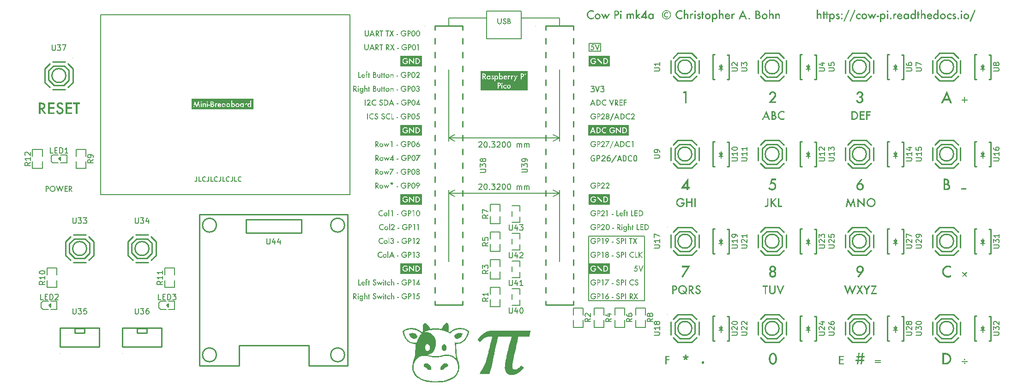
<source format=gbr>
%TF.GenerationSoftware,KiCad,Pcbnew,7.0.2-0*%
%TF.CreationDate,2023-09-13T20:52:30-05:00*%
%TF.ProjectId,CowPi-mk4a,436f7750-692d-46d6-9b34-612e6b696361,mk4a*%
%TF.SameCoordinates,Original*%
%TF.FileFunction,Legend,Top*%
%TF.FilePolarity,Positive*%
%FSLAX46Y46*%
G04 Gerber Fmt 4.6, Leading zero omitted, Abs format (unit mm)*
G04 Created by KiCad (PCBNEW 7.0.2-0) date 2023-09-13 20:52:30*
%MOMM*%
%LPD*%
G01*
G04 APERTURE LIST*
%ADD10C,0.150000*%
%ADD11C,0.200000*%
%ADD12C,0.152400*%
%ADD13C,0.059995*%
%ADD14C,0.254000*%
%ADD15C,0.127000*%
%ADD16C,0.150013*%
G04 APERTURE END LIST*
D10*
X146065580Y-64342670D02*
X146065580Y-63072670D01*
D11*
X61890648Y-95463234D02*
X107610648Y-95463234D01*
D10*
X151441841Y-103093821D02*
X161709562Y-103093821D01*
X161709562Y-114962004D01*
X151441841Y-114962004D01*
X151441841Y-103093821D01*
D11*
X107610648Y-95463234D02*
X107610648Y-62443234D01*
X61890648Y-62443234D02*
X107610648Y-62443234D01*
X61890648Y-95463234D02*
X61890648Y-62443234D01*
D10*
X125745580Y-63072670D02*
X132730490Y-63072670D01*
X151535387Y-67668826D02*
X153654284Y-67668826D01*
X153654284Y-69149997D01*
X151535387Y-69149997D01*
X151535387Y-67668826D01*
X132730580Y-61802670D02*
X139080580Y-61802670D01*
X139080580Y-66882670D01*
X132730580Y-66882670D01*
X132730580Y-61802670D01*
X146065580Y-63072670D02*
X139079428Y-63072670D01*
X125745580Y-64342670D02*
X125745580Y-63072670D01*
G36*
X152420757Y-68026771D02*
G01*
X152093716Y-68026771D01*
X152041693Y-68201405D01*
X152051764Y-68200430D01*
X152062139Y-68199592D01*
X152064163Y-68199451D01*
X152074421Y-68198901D01*
X152083702Y-68198718D01*
X152102811Y-68199123D01*
X152121484Y-68200340D01*
X152139722Y-68202367D01*
X152157525Y-68205206D01*
X152174893Y-68208855D01*
X152191826Y-68213315D01*
X152208323Y-68218587D01*
X152224386Y-68224669D01*
X152240014Y-68231562D01*
X152255207Y-68239266D01*
X152269964Y-68247781D01*
X152284287Y-68257107D01*
X152298174Y-68267244D01*
X152311627Y-68278192D01*
X152324644Y-68289951D01*
X152337226Y-68302521D01*
X152349294Y-68315632D01*
X152360582Y-68329197D01*
X152371092Y-68343216D01*
X152380824Y-68357690D01*
X152389777Y-68372617D01*
X152397951Y-68387999D01*
X152405347Y-68403834D01*
X152411965Y-68420124D01*
X152417804Y-68436868D01*
X152422864Y-68454066D01*
X152427146Y-68471719D01*
X152430649Y-68489825D01*
X152433374Y-68508386D01*
X152435320Y-68527400D01*
X152436488Y-68546869D01*
X152436780Y-68556774D01*
X152436877Y-68566792D01*
X152436768Y-68577131D01*
X152436439Y-68587355D01*
X152435890Y-68597466D01*
X152435122Y-68607462D01*
X152434135Y-68617345D01*
X152432928Y-68627113D01*
X152429856Y-68646308D01*
X152425906Y-68665047D01*
X152421078Y-68683330D01*
X152415373Y-68701157D01*
X152408790Y-68718528D01*
X152401329Y-68735443D01*
X152392990Y-68751901D01*
X152383774Y-68767904D01*
X152373680Y-68783451D01*
X152362708Y-68798541D01*
X152350858Y-68813176D01*
X152338131Y-68827354D01*
X152324526Y-68841077D01*
X152310254Y-68854149D01*
X152295526Y-68866379D01*
X152280342Y-68877765D01*
X152264702Y-68888307D01*
X152248605Y-68898006D01*
X152232053Y-68906862D01*
X152215045Y-68914874D01*
X152197581Y-68922043D01*
X152179660Y-68928369D01*
X152161284Y-68933851D01*
X152142451Y-68938490D01*
X152132864Y-68940493D01*
X152123163Y-68942285D01*
X152113348Y-68943866D01*
X152103418Y-68945237D01*
X152093375Y-68946396D01*
X152083218Y-68947345D01*
X152072946Y-68948083D01*
X152062561Y-68948610D01*
X152052062Y-68948927D01*
X152041448Y-68949032D01*
X152028377Y-68948845D01*
X152015479Y-68948284D01*
X152002756Y-68947349D01*
X151990207Y-68946040D01*
X151977832Y-68944357D01*
X151965631Y-68942300D01*
X151953604Y-68939869D01*
X151941751Y-68937064D01*
X151930073Y-68933885D01*
X151918568Y-68930332D01*
X151907238Y-68926405D01*
X151896082Y-68922104D01*
X151885100Y-68917429D01*
X151874292Y-68912380D01*
X151863658Y-68906957D01*
X151853198Y-68901160D01*
X151842913Y-68894989D01*
X151832801Y-68888445D01*
X151822864Y-68881526D01*
X151813100Y-68874233D01*
X151803511Y-68866566D01*
X151794096Y-68858525D01*
X151784855Y-68850110D01*
X151775788Y-68841321D01*
X151766896Y-68832158D01*
X151758177Y-68822621D01*
X151749633Y-68812710D01*
X151741262Y-68802425D01*
X151733066Y-68791766D01*
X151725044Y-68780733D01*
X151717196Y-68769327D01*
X151709522Y-68757546D01*
X151829934Y-68654231D01*
X151836165Y-68664780D01*
X151842402Y-68674934D01*
X151848644Y-68684694D01*
X151854893Y-68694058D01*
X151861147Y-68703027D01*
X151867406Y-68711601D01*
X151873672Y-68719781D01*
X151879943Y-68727565D01*
X151889360Y-68738501D01*
X151898790Y-68748548D01*
X151908234Y-68757706D01*
X151917690Y-68765976D01*
X151927159Y-68773357D01*
X151930318Y-68775620D01*
X151939997Y-68781818D01*
X151950076Y-68787406D01*
X151960554Y-68792385D01*
X151971431Y-68796754D01*
X151982707Y-68800514D01*
X151994383Y-68803664D01*
X152006458Y-68806204D01*
X152018932Y-68808134D01*
X152031806Y-68809455D01*
X152045079Y-68810167D01*
X152054149Y-68810302D01*
X152065996Y-68810036D01*
X152077600Y-68809237D01*
X152088962Y-68807906D01*
X152100082Y-68806043D01*
X152110959Y-68803647D01*
X152121594Y-68800719D01*
X152131987Y-68797259D01*
X152142137Y-68793266D01*
X152152045Y-68788741D01*
X152161711Y-68783683D01*
X152171135Y-68778094D01*
X152180316Y-68771971D01*
X152189254Y-68765317D01*
X152197951Y-68758130D01*
X152206405Y-68750410D01*
X152214617Y-68742158D01*
X152222484Y-68733309D01*
X152229844Y-68724226D01*
X152236696Y-68714907D01*
X152243040Y-68705354D01*
X152248877Y-68695566D01*
X152254207Y-68685544D01*
X152259029Y-68675286D01*
X152263343Y-68664794D01*
X152267150Y-68654068D01*
X152270449Y-68643106D01*
X152273241Y-68631910D01*
X152275525Y-68620480D01*
X152277301Y-68608814D01*
X152278570Y-68596914D01*
X152279331Y-68584779D01*
X152279585Y-68572410D01*
X152279334Y-68559734D01*
X152278581Y-68547352D01*
X152277327Y-68535264D01*
X152275570Y-68523469D01*
X152273312Y-68511969D01*
X152270552Y-68500762D01*
X152267290Y-68489850D01*
X152263526Y-68479231D01*
X152259260Y-68468906D01*
X152254493Y-68458875D01*
X152249224Y-68449138D01*
X152243452Y-68439694D01*
X152237179Y-68430545D01*
X152230405Y-68421689D01*
X152223128Y-68413127D01*
X152215349Y-68404859D01*
X152207195Y-68396696D01*
X152198790Y-68389060D01*
X152190136Y-68381950D01*
X152181232Y-68375367D01*
X152172077Y-68369310D01*
X152162673Y-68363780D01*
X152153019Y-68358777D01*
X152143114Y-68354301D01*
X152132960Y-68350351D01*
X152122556Y-68346928D01*
X152111902Y-68344031D01*
X152100998Y-68341661D01*
X152089844Y-68339818D01*
X152078440Y-68338501D01*
X152066786Y-68337711D01*
X152054882Y-68337448D01*
X152041564Y-68337819D01*
X152028477Y-68338932D01*
X152015621Y-68340788D01*
X152002995Y-68343386D01*
X151990601Y-68346726D01*
X151978437Y-68350809D01*
X151966505Y-68355634D01*
X151954803Y-68361201D01*
X151943332Y-68367510D01*
X151932092Y-68374561D01*
X151921083Y-68382355D01*
X151910305Y-68390891D01*
X151899758Y-68400170D01*
X151889442Y-68410190D01*
X151879356Y-68420953D01*
X151869501Y-68432458D01*
X151816989Y-68432458D01*
X151983074Y-67870456D01*
X152420757Y-67870456D01*
X152420757Y-68026771D01*
G37*
G36*
X152728992Y-67870456D02*
G01*
X153020862Y-68605627D01*
X153316884Y-67870456D01*
X153491274Y-67870456D01*
X153017443Y-69010825D01*
X152554603Y-67870456D01*
X152728992Y-67870456D01*
G37*
G36*
X110536968Y-78034725D02*
G01*
X110536968Y-79097670D01*
X110379676Y-79097670D01*
X110379676Y-78034725D01*
X110536968Y-78034725D01*
G37*
G36*
X111025210Y-78941354D02*
G01*
X111418196Y-78941354D01*
X111418196Y-79097670D01*
X110709404Y-79097670D01*
X111075768Y-78649728D01*
X111082446Y-78641462D01*
X111088988Y-78633333D01*
X111095391Y-78625342D01*
X111101658Y-78617488D01*
X111107787Y-78609772D01*
X111116723Y-78598454D01*
X111125349Y-78587446D01*
X111133667Y-78576747D01*
X111141675Y-78566357D01*
X111149375Y-78556277D01*
X111156765Y-78546505D01*
X111163846Y-78537042D01*
X111166138Y-78533957D01*
X111172855Y-78524892D01*
X111179267Y-78516105D01*
X111185374Y-78507598D01*
X111191177Y-78499370D01*
X111198439Y-78488833D01*
X111205159Y-78478792D01*
X111211338Y-78469248D01*
X111216975Y-78460199D01*
X111222069Y-78451647D01*
X111229010Y-78439625D01*
X111235267Y-78427831D01*
X111240842Y-78416264D01*
X111245734Y-78404924D01*
X111249944Y-78393812D01*
X111253471Y-78382928D01*
X111256315Y-78372271D01*
X111258477Y-78361842D01*
X111259956Y-78351640D01*
X111260752Y-78341666D01*
X111260904Y-78335143D01*
X111260447Y-78321388D01*
X111259075Y-78308058D01*
X111256789Y-78295153D01*
X111253588Y-78282673D01*
X111249473Y-78270618D01*
X111244443Y-78258988D01*
X111238499Y-78247783D01*
X111231641Y-78237004D01*
X111223868Y-78226649D01*
X111215180Y-78216719D01*
X111208880Y-78210335D01*
X111198955Y-78201300D01*
X111188596Y-78193153D01*
X111177803Y-78185895D01*
X111166577Y-78179526D01*
X111154917Y-78174046D01*
X111142823Y-78169454D01*
X111130296Y-78165751D01*
X111117335Y-78162937D01*
X111103941Y-78161011D01*
X111090112Y-78159974D01*
X111080653Y-78159777D01*
X111070787Y-78159963D01*
X111051857Y-78161447D01*
X111033993Y-78164416D01*
X111017195Y-78168870D01*
X111001464Y-78174808D01*
X110986800Y-78182231D01*
X110973203Y-78191138D01*
X110960672Y-78201530D01*
X110949208Y-78213406D01*
X110938810Y-78226767D01*
X110929480Y-78241612D01*
X110921215Y-78257942D01*
X110914018Y-78275757D01*
X110910819Y-78285220D01*
X110907887Y-78295056D01*
X110905222Y-78305262D01*
X110902823Y-78315839D01*
X110900691Y-78326788D01*
X110898825Y-78338107D01*
X110897226Y-78349798D01*
X110738713Y-78349798D01*
X110741365Y-78329572D01*
X110744527Y-78309988D01*
X110748200Y-78291047D01*
X110752383Y-78272747D01*
X110757076Y-78255089D01*
X110762280Y-78238074D01*
X110767995Y-78221701D01*
X110774220Y-78205969D01*
X110780955Y-78190880D01*
X110788201Y-78176433D01*
X110795957Y-78162628D01*
X110804223Y-78149465D01*
X110813000Y-78136945D01*
X110822288Y-78125066D01*
X110832086Y-78113829D01*
X110842394Y-78103235D01*
X110853213Y-78093282D01*
X110864542Y-78083972D01*
X110876381Y-78075304D01*
X110888731Y-78067278D01*
X110901592Y-78059894D01*
X110914963Y-78053152D01*
X110928844Y-78047052D01*
X110943236Y-78041594D01*
X110958138Y-78036778D01*
X110973550Y-78032605D01*
X110989473Y-78029073D01*
X111005907Y-78026184D01*
X111022851Y-78023936D01*
X111040305Y-78022331D01*
X111058270Y-78021368D01*
X111076745Y-78021047D01*
X111094638Y-78021404D01*
X111112168Y-78022474D01*
X111129335Y-78024258D01*
X111146140Y-78026756D01*
X111162583Y-78029968D01*
X111178663Y-78033893D01*
X111194380Y-78038531D01*
X111209735Y-78043884D01*
X111224727Y-78049950D01*
X111239357Y-78056729D01*
X111253624Y-78064223D01*
X111267529Y-78072430D01*
X111281071Y-78081350D01*
X111294251Y-78090984D01*
X111307068Y-78101332D01*
X111319522Y-78112394D01*
X111331471Y-78123982D01*
X111342649Y-78135910D01*
X111353056Y-78148177D01*
X111362692Y-78160784D01*
X111371557Y-78173731D01*
X111379652Y-78187018D01*
X111386975Y-78200644D01*
X111393528Y-78214609D01*
X111399310Y-78228915D01*
X111404320Y-78243560D01*
X111408560Y-78258545D01*
X111412029Y-78273869D01*
X111414727Y-78289533D01*
X111416655Y-78305537D01*
X111417811Y-78321880D01*
X111418196Y-78338563D01*
X111418016Y-78349266D01*
X111417475Y-78359942D01*
X111416574Y-78370591D01*
X111415311Y-78381214D01*
X111413688Y-78391810D01*
X111411705Y-78402379D01*
X111409361Y-78412921D01*
X111406656Y-78423437D01*
X111403591Y-78433926D01*
X111400164Y-78444389D01*
X111396378Y-78454824D01*
X111392230Y-78465233D01*
X111387722Y-78475615D01*
X111382854Y-78485971D01*
X111377624Y-78496300D01*
X111372035Y-78506602D01*
X111365890Y-78517654D01*
X111360831Y-78526263D01*
X111355386Y-78535148D01*
X111349554Y-78544307D01*
X111343336Y-78553741D01*
X111336731Y-78563449D01*
X111329740Y-78573433D01*
X111322363Y-78583691D01*
X111314599Y-78594224D01*
X111306449Y-78605032D01*
X111303647Y-78608695D01*
X111295012Y-78619921D01*
X111285961Y-78631524D01*
X111279695Y-78639470D01*
X111273245Y-78647583D01*
X111266609Y-78655865D01*
X111259789Y-78664314D01*
X111252783Y-78672931D01*
X111245592Y-78681716D01*
X111238216Y-78690669D01*
X111230655Y-78699790D01*
X111222909Y-78709079D01*
X111214978Y-78718536D01*
X111206861Y-78728161D01*
X111198560Y-78737953D01*
X111190074Y-78747914D01*
X111025210Y-78941354D01*
G37*
G36*
X112444993Y-78083817D02*
G01*
X112444993Y-78275548D01*
X112436267Y-78268425D01*
X112427522Y-78261529D01*
X112418758Y-78254859D01*
X112409975Y-78248414D01*
X112401173Y-78242196D01*
X112392351Y-78236204D01*
X112383511Y-78230438D01*
X112374651Y-78224898D01*
X112365773Y-78219585D01*
X112356875Y-78214497D01*
X112347958Y-78209635D01*
X112339022Y-78205000D01*
X112330068Y-78200591D01*
X112321094Y-78196408D01*
X112312100Y-78192451D01*
X112294057Y-78185215D01*
X112275937Y-78178884D01*
X112257741Y-78173457D01*
X112239469Y-78168935D01*
X112221120Y-78165317D01*
X112202695Y-78162603D01*
X112184194Y-78160794D01*
X112165616Y-78159890D01*
X112156298Y-78159777D01*
X112146075Y-78159891D01*
X112135954Y-78160234D01*
X112125933Y-78160805D01*
X112116014Y-78161605D01*
X112106195Y-78162633D01*
X112096478Y-78163890D01*
X112077347Y-78167089D01*
X112058620Y-78171202D01*
X112040298Y-78176229D01*
X112022381Y-78182170D01*
X112004868Y-78189025D01*
X111987759Y-78196794D01*
X111971055Y-78205477D01*
X111954756Y-78215074D01*
X111938861Y-78225585D01*
X111923371Y-78237010D01*
X111908285Y-78249349D01*
X111900894Y-78255861D01*
X111893604Y-78262602D01*
X111886415Y-78269572D01*
X111879327Y-78276769D01*
X111872355Y-78284116D01*
X111865604Y-78291564D01*
X111859074Y-78299113D01*
X111852766Y-78306762D01*
X111846679Y-78314511D01*
X111840813Y-78322362D01*
X111829746Y-78338364D01*
X111819564Y-78354770D01*
X111810267Y-78371577D01*
X111801856Y-78388788D01*
X111794330Y-78406401D01*
X111787690Y-78424417D01*
X111781935Y-78442835D01*
X111777065Y-78461656D01*
X111774963Y-78471218D01*
X111773081Y-78480880D01*
X111771421Y-78490643D01*
X111769982Y-78500506D01*
X111768765Y-78510470D01*
X111767769Y-78520535D01*
X111766994Y-78530701D01*
X111766441Y-78540967D01*
X111766109Y-78551333D01*
X111765998Y-78561801D01*
X111766109Y-78572146D01*
X111766441Y-78582390D01*
X111766994Y-78592532D01*
X111767769Y-78602574D01*
X111768765Y-78612514D01*
X111769982Y-78622354D01*
X111771421Y-78632092D01*
X111773081Y-78641729D01*
X111777065Y-78660700D01*
X111781935Y-78679266D01*
X111787690Y-78697428D01*
X111794330Y-78715185D01*
X111801856Y-78732538D01*
X111810267Y-78749486D01*
X111819564Y-78766030D01*
X111829746Y-78782169D01*
X111840813Y-78797903D01*
X111852766Y-78813233D01*
X111859074Y-78820747D01*
X111865604Y-78828159D01*
X111872355Y-78835470D01*
X111879327Y-78842680D01*
X111886460Y-78849712D01*
X111893692Y-78856522D01*
X111901025Y-78863108D01*
X111908457Y-78869470D01*
X111923620Y-78881526D01*
X111939182Y-78892689D01*
X111955142Y-78902958D01*
X111971502Y-78912335D01*
X111988260Y-78920819D01*
X112005417Y-78928409D01*
X112022973Y-78935107D01*
X112040928Y-78940911D01*
X112059281Y-78945823D01*
X112078034Y-78949842D01*
X112097185Y-78952967D01*
X112106910Y-78954195D01*
X112116735Y-78955200D01*
X112126659Y-78955981D01*
X112136684Y-78956539D01*
X112146807Y-78956874D01*
X112157031Y-78956986D01*
X112167527Y-78956878D01*
X112177826Y-78956554D01*
X112187929Y-78956015D01*
X112197835Y-78955261D01*
X112212326Y-78953724D01*
X112226374Y-78951703D01*
X112239980Y-78949196D01*
X112253144Y-78946205D01*
X112265866Y-78942728D01*
X112278146Y-78938766D01*
X112289983Y-78934319D01*
X112301379Y-78929386D01*
X112311748Y-78924879D01*
X112322249Y-78919907D01*
X112332881Y-78914470D01*
X112341481Y-78909786D01*
X112350165Y-78904804D01*
X112358933Y-78899524D01*
X112367785Y-78893946D01*
X112370011Y-78892506D01*
X112378983Y-78886552D01*
X112388070Y-78880293D01*
X112397271Y-78873729D01*
X112406586Y-78866860D01*
X112416016Y-78859685D01*
X112425561Y-78852205D01*
X112435220Y-78844420D01*
X112444993Y-78836330D01*
X112444993Y-79032212D01*
X112436401Y-79037201D01*
X112427782Y-79042032D01*
X112419136Y-79046704D01*
X112410464Y-79051218D01*
X112393038Y-79059770D01*
X112375506Y-79067689D01*
X112357867Y-79074974D01*
X112340122Y-79081626D01*
X112322269Y-79087644D01*
X112304309Y-79093029D01*
X112286243Y-79097780D01*
X112268070Y-79101898D01*
X112249790Y-79105382D01*
X112231403Y-79108233D01*
X112212909Y-79110450D01*
X112194309Y-79112034D01*
X112175601Y-79112984D01*
X112156787Y-79113301D01*
X112142640Y-79113145D01*
X112128623Y-79112676D01*
X112114737Y-79111895D01*
X112100981Y-79110801D01*
X112087355Y-79109395D01*
X112073860Y-79107677D01*
X112060494Y-79105646D01*
X112047259Y-79103302D01*
X112034154Y-79100646D01*
X112021180Y-79097678D01*
X112008335Y-79094397D01*
X111995621Y-79090804D01*
X111983037Y-79086898D01*
X111970583Y-79082680D01*
X111958260Y-79078149D01*
X111946066Y-79073306D01*
X111934003Y-79068151D01*
X111922070Y-79062683D01*
X111910268Y-79056902D01*
X111898595Y-79050809D01*
X111887053Y-79044404D01*
X111875641Y-79037686D01*
X111864360Y-79030656D01*
X111853208Y-79023313D01*
X111842187Y-79015658D01*
X111831296Y-79007690D01*
X111820535Y-78999410D01*
X111809905Y-78990817D01*
X111799404Y-78981912D01*
X111789034Y-78972694D01*
X111778795Y-78963164D01*
X111768685Y-78953322D01*
X111758842Y-78943167D01*
X111749312Y-78932881D01*
X111740095Y-78922465D01*
X111731190Y-78911919D01*
X111722597Y-78901243D01*
X111714317Y-78890436D01*
X111706349Y-78879499D01*
X111698694Y-78868432D01*
X111691351Y-78857235D01*
X111684321Y-78845908D01*
X111677603Y-78834450D01*
X111671198Y-78822862D01*
X111665105Y-78811144D01*
X111659324Y-78799295D01*
X111653856Y-78787317D01*
X111648701Y-78775208D01*
X111643857Y-78762969D01*
X111639327Y-78750599D01*
X111635109Y-78738100D01*
X111631203Y-78725470D01*
X111627610Y-78712710D01*
X111624329Y-78699820D01*
X111621360Y-78686799D01*
X111618705Y-78673649D01*
X111616361Y-78660368D01*
X111614330Y-78646957D01*
X111612612Y-78633415D01*
X111611206Y-78619743D01*
X111610112Y-78605942D01*
X111609331Y-78592010D01*
X111608862Y-78577947D01*
X111608706Y-78563755D01*
X111608837Y-78551021D01*
X111609229Y-78538375D01*
X111609882Y-78525817D01*
X111610797Y-78513345D01*
X111611974Y-78500961D01*
X111613411Y-78488664D01*
X111615111Y-78476455D01*
X111617071Y-78464333D01*
X111619293Y-78452298D01*
X111621777Y-78440350D01*
X111624522Y-78428490D01*
X111627528Y-78416717D01*
X111630796Y-78405031D01*
X111634325Y-78393432D01*
X111638115Y-78381921D01*
X111642167Y-78370497D01*
X111646480Y-78359161D01*
X111651055Y-78347912D01*
X111655891Y-78336750D01*
X111660989Y-78325675D01*
X111666348Y-78314688D01*
X111671969Y-78303788D01*
X111677850Y-78292975D01*
X111683994Y-78282249D01*
X111690398Y-78271611D01*
X111697065Y-78261060D01*
X111703992Y-78250597D01*
X111711181Y-78240221D01*
X111718631Y-78229932D01*
X111726343Y-78219730D01*
X111734316Y-78209616D01*
X111742551Y-78199589D01*
X111752949Y-78187522D01*
X111763537Y-78175839D01*
X111774313Y-78164539D01*
X111785278Y-78153621D01*
X111796432Y-78143087D01*
X111807775Y-78132936D01*
X111819307Y-78123168D01*
X111831028Y-78113783D01*
X111842938Y-78104781D01*
X111855036Y-78096162D01*
X111867324Y-78087926D01*
X111879800Y-78080074D01*
X111892465Y-78072604D01*
X111905320Y-78065517D01*
X111918363Y-78058814D01*
X111931595Y-78052493D01*
X111945016Y-78046556D01*
X111958626Y-78041001D01*
X111972424Y-78035830D01*
X111986412Y-78031042D01*
X112000589Y-78026637D01*
X112014954Y-78022615D01*
X112029509Y-78018975D01*
X112044252Y-78015719D01*
X112059184Y-78012847D01*
X112074305Y-78010357D01*
X112089615Y-78008250D01*
X112105114Y-78006526D01*
X112120802Y-78005185D01*
X112136679Y-78004228D01*
X112152744Y-78003653D01*
X112168999Y-78003462D01*
X112186821Y-78003775D01*
X112204567Y-78004717D01*
X112222236Y-78006287D01*
X112239829Y-78008484D01*
X112257346Y-78011309D01*
X112274787Y-78014762D01*
X112292151Y-78018842D01*
X112309439Y-78023551D01*
X112326650Y-78028887D01*
X112343785Y-78034851D01*
X112360844Y-78041442D01*
X112377827Y-78048662D01*
X112394733Y-78056509D01*
X112411563Y-78064984D01*
X112428316Y-78074087D01*
X112444993Y-78083817D01*
G37*
G36*
X113670360Y-78185422D02*
G01*
X113541155Y-78263824D01*
X113534316Y-78252396D01*
X113527537Y-78241740D01*
X113520818Y-78231856D01*
X113514159Y-78222746D01*
X113507560Y-78214408D01*
X113501021Y-78206843D01*
X113492396Y-78197959D01*
X113483878Y-78190449D01*
X113475467Y-78184312D01*
X113471302Y-78181759D01*
X113462311Y-78176607D01*
X113452678Y-78172142D01*
X113442405Y-78168364D01*
X113431490Y-78165272D01*
X113419934Y-78162868D01*
X113407738Y-78161151D01*
X113394900Y-78160120D01*
X113384850Y-78159798D01*
X113381420Y-78159777D01*
X113369028Y-78160112D01*
X113357040Y-78161116D01*
X113345455Y-78162791D01*
X113334274Y-78165135D01*
X113323496Y-78168149D01*
X113313122Y-78171833D01*
X113303152Y-78176186D01*
X113293585Y-78181209D01*
X113284421Y-78186902D01*
X113275661Y-78193265D01*
X113270046Y-78197879D01*
X113262102Y-78205012D01*
X113254939Y-78212488D01*
X113248558Y-78220307D01*
X113242958Y-78228470D01*
X113238139Y-78236977D01*
X113232930Y-78248853D01*
X113229935Y-78258161D01*
X113227721Y-78267812D01*
X113226288Y-78277807D01*
X113225637Y-78288146D01*
X113225593Y-78291668D01*
X113226605Y-78306052D01*
X113229638Y-78319895D01*
X113234693Y-78333197D01*
X113241771Y-78345959D01*
X113247613Y-78354166D01*
X113254353Y-78362132D01*
X113261992Y-78369858D01*
X113270530Y-78377344D01*
X113279967Y-78384589D01*
X113290303Y-78391594D01*
X113301537Y-78398358D01*
X113313670Y-78404882D01*
X113326701Y-78411166D01*
X113340632Y-78417209D01*
X113446389Y-78460684D01*
X113462209Y-78467338D01*
X113477488Y-78474171D01*
X113492227Y-78481183D01*
X113506427Y-78488375D01*
X113520086Y-78495746D01*
X113533206Y-78503297D01*
X113545785Y-78511027D01*
X113557825Y-78518936D01*
X113569324Y-78527025D01*
X113580284Y-78535293D01*
X113590703Y-78543740D01*
X113600583Y-78552367D01*
X113609922Y-78561173D01*
X113618721Y-78570158D01*
X113626981Y-78579323D01*
X113634700Y-78588667D01*
X113641946Y-78598235D01*
X113648725Y-78608069D01*
X113655036Y-78618171D01*
X113660880Y-78628540D01*
X113666256Y-78639176D01*
X113671165Y-78650079D01*
X113675606Y-78661250D01*
X113679580Y-78672687D01*
X113683086Y-78684392D01*
X113686125Y-78696363D01*
X113688696Y-78708602D01*
X113690800Y-78721108D01*
X113692436Y-78733881D01*
X113693605Y-78746922D01*
X113694306Y-78760229D01*
X113694540Y-78773803D01*
X113694163Y-78791982D01*
X113693032Y-78809761D01*
X113691148Y-78827138D01*
X113688510Y-78844115D01*
X113685118Y-78860691D01*
X113680973Y-78876866D01*
X113676074Y-78892641D01*
X113670421Y-78908015D01*
X113664014Y-78922988D01*
X113656854Y-78937561D01*
X113648940Y-78951732D01*
X113640272Y-78965504D01*
X113630851Y-78978874D01*
X113620675Y-78991844D01*
X113609746Y-79004413D01*
X113598064Y-79016581D01*
X113585700Y-79028293D01*
X113572972Y-79039250D01*
X113559879Y-79049451D01*
X113546422Y-79058896D01*
X113532600Y-79067586D01*
X113518414Y-79075520D01*
X113503863Y-79082698D01*
X113488948Y-79089121D01*
X113473669Y-79094788D01*
X113458025Y-79099700D01*
X113442017Y-79103856D01*
X113425644Y-79107256D01*
X113408906Y-79109901D01*
X113391805Y-79111790D01*
X113374338Y-79112923D01*
X113356508Y-79113301D01*
X113339626Y-79112975D01*
X113323115Y-79111996D01*
X113306974Y-79110364D01*
X113291203Y-79108080D01*
X113275803Y-79105144D01*
X113260772Y-79101554D01*
X113246112Y-79097313D01*
X113231822Y-79092418D01*
X113217902Y-79086871D01*
X113204352Y-79080672D01*
X113191172Y-79073820D01*
X113178363Y-79066315D01*
X113165924Y-79058157D01*
X113153855Y-79049348D01*
X113142156Y-79039885D01*
X113130827Y-79029770D01*
X113120124Y-79019094D01*
X113109933Y-79007887D01*
X113100256Y-78996150D01*
X113091092Y-78983883D01*
X113082441Y-78971085D01*
X113074304Y-78957757D01*
X113066680Y-78943898D01*
X113059569Y-78929508D01*
X113052972Y-78914588D01*
X113046888Y-78899138D01*
X113041317Y-78883157D01*
X113036259Y-78866646D01*
X113031715Y-78849605D01*
X113027684Y-78832033D01*
X113024167Y-78813930D01*
X113021162Y-78795297D01*
X113179187Y-78759637D01*
X113180627Y-78771074D01*
X113182198Y-78782058D01*
X113183901Y-78792590D01*
X113185736Y-78802670D01*
X113187702Y-78812297D01*
X113190899Y-78825891D01*
X113194391Y-78838467D01*
X113198180Y-78850025D01*
X113202265Y-78860566D01*
X113206647Y-78870089D01*
X113212949Y-78881204D01*
X113218022Y-78888353D01*
X113224368Y-78896664D01*
X113231074Y-78904439D01*
X113238138Y-78911678D01*
X113245560Y-78918380D01*
X113253342Y-78924546D01*
X113261482Y-78930176D01*
X113269981Y-78935270D01*
X113278838Y-78939828D01*
X113288055Y-78943849D01*
X113297630Y-78947334D01*
X113307564Y-78950283D01*
X113317856Y-78952696D01*
X113328508Y-78954573D01*
X113339518Y-78955913D01*
X113350886Y-78956718D01*
X113362614Y-78956986D01*
X113376493Y-78956543D01*
X113389922Y-78955217D01*
X113402900Y-78953006D01*
X113415427Y-78949910D01*
X113427504Y-78945930D01*
X113439129Y-78941066D01*
X113450304Y-78935317D01*
X113461028Y-78928684D01*
X113471302Y-78921166D01*
X113481124Y-78912764D01*
X113487422Y-78906672D01*
X113496326Y-78897002D01*
X113504355Y-78886859D01*
X113511507Y-78876245D01*
X113517784Y-78865158D01*
X113523185Y-78853599D01*
X113527710Y-78841568D01*
X113531360Y-78829064D01*
X113534133Y-78816088D01*
X113536031Y-78802640D01*
X113537053Y-78788719D01*
X113537247Y-78779177D01*
X113536947Y-78767725D01*
X113536045Y-78756634D01*
X113534543Y-78745904D01*
X113532439Y-78735534D01*
X113529734Y-78725524D01*
X113528699Y-78722268D01*
X113525158Y-78712706D01*
X113520948Y-78703435D01*
X113516068Y-78694456D01*
X113510518Y-78685769D01*
X113504298Y-78677374D01*
X113502076Y-78674641D01*
X113494921Y-78666592D01*
X113487010Y-78658750D01*
X113478343Y-78651113D01*
X113470543Y-78644907D01*
X113462219Y-78638844D01*
X113455182Y-78634097D01*
X113445983Y-78628191D01*
X113436248Y-78622381D01*
X113425976Y-78616666D01*
X113415168Y-78611046D01*
X113406135Y-78606619D01*
X113396758Y-78602253D01*
X113387038Y-78597949D01*
X113285189Y-78555206D01*
X113271845Y-78549352D01*
X113258925Y-78543332D01*
X113246429Y-78537144D01*
X113234356Y-78530789D01*
X113222706Y-78524268D01*
X113211481Y-78517579D01*
X113200679Y-78510724D01*
X113190300Y-78503701D01*
X113180346Y-78496512D01*
X113170814Y-78489156D01*
X113161707Y-78481632D01*
X113153023Y-78473942D01*
X113144762Y-78466085D01*
X113136926Y-78458060D01*
X113129513Y-78449869D01*
X113122523Y-78441511D01*
X113115957Y-78432986D01*
X113109815Y-78424294D01*
X113104096Y-78415435D01*
X113098801Y-78406409D01*
X113093929Y-78397216D01*
X113089482Y-78387856D01*
X113085457Y-78378329D01*
X113081857Y-78368635D01*
X113078680Y-78358774D01*
X113075926Y-78348747D01*
X113073596Y-78338552D01*
X113071690Y-78328190D01*
X113070207Y-78317661D01*
X113069148Y-78306966D01*
X113068513Y-78296103D01*
X113068301Y-78285074D01*
X113068657Y-78270266D01*
X113069725Y-78255764D01*
X113071504Y-78241568D01*
X113073995Y-78227676D01*
X113077198Y-78214090D01*
X113081112Y-78200810D01*
X113085739Y-78187834D01*
X113091077Y-78175164D01*
X113097127Y-78162799D01*
X113103888Y-78150740D01*
X113111361Y-78138986D01*
X113119546Y-78127537D01*
X113128443Y-78116393D01*
X113138052Y-78105555D01*
X113148372Y-78095022D01*
X113159404Y-78084794D01*
X113170934Y-78074946D01*
X113182809Y-78065732D01*
X113195030Y-78057154D01*
X113207596Y-78049211D01*
X113220507Y-78041904D01*
X113233764Y-78035232D01*
X113247366Y-78029196D01*
X113261314Y-78023795D01*
X113275607Y-78019029D01*
X113290245Y-78014899D01*
X113305229Y-78011404D01*
X113320558Y-78008545D01*
X113336233Y-78006321D01*
X113352252Y-78004732D01*
X113368618Y-78003779D01*
X113385328Y-78003462D01*
X113396653Y-78003639D01*
X113407823Y-78004172D01*
X113418836Y-78005061D01*
X113429693Y-78006305D01*
X113440394Y-78007904D01*
X113450939Y-78009859D01*
X113461328Y-78012169D01*
X113471561Y-78014834D01*
X113481638Y-78017855D01*
X113491560Y-78021231D01*
X113501325Y-78024963D01*
X113510934Y-78029050D01*
X113520387Y-78033492D01*
X113529684Y-78038290D01*
X113538826Y-78043443D01*
X113547811Y-78048952D01*
X113556640Y-78054816D01*
X113565313Y-78061035D01*
X113573831Y-78067610D01*
X113582192Y-78074540D01*
X113590397Y-78081826D01*
X113598446Y-78089467D01*
X113606340Y-78097463D01*
X113614077Y-78105815D01*
X113621658Y-78114522D01*
X113629084Y-78123584D01*
X113636353Y-78133002D01*
X113643466Y-78142775D01*
X113650424Y-78152904D01*
X113657225Y-78163388D01*
X113663870Y-78174228D01*
X113670360Y-78185422D01*
G37*
G36*
X114114725Y-78034755D02*
G01*
X114134049Y-78035002D01*
X114152852Y-78035494D01*
X114171134Y-78036232D01*
X114188895Y-78037217D01*
X114206135Y-78038448D01*
X114222854Y-78039925D01*
X114239052Y-78041648D01*
X114254730Y-78043617D01*
X114269886Y-78045832D01*
X114284521Y-78048294D01*
X114298636Y-78051001D01*
X114312230Y-78053955D01*
X114325302Y-78057155D01*
X114337854Y-78060601D01*
X114349885Y-78064294D01*
X114355705Y-78066232D01*
X114367969Y-78070308D01*
X114380091Y-78074719D01*
X114392073Y-78079467D01*
X114403913Y-78084550D01*
X114415611Y-78089969D01*
X114427169Y-78095724D01*
X114438586Y-78101815D01*
X114449861Y-78108242D01*
X114460995Y-78115004D01*
X114471988Y-78122103D01*
X114482839Y-78129537D01*
X114493550Y-78137307D01*
X114504119Y-78145412D01*
X114514547Y-78153854D01*
X114524834Y-78162632D01*
X114534979Y-78171745D01*
X114545002Y-78181210D01*
X114554707Y-78190860D01*
X114564093Y-78200694D01*
X114573161Y-78210713D01*
X114581911Y-78220917D01*
X114590343Y-78231305D01*
X114598457Y-78241878D01*
X114606253Y-78252635D01*
X114613730Y-78263577D01*
X114620889Y-78274704D01*
X114627730Y-78286015D01*
X114634253Y-78297511D01*
X114640457Y-78309191D01*
X114646344Y-78321056D01*
X114651912Y-78333106D01*
X114657162Y-78345340D01*
X114662094Y-78357759D01*
X114666707Y-78370363D01*
X114671003Y-78383151D01*
X114674980Y-78396124D01*
X114678639Y-78409281D01*
X114681980Y-78422623D01*
X114685003Y-78436150D01*
X114687708Y-78449861D01*
X114690094Y-78463757D01*
X114692162Y-78477837D01*
X114693912Y-78492103D01*
X114695344Y-78506552D01*
X114696458Y-78521186D01*
X114697253Y-78536005D01*
X114697730Y-78551009D01*
X114697889Y-78566197D01*
X114697724Y-78581432D01*
X114697226Y-78596483D01*
X114696397Y-78611351D01*
X114695237Y-78626037D01*
X114693745Y-78640538D01*
X114691922Y-78654857D01*
X114689767Y-78668993D01*
X114687280Y-78682945D01*
X114684462Y-78696714D01*
X114681312Y-78710300D01*
X114677831Y-78723703D01*
X114674018Y-78736923D01*
X114669874Y-78749959D01*
X114665398Y-78762813D01*
X114660591Y-78775483D01*
X114655452Y-78787970D01*
X114649982Y-78800273D01*
X114644180Y-78812394D01*
X114638046Y-78824331D01*
X114631581Y-78836085D01*
X114624785Y-78847656D01*
X114617657Y-78859044D01*
X114610197Y-78870249D01*
X114602406Y-78881270D01*
X114594283Y-78892109D01*
X114585829Y-78902764D01*
X114577043Y-78913236D01*
X114567925Y-78923524D01*
X114558477Y-78933630D01*
X114548696Y-78943552D01*
X114538584Y-78953291D01*
X114528141Y-78962847D01*
X114517453Y-78972103D01*
X114506701Y-78981002D01*
X114495883Y-78989543D01*
X114485001Y-78997728D01*
X114474054Y-79005557D01*
X114463042Y-79013028D01*
X114451965Y-79020142D01*
X114440824Y-79026900D01*
X114429617Y-79033301D01*
X114418346Y-79039345D01*
X114407010Y-79045032D01*
X114395608Y-79050363D01*
X114384142Y-79055336D01*
X114372611Y-79059953D01*
X114361016Y-79064213D01*
X114349355Y-79068116D01*
X114338170Y-79071695D01*
X114326415Y-79075043D01*
X114314089Y-79078160D01*
X114301193Y-79081046D01*
X114287726Y-79083701D01*
X114273689Y-79086125D01*
X114259081Y-79088319D01*
X114243903Y-79090281D01*
X114228154Y-79092013D01*
X114211835Y-79093514D01*
X114194945Y-79094783D01*
X114177484Y-79095822D01*
X114159453Y-79096631D01*
X114140852Y-79097208D01*
X114121679Y-79097554D01*
X114111879Y-79097641D01*
X114101937Y-79097670D01*
X113884072Y-79097670D01*
X113884072Y-78191040D01*
X114041365Y-78191040D01*
X114041365Y-78941354D01*
X114113660Y-78941354D01*
X114126983Y-78941266D01*
X114140023Y-78941003D01*
X114152781Y-78940564D01*
X114165257Y-78939950D01*
X114177450Y-78939160D01*
X114189361Y-78938194D01*
X114200989Y-78937053D01*
X114212335Y-78935736D01*
X114223398Y-78934244D01*
X114234179Y-78932577D01*
X114244678Y-78930733D01*
X114254894Y-78928715D01*
X114264828Y-78926520D01*
X114274479Y-78924150D01*
X114288427Y-78920266D01*
X114292935Y-78918884D01*
X114306230Y-78914197D01*
X114319281Y-78909021D01*
X114332088Y-78903355D01*
X114344649Y-78897200D01*
X114356966Y-78890555D01*
X114369038Y-78883421D01*
X114380866Y-78875797D01*
X114392448Y-78867684D01*
X114403786Y-78859082D01*
X114414880Y-78849990D01*
X114422139Y-78843657D01*
X114429427Y-78836939D01*
X114436484Y-78830095D01*
X114449903Y-78816031D01*
X114462396Y-78801465D01*
X114473964Y-78786397D01*
X114484607Y-78770828D01*
X114494324Y-78754756D01*
X114503116Y-78738183D01*
X114510983Y-78721108D01*
X114517923Y-78703531D01*
X114523939Y-78685452D01*
X114529029Y-78666872D01*
X114533193Y-78647789D01*
X114534929Y-78638060D01*
X114536432Y-78628205D01*
X114537705Y-78618225D01*
X114538746Y-78608119D01*
X114539556Y-78597888D01*
X114540134Y-78587531D01*
X114540481Y-78577049D01*
X114540597Y-78566441D01*
X114540483Y-78555713D01*
X114540140Y-78545113D01*
X114539569Y-78534641D01*
X114538769Y-78524298D01*
X114537741Y-78514083D01*
X114536484Y-78503996D01*
X114534999Y-78494038D01*
X114533285Y-78484208D01*
X114531343Y-78474506D01*
X114529172Y-78464933D01*
X114524145Y-78446171D01*
X114518204Y-78427922D01*
X114511349Y-78410187D01*
X114503580Y-78392965D01*
X114494897Y-78376256D01*
X114485300Y-78360061D01*
X114474789Y-78344379D01*
X114463364Y-78329210D01*
X114451025Y-78314554D01*
X114437772Y-78300412D01*
X114430802Y-78293534D01*
X114423605Y-78286783D01*
X114410086Y-78275189D01*
X114395788Y-78264343D01*
X114380709Y-78254246D01*
X114364849Y-78244896D01*
X114348209Y-78236294D01*
X114330789Y-78228440D01*
X114312588Y-78221334D01*
X114303195Y-78218061D01*
X114293606Y-78214976D01*
X114283823Y-78212077D01*
X114273845Y-78209366D01*
X114263671Y-78206841D01*
X114253303Y-78204504D01*
X114242739Y-78202353D01*
X114231980Y-78200390D01*
X114221026Y-78198613D01*
X114209877Y-78197024D01*
X114198533Y-78195622D01*
X114186993Y-78194406D01*
X114175259Y-78193378D01*
X114163330Y-78192536D01*
X114151205Y-78191882D01*
X114138885Y-78191414D01*
X114126370Y-78191134D01*
X114113660Y-78191040D01*
X114041365Y-78191040D01*
X113884072Y-78191040D01*
X113884072Y-78034725D01*
X114104868Y-78034725D01*
X114114725Y-78034755D01*
G37*
G36*
X115754728Y-79105485D02*
G01*
X115580583Y-79105485D01*
X115469697Y-78847565D01*
X115017848Y-78847565D01*
X114900367Y-79105485D01*
X114728664Y-79105485D01*
X114919582Y-78691249D01*
X115084282Y-78691249D01*
X115404728Y-78691249D01*
X115248413Y-78330503D01*
X115084282Y-78691249D01*
X114919582Y-78691249D01*
X115251099Y-77971954D01*
X115754728Y-79105485D01*
G37*
G36*
X116191679Y-78693203D02*
G01*
X116504309Y-78693203D01*
X116504309Y-78831933D01*
X116191679Y-78831933D01*
X116191679Y-78693203D01*
G37*
G36*
X117600471Y-78534934D02*
G01*
X118038155Y-78534934D01*
X118038155Y-78570349D01*
X118038045Y-78585323D01*
X118037716Y-78600082D01*
X118037167Y-78614625D01*
X118036399Y-78628952D01*
X118035412Y-78643064D01*
X118034205Y-78656960D01*
X118032778Y-78670640D01*
X118031133Y-78684105D01*
X118029267Y-78697355D01*
X118027183Y-78710388D01*
X118024879Y-78723206D01*
X118022355Y-78735808D01*
X118019612Y-78748195D01*
X118016650Y-78760366D01*
X118013468Y-78772322D01*
X118010067Y-78784062D01*
X118006500Y-78794766D01*
X118002640Y-78805387D01*
X117998486Y-78815924D01*
X117994038Y-78826377D01*
X117989296Y-78836746D01*
X117984261Y-78847031D01*
X117978931Y-78857231D01*
X117973308Y-78867348D01*
X117967391Y-78877382D01*
X117961180Y-78887331D01*
X117954675Y-78897196D01*
X117947876Y-78906977D01*
X117940784Y-78916674D01*
X117933397Y-78926287D01*
X117925717Y-78935817D01*
X117917743Y-78945262D01*
X117908475Y-78955600D01*
X117899052Y-78965610D01*
X117889472Y-78975292D01*
X117879736Y-78984646D01*
X117869845Y-78993672D01*
X117859797Y-79002369D01*
X117849594Y-79010738D01*
X117839234Y-79018779D01*
X117828718Y-79026492D01*
X117818047Y-79033876D01*
X117807219Y-79040933D01*
X117796236Y-79047661D01*
X117785096Y-79054061D01*
X117773801Y-79060132D01*
X117762349Y-79065876D01*
X117750742Y-79071291D01*
X117738978Y-79076378D01*
X117727059Y-79081137D01*
X117714983Y-79085568D01*
X117702752Y-79089671D01*
X117690364Y-79093445D01*
X117677821Y-79096891D01*
X117665122Y-79100009D01*
X117652266Y-79102799D01*
X117639255Y-79105260D01*
X117626087Y-79107393D01*
X117612764Y-79109199D01*
X117599285Y-79110675D01*
X117585649Y-79111824D01*
X117571858Y-79112645D01*
X117557910Y-79113137D01*
X117543807Y-79113301D01*
X117530024Y-79113143D01*
X117516365Y-79112668D01*
X117502831Y-79111876D01*
X117489421Y-79110767D01*
X117476136Y-79109342D01*
X117462975Y-79107599D01*
X117449939Y-79105541D01*
X117437027Y-79103165D01*
X117424240Y-79100473D01*
X117411577Y-79097463D01*
X117399039Y-79094138D01*
X117386625Y-79090495D01*
X117374336Y-79086535D01*
X117362171Y-79082259D01*
X117350131Y-79077666D01*
X117338216Y-79072757D01*
X117326424Y-79067530D01*
X117314758Y-79061987D01*
X117303216Y-79056127D01*
X117291798Y-79049951D01*
X117280505Y-79043457D01*
X117269336Y-79036647D01*
X117258292Y-79029520D01*
X117247373Y-79022076D01*
X117236577Y-79014316D01*
X117225907Y-79006239D01*
X117215361Y-78997845D01*
X117204939Y-78989134D01*
X117194642Y-78980107D01*
X117184470Y-78970762D01*
X117174421Y-78961101D01*
X117164498Y-78951124D01*
X117154776Y-78940894D01*
X117145362Y-78930537D01*
X117136257Y-78920053D01*
X117127461Y-78909442D01*
X117118973Y-78898705D01*
X117110794Y-78887840D01*
X117102924Y-78876849D01*
X117095362Y-78865730D01*
X117088109Y-78854485D01*
X117081164Y-78843113D01*
X117074529Y-78831614D01*
X117068201Y-78819988D01*
X117062183Y-78808236D01*
X117056473Y-78796356D01*
X117051072Y-78784349D01*
X117045979Y-78772216D01*
X117041195Y-78759956D01*
X117036720Y-78747568D01*
X117032553Y-78735054D01*
X117028695Y-78722413D01*
X117025146Y-78709645D01*
X117021905Y-78696751D01*
X117018973Y-78683729D01*
X117016349Y-78670580D01*
X117014035Y-78657305D01*
X117012028Y-78643903D01*
X117010331Y-78630373D01*
X117008942Y-78616717D01*
X117007862Y-78602934D01*
X117007090Y-78589024D01*
X117006627Y-78574987D01*
X117006473Y-78560824D01*
X117006630Y-78546345D01*
X117007101Y-78532005D01*
X117007885Y-78517803D01*
X117008984Y-78503740D01*
X117010396Y-78489814D01*
X117012123Y-78476028D01*
X117014163Y-78462379D01*
X117016517Y-78448869D01*
X117019185Y-78435497D01*
X117022167Y-78422264D01*
X117025463Y-78409168D01*
X117029073Y-78396212D01*
X117032996Y-78383393D01*
X117037234Y-78370713D01*
X117041785Y-78358171D01*
X117046651Y-78345768D01*
X117051830Y-78333503D01*
X117057323Y-78321376D01*
X117063130Y-78309388D01*
X117069251Y-78297538D01*
X117075686Y-78285826D01*
X117082434Y-78274252D01*
X117089497Y-78262817D01*
X117096873Y-78251521D01*
X117104563Y-78240362D01*
X117112568Y-78229342D01*
X117120886Y-78218461D01*
X117129518Y-78207717D01*
X117138464Y-78197112D01*
X117147723Y-78186646D01*
X117157297Y-78176317D01*
X117167185Y-78166127D01*
X117177297Y-78156120D01*
X117187544Y-78146429D01*
X117197928Y-78137057D01*
X117208446Y-78128002D01*
X117219100Y-78119266D01*
X117229890Y-78110846D01*
X117240815Y-78102745D01*
X117251876Y-78094961D01*
X117263072Y-78087495D01*
X117274403Y-78080347D01*
X117285870Y-78073516D01*
X117297473Y-78067003D01*
X117309211Y-78060808D01*
X117321084Y-78054930D01*
X117333093Y-78049370D01*
X117345238Y-78044128D01*
X117357517Y-78039204D01*
X117369933Y-78034597D01*
X117382484Y-78030308D01*
X117395170Y-78026336D01*
X117407992Y-78022683D01*
X117420949Y-78019347D01*
X117434042Y-78016329D01*
X117447270Y-78013628D01*
X117460634Y-78011245D01*
X117474133Y-78009180D01*
X117487768Y-78007433D01*
X117501538Y-78006003D01*
X117515443Y-78004891D01*
X117529484Y-78004097D01*
X117543661Y-78003620D01*
X117557973Y-78003462D01*
X117573387Y-78003665D01*
X117588671Y-78004274D01*
X117603826Y-78005291D01*
X117618851Y-78006713D01*
X117633746Y-78008542D01*
X117648511Y-78010777D01*
X117663146Y-78013419D01*
X117677652Y-78016467D01*
X117692028Y-78019922D01*
X117706274Y-78023783D01*
X117720391Y-78028051D01*
X117734378Y-78032725D01*
X117748234Y-78037805D01*
X117761962Y-78043292D01*
X117775559Y-78049186D01*
X117789027Y-78055485D01*
X117801836Y-78062211D01*
X117814619Y-78069445D01*
X117827375Y-78077187D01*
X117840104Y-78085436D01*
X117852807Y-78094192D01*
X117865482Y-78103456D01*
X117878132Y-78113228D01*
X117890754Y-78123507D01*
X117903350Y-78134294D01*
X117915919Y-78145588D01*
X117928461Y-78157390D01*
X117940976Y-78169699D01*
X117953465Y-78182516D01*
X117965927Y-78195841D01*
X117978363Y-78209673D01*
X117990771Y-78224013D01*
X117876954Y-78332457D01*
X117868747Y-78321833D01*
X117860430Y-78311546D01*
X117852001Y-78301597D01*
X117843462Y-78291985D01*
X117834813Y-78282710D01*
X117826053Y-78273773D01*
X117817182Y-78265172D01*
X117808200Y-78256909D01*
X117799108Y-78248984D01*
X117789905Y-78241395D01*
X117780591Y-78234144D01*
X117771167Y-78227230D01*
X117761632Y-78220653D01*
X117751986Y-78214414D01*
X117742230Y-78208512D01*
X117732363Y-78202947D01*
X117722385Y-78197719D01*
X117712296Y-78192829D01*
X117702097Y-78188276D01*
X117691788Y-78184060D01*
X117681367Y-78180182D01*
X117670836Y-78176640D01*
X117660194Y-78173436D01*
X117649442Y-78170569D01*
X117638579Y-78168040D01*
X117627605Y-78165848D01*
X117616521Y-78163993D01*
X117605326Y-78162475D01*
X117594020Y-78161295D01*
X117582603Y-78160451D01*
X117571076Y-78159946D01*
X117559439Y-78159777D01*
X117548989Y-78159890D01*
X117538645Y-78160229D01*
X117528408Y-78160794D01*
X117518276Y-78161586D01*
X117508250Y-78162603D01*
X117498330Y-78163847D01*
X117488516Y-78165317D01*
X117478808Y-78167013D01*
X117469206Y-78168935D01*
X117450319Y-78173457D01*
X117431856Y-78178884D01*
X117413816Y-78185215D01*
X117396200Y-78192451D01*
X117379008Y-78200591D01*
X117362239Y-78209635D01*
X117345894Y-78219585D01*
X117329972Y-78230438D01*
X117314474Y-78242196D01*
X117306884Y-78248414D01*
X117299400Y-78254859D01*
X117292021Y-78261529D01*
X117284749Y-78268425D01*
X117277582Y-78275548D01*
X117270580Y-78282702D01*
X117263800Y-78289969D01*
X117257242Y-78297347D01*
X117250906Y-78304838D01*
X117238902Y-78320156D01*
X117227787Y-78335922D01*
X117217562Y-78352136D01*
X117208225Y-78368799D01*
X117199778Y-78385911D01*
X117192219Y-78403470D01*
X117185550Y-78421478D01*
X117179771Y-78439935D01*
X117174880Y-78458840D01*
X117172768Y-78468461D01*
X117170879Y-78478193D01*
X117169211Y-78488038D01*
X117167767Y-78497995D01*
X117166544Y-78508064D01*
X117165544Y-78518245D01*
X117164766Y-78528539D01*
X117164210Y-78538944D01*
X117163876Y-78549461D01*
X117163765Y-78560091D01*
X117163889Y-78571082D01*
X117164260Y-78581950D01*
X117164879Y-78592695D01*
X117165746Y-78603318D01*
X117166860Y-78613818D01*
X117168222Y-78624196D01*
X117169831Y-78634451D01*
X117171688Y-78644584D01*
X117173792Y-78654594D01*
X117176144Y-78664481D01*
X117178744Y-78674246D01*
X117181591Y-78683888D01*
X117184686Y-78693407D01*
X117188028Y-78702804D01*
X117191618Y-78712078D01*
X117195456Y-78721230D01*
X117199541Y-78730259D01*
X117203873Y-78739166D01*
X117208454Y-78747950D01*
X117213282Y-78756611D01*
X117218357Y-78765150D01*
X117223680Y-78773566D01*
X117229251Y-78781859D01*
X117235069Y-78790030D01*
X117241135Y-78798079D01*
X117247448Y-78806004D01*
X117254009Y-78813808D01*
X117260817Y-78821488D01*
X117267873Y-78829046D01*
X117275177Y-78836481D01*
X117282728Y-78843794D01*
X117290527Y-78850984D01*
X117297965Y-78857506D01*
X117305442Y-78863820D01*
X117320512Y-78875828D01*
X117335736Y-78887008D01*
X117351115Y-78897360D01*
X117366648Y-78906883D01*
X117382336Y-78915579D01*
X117398178Y-78923446D01*
X117414175Y-78930485D01*
X117430327Y-78936696D01*
X117446633Y-78942079D01*
X117463093Y-78946634D01*
X117479709Y-78950361D01*
X117496478Y-78953259D01*
X117513403Y-78955329D01*
X117530481Y-78956572D01*
X117547715Y-78956986D01*
X117562367Y-78956681D01*
X117576829Y-78955768D01*
X117591103Y-78954246D01*
X117605188Y-78952116D01*
X117619084Y-78949377D01*
X117632792Y-78946029D01*
X117646310Y-78942072D01*
X117659639Y-78937507D01*
X117672780Y-78932333D01*
X117685731Y-78926551D01*
X117698494Y-78920159D01*
X117711068Y-78913159D01*
X117723452Y-78905551D01*
X117735648Y-78897333D01*
X117747655Y-78888507D01*
X117759473Y-78879072D01*
X117770903Y-78869151D01*
X117781684Y-78858987D01*
X117791817Y-78848581D01*
X117801300Y-78837932D01*
X117810135Y-78827042D01*
X117818321Y-78815909D01*
X117825858Y-78804533D01*
X117832746Y-78792915D01*
X117838986Y-78781055D01*
X117844577Y-78768953D01*
X117849519Y-78756608D01*
X117853812Y-78744021D01*
X117857457Y-78731192D01*
X117860453Y-78718120D01*
X117862800Y-78704806D01*
X117864498Y-78691249D01*
X117600471Y-78691249D01*
X117600471Y-78534934D01*
G37*
G36*
X118429940Y-78034796D02*
G01*
X118445815Y-78035011D01*
X118461180Y-78035369D01*
X118476036Y-78035870D01*
X118490383Y-78036514D01*
X118504220Y-78037301D01*
X118517547Y-78038231D01*
X118530365Y-78039304D01*
X118542673Y-78040521D01*
X118554472Y-78041880D01*
X118565762Y-78043383D01*
X118576542Y-78045029D01*
X118586813Y-78046818D01*
X118596574Y-78048750D01*
X118610260Y-78051916D01*
X118614568Y-78053043D01*
X118627290Y-78056809D01*
X118639721Y-78061146D01*
X118651860Y-78066054D01*
X118663706Y-78071533D01*
X118675261Y-78077583D01*
X118686524Y-78084204D01*
X118697495Y-78091396D01*
X118708174Y-78099159D01*
X118718561Y-78107493D01*
X118728656Y-78116398D01*
X118735224Y-78122652D01*
X118746285Y-78133944D01*
X118756633Y-78145596D01*
X118766267Y-78157605D01*
X118775188Y-78169974D01*
X118783395Y-78182701D01*
X118790888Y-78195788D01*
X118797668Y-78209232D01*
X118803734Y-78223036D01*
X118809086Y-78237198D01*
X118813725Y-78251719D01*
X118817650Y-78266599D01*
X118820861Y-78281837D01*
X118823359Y-78297435D01*
X118825143Y-78313390D01*
X118826214Y-78329705D01*
X118826570Y-78346379D01*
X118826188Y-78364218D01*
X118825040Y-78381588D01*
X118823127Y-78398488D01*
X118820449Y-78414919D01*
X118817006Y-78430881D01*
X118812797Y-78446373D01*
X118807824Y-78461396D01*
X118802085Y-78475949D01*
X118795581Y-78490033D01*
X118788312Y-78503648D01*
X118780278Y-78516793D01*
X118771478Y-78529469D01*
X118761914Y-78541675D01*
X118751584Y-78553412D01*
X118740489Y-78564680D01*
X118728629Y-78575478D01*
X118716119Y-78585712D01*
X118703075Y-78595285D01*
X118689497Y-78604198D01*
X118675384Y-78612451D01*
X118660737Y-78620043D01*
X118645556Y-78626975D01*
X118629840Y-78633247D01*
X118613591Y-78638859D01*
X118596807Y-78643811D01*
X118579488Y-78648102D01*
X118561636Y-78651734D01*
X118543249Y-78654705D01*
X118524328Y-78657015D01*
X118504872Y-78658666D01*
X118494944Y-78659244D01*
X118484882Y-78659656D01*
X118474687Y-78659904D01*
X118464358Y-78659986D01*
X118389864Y-78659986D01*
X118389864Y-79089854D01*
X118232572Y-79089854D01*
X118232572Y-78173455D01*
X118389864Y-78173455D01*
X118389864Y-78521256D01*
X118449215Y-78521256D01*
X118462754Y-78521084D01*
X118475863Y-78520566D01*
X118488543Y-78519702D01*
X118500792Y-78518493D01*
X118512612Y-78516939D01*
X118524002Y-78515040D01*
X118534962Y-78512795D01*
X118545493Y-78510204D01*
X118555593Y-78507269D01*
X118565264Y-78503988D01*
X118574505Y-78500361D01*
X118591697Y-78492072D01*
X118607171Y-78482402D01*
X118620924Y-78471350D01*
X118632959Y-78458916D01*
X118643275Y-78445101D01*
X118651871Y-78429905D01*
X118658748Y-78413327D01*
X118663905Y-78395367D01*
X118667344Y-78376026D01*
X118668418Y-78365838D01*
X118669063Y-78355304D01*
X118669278Y-78344425D01*
X118669056Y-78333906D01*
X118668392Y-78323721D01*
X118667284Y-78313870D01*
X118663738Y-78295171D01*
X118658420Y-78277806D01*
X118651330Y-78261778D01*
X118642466Y-78247085D01*
X118631830Y-78233728D01*
X118619422Y-78221707D01*
X118605240Y-78211021D01*
X118589286Y-78201671D01*
X118571560Y-78193657D01*
X118562032Y-78190151D01*
X118552060Y-78186979D01*
X118541646Y-78184140D01*
X118530788Y-78181636D01*
X118519488Y-78179465D01*
X118507744Y-78177629D01*
X118495557Y-78176126D01*
X118482926Y-78174957D01*
X118469853Y-78174122D01*
X118456336Y-78173622D01*
X118442376Y-78173455D01*
X118389864Y-78173455D01*
X118232572Y-78173455D01*
X118232572Y-78034725D01*
X118413556Y-78034725D01*
X118429940Y-78034796D01*
G37*
G36*
X119320285Y-78021579D02*
G01*
X119338599Y-78023177D01*
X119356563Y-78025838D01*
X119374178Y-78029565D01*
X119391444Y-78034356D01*
X119408361Y-78040212D01*
X119424928Y-78047133D01*
X119441147Y-78055119D01*
X119457016Y-78064169D01*
X119472536Y-78074284D01*
X119487706Y-78085464D01*
X119502528Y-78097709D01*
X119509808Y-78104230D01*
X119517000Y-78111018D01*
X119524105Y-78118072D01*
X119531123Y-78125392D01*
X119538054Y-78132978D01*
X119544897Y-78140831D01*
X119551653Y-78148950D01*
X119558322Y-78157335D01*
X119565595Y-78166845D01*
X119572637Y-78176569D01*
X119579448Y-78186506D01*
X119586028Y-78196658D01*
X119592378Y-78207023D01*
X119598496Y-78217601D01*
X119604384Y-78228394D01*
X119610040Y-78239400D01*
X119615466Y-78250620D01*
X119620661Y-78262054D01*
X119625625Y-78273701D01*
X119630358Y-78285562D01*
X119634861Y-78297637D01*
X119639132Y-78309925D01*
X119643173Y-78322427D01*
X119646982Y-78335143D01*
X119650561Y-78348073D01*
X119653909Y-78361216D01*
X119657026Y-78374573D01*
X119659912Y-78388144D01*
X119662567Y-78401928D01*
X119664991Y-78415927D01*
X119667185Y-78430139D01*
X119669147Y-78444564D01*
X119670879Y-78459203D01*
X119672380Y-78474056D01*
X119673649Y-78489123D01*
X119674688Y-78504404D01*
X119675497Y-78519898D01*
X119676074Y-78535606D01*
X119676420Y-78551527D01*
X119676536Y-78567663D01*
X119676420Y-78583738D01*
X119676074Y-78599602D01*
X119675497Y-78615255D01*
X119674688Y-78630696D01*
X119673649Y-78645926D01*
X119672380Y-78660945D01*
X119670879Y-78675753D01*
X119669147Y-78690349D01*
X119667185Y-78704734D01*
X119664991Y-78718907D01*
X119662567Y-78732869D01*
X119659912Y-78746620D01*
X119657026Y-78760160D01*
X119653909Y-78773488D01*
X119650561Y-78786605D01*
X119646982Y-78799510D01*
X119643173Y-78812204D01*
X119639132Y-78824687D01*
X119634861Y-78836959D01*
X119630358Y-78849019D01*
X119625625Y-78860868D01*
X119620661Y-78872505D01*
X119615466Y-78883931D01*
X119610040Y-78895146D01*
X119604384Y-78906150D01*
X119598496Y-78916942D01*
X119592378Y-78927523D01*
X119586028Y-78937893D01*
X119579448Y-78948051D01*
X119572637Y-78957998D01*
X119565595Y-78967733D01*
X119558322Y-78977258D01*
X119551654Y-78985628D01*
X119544900Y-78993732D01*
X119538060Y-79001570D01*
X119531135Y-79009143D01*
X119524123Y-79016450D01*
X119517026Y-79023491D01*
X119509843Y-79030267D01*
X119495219Y-79043021D01*
X119480251Y-79054712D01*
X119464940Y-79065340D01*
X119449286Y-79074906D01*
X119433288Y-79083409D01*
X119416946Y-79090849D01*
X119400262Y-79097226D01*
X119383233Y-79102540D01*
X119365862Y-79106791D01*
X119348146Y-79109980D01*
X119330088Y-79112105D01*
X119311685Y-79113168D01*
X119302356Y-79113301D01*
X119283746Y-79112770D01*
X119265471Y-79111175D01*
X119247530Y-79108518D01*
X119229922Y-79104798D01*
X119212649Y-79100016D01*
X119195709Y-79094170D01*
X119179104Y-79087262D01*
X119162832Y-79079290D01*
X119146894Y-79070256D01*
X119131290Y-79060159D01*
X119116020Y-79048999D01*
X119101084Y-79036777D01*
X119093741Y-79030267D01*
X119086482Y-79023491D01*
X119079306Y-79016450D01*
X119072214Y-79009143D01*
X119065205Y-79001570D01*
X119058280Y-78993732D01*
X119051438Y-78985628D01*
X119044679Y-78977258D01*
X119037391Y-78967727D01*
X119030335Y-78957970D01*
X119023510Y-78947989D01*
X119016916Y-78937782D01*
X119010553Y-78927350D01*
X119004422Y-78916693D01*
X118998522Y-78905811D01*
X118992854Y-78894704D01*
X118987417Y-78883371D01*
X118982211Y-78871814D01*
X118977237Y-78860031D01*
X118972494Y-78848023D01*
X118967983Y-78835790D01*
X118963702Y-78823331D01*
X118959653Y-78810648D01*
X118955836Y-78797739D01*
X118952250Y-78784606D01*
X118948895Y-78771247D01*
X118945772Y-78757662D01*
X118942880Y-78743853D01*
X118940219Y-78729819D01*
X118937790Y-78715559D01*
X118935592Y-78701074D01*
X118933625Y-78686365D01*
X118931890Y-78671429D01*
X118930386Y-78656269D01*
X118929114Y-78640884D01*
X118928072Y-78625273D01*
X118927263Y-78609438D01*
X118926684Y-78593377D01*
X118926337Y-78577091D01*
X118926229Y-78561556D01*
X119083514Y-78561556D01*
X119083574Y-78572671D01*
X119083754Y-78583667D01*
X119084055Y-78594544D01*
X119084476Y-78605303D01*
X119085017Y-78615942D01*
X119085678Y-78626463D01*
X119086459Y-78636865D01*
X119087361Y-78647148D01*
X119088383Y-78657313D01*
X119089525Y-78667358D01*
X119090787Y-78677285D01*
X119092169Y-78687093D01*
X119093672Y-78696783D01*
X119097038Y-78715805D01*
X119100885Y-78734352D01*
X119105212Y-78752424D01*
X119110021Y-78770021D01*
X119115310Y-78787143D01*
X119121081Y-78803790D01*
X119127332Y-78819961D01*
X119134064Y-78835658D01*
X119141276Y-78850879D01*
X119145063Y-78858312D01*
X119152828Y-78872390D01*
X119160859Y-78885560D01*
X119169154Y-78897822D01*
X119177715Y-78909175D01*
X119186541Y-78919620D01*
X119195633Y-78929157D01*
X119204989Y-78937786D01*
X119214611Y-78945506D01*
X119224498Y-78952318D01*
X119234651Y-78958222D01*
X119245068Y-78963218D01*
X119255751Y-78967305D01*
X119266699Y-78970484D01*
X119277912Y-78972755D01*
X119289391Y-78974117D01*
X119301134Y-78974571D01*
X119312792Y-78974117D01*
X119324196Y-78972755D01*
X119335346Y-78970484D01*
X119346243Y-78967305D01*
X119356886Y-78963218D01*
X119367275Y-78958222D01*
X119377410Y-78952318D01*
X119387291Y-78945506D01*
X119396919Y-78937786D01*
X119406292Y-78929157D01*
X119415412Y-78919620D01*
X119424279Y-78909175D01*
X119432891Y-78897822D01*
X119441250Y-78885560D01*
X119449354Y-78872390D01*
X119457205Y-78858312D01*
X119464718Y-78843666D01*
X119471746Y-78828548D01*
X119478289Y-78812960D01*
X119484347Y-78796900D01*
X119489921Y-78780368D01*
X119495010Y-78763366D01*
X119499614Y-78745892D01*
X119503734Y-78727947D01*
X119507369Y-78709530D01*
X119510519Y-78690643D01*
X119513185Y-78671284D01*
X119514336Y-78661427D01*
X119515366Y-78651453D01*
X119516275Y-78641361D01*
X119517062Y-78631151D01*
X119517729Y-78620824D01*
X119518274Y-78610378D01*
X119518698Y-78599815D01*
X119519001Y-78589134D01*
X119519183Y-78578335D01*
X119519243Y-78567418D01*
X119519183Y-78556471D01*
X119519001Y-78545641D01*
X119518698Y-78534928D01*
X119518274Y-78524332D01*
X119517729Y-78513854D01*
X119517062Y-78503493D01*
X119516275Y-78493250D01*
X119515366Y-78483124D01*
X119514336Y-78473115D01*
X119513185Y-78463224D01*
X119511913Y-78453450D01*
X119509005Y-78434254D01*
X119505612Y-78415527D01*
X119501734Y-78397270D01*
X119497372Y-78379482D01*
X119492526Y-78362164D01*
X119487194Y-78345315D01*
X119481378Y-78328936D01*
X119475078Y-78313026D01*
X119468292Y-78297585D01*
X119461022Y-78282613D01*
X119457205Y-78275304D01*
X119449354Y-78261314D01*
X119441250Y-78248227D01*
X119432891Y-78236043D01*
X119424279Y-78224761D01*
X119415412Y-78214381D01*
X119406292Y-78204905D01*
X119396919Y-78196330D01*
X119387291Y-78188659D01*
X119377410Y-78181890D01*
X119367275Y-78176023D01*
X119356886Y-78171059D01*
X119346243Y-78166997D01*
X119335346Y-78163838D01*
X119324196Y-78161582D01*
X119312792Y-78160228D01*
X119301134Y-78159777D01*
X119289536Y-78160228D01*
X119278187Y-78161582D01*
X119267088Y-78163838D01*
X119256239Y-78166997D01*
X119245641Y-78171059D01*
X119235292Y-78176023D01*
X119225193Y-78181890D01*
X119215344Y-78188659D01*
X119205745Y-78196330D01*
X119196396Y-78204905D01*
X119187297Y-78214381D01*
X119178448Y-78224761D01*
X119169849Y-78236043D01*
X119161500Y-78248227D01*
X119153401Y-78261314D01*
X119145552Y-78275304D01*
X119138039Y-78289846D01*
X119131012Y-78304834D01*
X119124469Y-78320269D01*
X119118410Y-78336151D01*
X119112836Y-78352479D01*
X119107747Y-78369253D01*
X119103143Y-78386474D01*
X119099023Y-78404142D01*
X119095388Y-78422256D01*
X119092238Y-78440817D01*
X119089572Y-78459824D01*
X119087391Y-78479277D01*
X119086483Y-78489171D01*
X119085695Y-78499177D01*
X119085029Y-78509295D01*
X119084483Y-78519524D01*
X119084059Y-78529865D01*
X119083756Y-78540317D01*
X119083575Y-78550881D01*
X119083514Y-78561556D01*
X118926229Y-78561556D01*
X118926222Y-78560579D01*
X118926337Y-78544880D01*
X118926684Y-78529380D01*
X118927263Y-78514081D01*
X118928072Y-78498981D01*
X118929114Y-78484081D01*
X118930386Y-78469381D01*
X118931890Y-78454880D01*
X118933625Y-78440580D01*
X118935592Y-78426479D01*
X118937790Y-78412579D01*
X118940219Y-78398878D01*
X118942880Y-78385377D01*
X118945772Y-78372076D01*
X118948895Y-78358975D01*
X118952250Y-78346074D01*
X118955836Y-78333373D01*
X118959653Y-78320871D01*
X118963702Y-78308570D01*
X118967983Y-78296468D01*
X118972494Y-78284566D01*
X118977237Y-78272864D01*
X118982211Y-78261362D01*
X118987417Y-78250060D01*
X118992854Y-78238957D01*
X118998522Y-78228055D01*
X119004422Y-78217352D01*
X119010553Y-78206850D01*
X119016916Y-78196547D01*
X119023510Y-78186444D01*
X119030335Y-78176541D01*
X119037391Y-78166838D01*
X119044679Y-78157335D01*
X119051348Y-78148950D01*
X119058105Y-78140831D01*
X119064950Y-78132978D01*
X119071882Y-78125392D01*
X119078902Y-78118072D01*
X119086010Y-78111018D01*
X119093205Y-78104230D01*
X119100489Y-78097709D01*
X119115319Y-78085464D01*
X119130500Y-78074284D01*
X119146032Y-78064169D01*
X119161916Y-78055119D01*
X119178150Y-78047133D01*
X119194736Y-78040212D01*
X119211673Y-78034356D01*
X119228961Y-78029565D01*
X119246599Y-78025838D01*
X119264589Y-78023177D01*
X119282931Y-78021579D01*
X119301623Y-78021047D01*
X119320285Y-78021579D01*
G37*
G36*
X120390702Y-78802624D02*
G01*
X120506961Y-78802624D01*
X120506961Y-78941354D01*
X120390702Y-78941354D01*
X120390702Y-79089854D01*
X120233409Y-79089854D01*
X120233409Y-78941354D01*
X119715126Y-78941354D01*
X119810533Y-78802624D01*
X119989899Y-78802624D01*
X120233409Y-78802624D01*
X120233409Y-78447251D01*
X119989899Y-78802624D01*
X119810533Y-78802624D01*
X120390702Y-77959009D01*
X120390702Y-78802624D01*
G37*
G36*
X152717024Y-79101216D02*
G01*
X152542879Y-79101216D01*
X152431993Y-78843296D01*
X151980143Y-78843296D01*
X151862663Y-79101216D01*
X151690960Y-79101216D01*
X151881878Y-78686980D01*
X152046577Y-78686980D01*
X152367024Y-78686980D01*
X152210709Y-78326234D01*
X152046577Y-78686980D01*
X151881878Y-78686980D01*
X152213395Y-77967685D01*
X152717024Y-79101216D01*
G37*
G36*
X153077858Y-78030486D02*
G01*
X153097182Y-78030733D01*
X153115985Y-78031225D01*
X153134267Y-78031963D01*
X153152028Y-78032948D01*
X153169268Y-78034179D01*
X153185987Y-78035656D01*
X153202186Y-78037379D01*
X153217863Y-78039348D01*
X153233019Y-78041563D01*
X153247655Y-78044025D01*
X153261769Y-78046732D01*
X153275363Y-78049686D01*
X153288436Y-78052886D01*
X153300987Y-78056332D01*
X153313018Y-78060025D01*
X153318838Y-78061963D01*
X153331102Y-78066039D01*
X153343225Y-78070450D01*
X153355206Y-78075198D01*
X153367046Y-78080281D01*
X153378745Y-78085700D01*
X153390302Y-78091455D01*
X153401719Y-78097546D01*
X153412994Y-78103973D01*
X153424128Y-78110735D01*
X153435121Y-78117834D01*
X153445973Y-78125268D01*
X153456683Y-78133038D01*
X153467252Y-78141143D01*
X153477680Y-78149585D01*
X153487967Y-78158363D01*
X153498113Y-78167476D01*
X153508135Y-78176941D01*
X153517840Y-78186591D01*
X153527226Y-78196425D01*
X153536295Y-78206444D01*
X153545045Y-78216648D01*
X153553477Y-78227036D01*
X153561590Y-78237609D01*
X153569386Y-78248366D01*
X153576863Y-78259308D01*
X153584022Y-78270435D01*
X153590863Y-78281746D01*
X153597386Y-78293242D01*
X153603591Y-78304922D01*
X153609477Y-78316787D01*
X153615045Y-78328837D01*
X153620295Y-78341071D01*
X153625227Y-78353490D01*
X153629841Y-78366094D01*
X153634136Y-78378882D01*
X153638113Y-78391855D01*
X153641773Y-78405012D01*
X153645113Y-78418354D01*
X153648136Y-78431881D01*
X153650841Y-78445592D01*
X153653227Y-78459488D01*
X153655295Y-78473568D01*
X153657045Y-78487834D01*
X153658477Y-78502283D01*
X153659591Y-78516917D01*
X153660386Y-78531736D01*
X153660864Y-78546740D01*
X153661023Y-78561928D01*
X153660857Y-78577163D01*
X153660360Y-78592214D01*
X153659531Y-78607082D01*
X153658370Y-78621768D01*
X153656878Y-78636269D01*
X153655055Y-78650588D01*
X153652900Y-78664724D01*
X153650413Y-78678676D01*
X153647595Y-78692445D01*
X153644446Y-78706031D01*
X153640964Y-78719434D01*
X153637152Y-78732654D01*
X153633007Y-78745690D01*
X153628532Y-78758544D01*
X153623724Y-78771214D01*
X153618585Y-78783701D01*
X153613115Y-78796004D01*
X153607313Y-78808125D01*
X153601180Y-78820062D01*
X153594715Y-78831816D01*
X153587918Y-78843387D01*
X153580790Y-78854775D01*
X153573330Y-78865980D01*
X153565539Y-78877001D01*
X153557416Y-78887840D01*
X153548962Y-78898495D01*
X153540176Y-78908967D01*
X153531059Y-78919255D01*
X153521610Y-78929361D01*
X153511829Y-78939283D01*
X153501717Y-78949022D01*
X153491274Y-78958578D01*
X153480586Y-78967834D01*
X153469834Y-78976733D01*
X153459017Y-78985274D01*
X153448134Y-78993459D01*
X153437187Y-79001288D01*
X153426176Y-79008759D01*
X153415099Y-79015873D01*
X153403957Y-79022631D01*
X153392751Y-79029032D01*
X153381479Y-79035076D01*
X153370143Y-79040763D01*
X153358742Y-79046094D01*
X153347276Y-79051067D01*
X153335745Y-79055684D01*
X153324149Y-79059944D01*
X153312488Y-79063847D01*
X153301303Y-79067426D01*
X153289548Y-79070774D01*
X153277223Y-79073891D01*
X153264326Y-79076777D01*
X153250860Y-79079432D01*
X153236822Y-79081856D01*
X153222215Y-79084050D01*
X153207036Y-79086012D01*
X153191287Y-79087744D01*
X153174968Y-79089245D01*
X153158078Y-79090514D01*
X153140617Y-79091553D01*
X153122586Y-79092362D01*
X153103985Y-79092939D01*
X153084813Y-79093285D01*
X153075013Y-79093372D01*
X153065070Y-79093401D01*
X152847205Y-79093401D01*
X152847205Y-78186771D01*
X153004498Y-78186771D01*
X153004498Y-78937085D01*
X153076794Y-78937085D01*
X153090116Y-78936997D01*
X153103157Y-78936734D01*
X153115915Y-78936295D01*
X153128390Y-78935681D01*
X153140583Y-78934891D01*
X153152494Y-78933925D01*
X153164122Y-78932784D01*
X153175468Y-78931467D01*
X153186531Y-78929975D01*
X153197312Y-78928308D01*
X153207811Y-78926464D01*
X153218027Y-78924446D01*
X153227961Y-78922251D01*
X153237612Y-78919881D01*
X153251560Y-78915997D01*
X153256068Y-78914615D01*
X153269364Y-78909928D01*
X153282415Y-78904752D01*
X153295221Y-78899086D01*
X153307783Y-78892931D01*
X153320099Y-78886286D01*
X153332172Y-78879152D01*
X153343999Y-78871528D01*
X153355582Y-78863415D01*
X153366920Y-78854813D01*
X153378013Y-78845721D01*
X153385272Y-78839388D01*
X153392560Y-78832670D01*
X153399617Y-78825826D01*
X153413036Y-78811762D01*
X153425530Y-78797196D01*
X153437098Y-78782128D01*
X153447740Y-78766559D01*
X153457458Y-78750487D01*
X153466249Y-78733914D01*
X153474116Y-78716839D01*
X153481057Y-78699262D01*
X153487072Y-78681183D01*
X153492162Y-78662603D01*
X153496327Y-78643520D01*
X153498062Y-78633791D01*
X153499566Y-78623936D01*
X153500838Y-78613956D01*
X153501879Y-78603850D01*
X153502689Y-78593619D01*
X153503268Y-78583262D01*
X153503615Y-78572780D01*
X153503730Y-78562172D01*
X153503616Y-78551444D01*
X153503273Y-78540844D01*
X153502702Y-78530372D01*
X153501902Y-78520029D01*
X153500874Y-78509814D01*
X153499617Y-78499727D01*
X153498132Y-78489769D01*
X153496418Y-78479939D01*
X153494476Y-78470237D01*
X153492305Y-78460664D01*
X153487278Y-78441902D01*
X153481337Y-78423653D01*
X153474482Y-78405918D01*
X153466713Y-78388696D01*
X153458030Y-78371987D01*
X153448433Y-78355792D01*
X153437922Y-78340110D01*
X153426497Y-78324941D01*
X153414158Y-78310285D01*
X153400905Y-78296143D01*
X153393936Y-78289265D01*
X153386738Y-78282514D01*
X153373220Y-78270920D01*
X153358921Y-78260074D01*
X153343842Y-78249977D01*
X153327982Y-78240627D01*
X153311342Y-78232025D01*
X153293922Y-78224171D01*
X153275721Y-78217065D01*
X153266328Y-78213792D01*
X153256740Y-78210707D01*
X153246956Y-78207808D01*
X153236978Y-78205097D01*
X153226804Y-78202572D01*
X153216436Y-78200235D01*
X153205872Y-78198084D01*
X153195113Y-78196121D01*
X153184159Y-78194344D01*
X153173010Y-78192755D01*
X153161666Y-78191353D01*
X153150127Y-78190137D01*
X153138392Y-78189109D01*
X153126463Y-78188267D01*
X153114338Y-78187613D01*
X153102019Y-78187145D01*
X153089504Y-78186865D01*
X153076794Y-78186771D01*
X153004498Y-78186771D01*
X152847205Y-78186771D01*
X152847205Y-78030456D01*
X153068001Y-78030456D01*
X153077858Y-78030486D01*
G37*
G36*
X154652649Y-78079548D02*
G01*
X154652649Y-78271279D01*
X154643923Y-78264156D01*
X154635178Y-78257260D01*
X154626413Y-78250590D01*
X154617630Y-78244145D01*
X154608828Y-78237927D01*
X154600007Y-78231935D01*
X154591166Y-78226169D01*
X154582307Y-78220629D01*
X154573428Y-78215316D01*
X154564530Y-78210228D01*
X154555614Y-78205366D01*
X154546678Y-78200731D01*
X154537723Y-78196322D01*
X154528749Y-78192139D01*
X154519756Y-78188182D01*
X154501712Y-78180946D01*
X154483592Y-78174615D01*
X154465396Y-78169188D01*
X154447124Y-78164666D01*
X154428775Y-78161048D01*
X154410350Y-78158334D01*
X154391849Y-78156525D01*
X154373271Y-78155621D01*
X154363954Y-78155508D01*
X154353731Y-78155622D01*
X154343609Y-78155965D01*
X154333588Y-78156536D01*
X154323669Y-78157336D01*
X154313850Y-78158364D01*
X154304133Y-78159621D01*
X154285002Y-78162820D01*
X154266276Y-78166933D01*
X154247953Y-78171960D01*
X154230036Y-78177901D01*
X154212523Y-78184756D01*
X154195415Y-78192525D01*
X154178711Y-78201208D01*
X154162411Y-78210805D01*
X154146516Y-78221316D01*
X154131026Y-78232741D01*
X154115940Y-78245080D01*
X154108549Y-78251592D01*
X154101259Y-78258333D01*
X154094070Y-78265303D01*
X154086982Y-78272500D01*
X154080010Y-78279847D01*
X154073259Y-78287295D01*
X154066729Y-78294844D01*
X154060421Y-78302493D01*
X154054334Y-78310242D01*
X154048468Y-78318093D01*
X154037401Y-78334095D01*
X154027219Y-78350501D01*
X154017923Y-78367308D01*
X154009511Y-78384519D01*
X154001986Y-78402132D01*
X153995345Y-78420148D01*
X153989590Y-78438566D01*
X153984721Y-78457387D01*
X153982618Y-78466949D01*
X153980737Y-78476611D01*
X153979076Y-78486374D01*
X153977638Y-78496237D01*
X153976420Y-78506201D01*
X153975424Y-78516266D01*
X153974650Y-78526432D01*
X153974096Y-78536698D01*
X153973764Y-78547064D01*
X153973653Y-78557532D01*
X153973764Y-78567877D01*
X153974096Y-78578121D01*
X153974650Y-78588263D01*
X153975424Y-78598305D01*
X153976420Y-78608245D01*
X153977638Y-78618085D01*
X153979076Y-78627823D01*
X153980737Y-78637460D01*
X153984721Y-78656431D01*
X153989590Y-78674997D01*
X153995345Y-78693159D01*
X154001986Y-78710916D01*
X154009511Y-78728269D01*
X154017923Y-78745217D01*
X154027219Y-78761761D01*
X154037401Y-78777900D01*
X154048468Y-78793634D01*
X154060421Y-78808964D01*
X154066729Y-78816478D01*
X154073259Y-78823890D01*
X154080010Y-78831201D01*
X154086982Y-78838411D01*
X154094115Y-78845443D01*
X154101348Y-78852253D01*
X154108680Y-78858839D01*
X154116112Y-78865201D01*
X154131275Y-78877257D01*
X154146837Y-78888420D01*
X154162798Y-78898689D01*
X154179157Y-78908066D01*
X154195915Y-78916550D01*
X154213073Y-78924140D01*
X154230628Y-78930838D01*
X154248583Y-78936642D01*
X154266937Y-78941554D01*
X154285689Y-78945573D01*
X154304840Y-78948698D01*
X154314565Y-78949926D01*
X154324390Y-78950931D01*
X154334315Y-78951712D01*
X154344339Y-78952270D01*
X154354463Y-78952605D01*
X154364686Y-78952717D01*
X154375182Y-78952609D01*
X154385481Y-78952285D01*
X154395584Y-78951746D01*
X154405490Y-78950992D01*
X154419981Y-78949455D01*
X154434029Y-78947434D01*
X154447636Y-78944927D01*
X154460800Y-78941936D01*
X154473522Y-78938459D01*
X154485801Y-78934497D01*
X154497639Y-78930050D01*
X154509034Y-78925117D01*
X154519403Y-78920610D01*
X154529904Y-78915638D01*
X154540536Y-78910201D01*
X154549136Y-78905517D01*
X154557820Y-78900535D01*
X154566588Y-78895255D01*
X154575440Y-78889677D01*
X154577666Y-78888237D01*
X154586638Y-78882283D01*
X154595725Y-78876024D01*
X154604926Y-78869460D01*
X154614241Y-78862591D01*
X154623671Y-78855416D01*
X154633216Y-78847936D01*
X154642875Y-78840151D01*
X154652649Y-78832061D01*
X154652649Y-79027943D01*
X154644056Y-79032932D01*
X154635437Y-79037763D01*
X154626791Y-79042435D01*
X154618119Y-79046949D01*
X154600694Y-79055501D01*
X154583162Y-79063420D01*
X154565523Y-79070705D01*
X154547777Y-79077357D01*
X154529924Y-79083375D01*
X154511965Y-79088760D01*
X154493898Y-79093511D01*
X154475725Y-79097629D01*
X154457445Y-79101113D01*
X154439058Y-79103964D01*
X154420564Y-79106181D01*
X154401964Y-79107765D01*
X154383256Y-79108715D01*
X154364442Y-79109032D01*
X154350295Y-79108876D01*
X154336279Y-79108407D01*
X154322392Y-79107626D01*
X154308636Y-79106532D01*
X154295011Y-79105126D01*
X154281515Y-79103408D01*
X154268150Y-79101377D01*
X154254914Y-79099033D01*
X154241809Y-79096377D01*
X154228835Y-79093409D01*
X154215990Y-79090128D01*
X154203276Y-79086535D01*
X154190692Y-79082629D01*
X154178238Y-79078411D01*
X154165915Y-79073880D01*
X154153722Y-79069037D01*
X154141658Y-79063882D01*
X154129726Y-79058414D01*
X154117923Y-79052633D01*
X154106251Y-79046540D01*
X154094709Y-79040135D01*
X154083297Y-79033417D01*
X154072015Y-79026387D01*
X154060863Y-79019044D01*
X154049842Y-79011389D01*
X154038951Y-79003421D01*
X154028190Y-78995141D01*
X154017560Y-78986548D01*
X154007060Y-78977643D01*
X153996690Y-78968425D01*
X153986450Y-78958895D01*
X153976340Y-78949053D01*
X153966498Y-78938898D01*
X153956968Y-78928612D01*
X153947750Y-78918196D01*
X153938845Y-78907650D01*
X153930252Y-78896974D01*
X153921972Y-78886167D01*
X153914005Y-78875230D01*
X153906349Y-78864163D01*
X153899007Y-78852966D01*
X153891976Y-78841639D01*
X153885258Y-78830181D01*
X153878853Y-78818593D01*
X153872760Y-78806875D01*
X153866979Y-78795026D01*
X153861511Y-78783048D01*
X153856356Y-78770939D01*
X153851513Y-78758700D01*
X153846982Y-78746330D01*
X153842764Y-78733831D01*
X153838858Y-78721201D01*
X153835265Y-78708441D01*
X153831984Y-78695551D01*
X153829016Y-78682530D01*
X153826360Y-78669380D01*
X153824016Y-78656099D01*
X153821985Y-78642688D01*
X153820267Y-78629146D01*
X153818861Y-78615474D01*
X153817767Y-78601673D01*
X153816986Y-78587741D01*
X153816517Y-78573678D01*
X153816361Y-78559486D01*
X153816492Y-78546752D01*
X153816884Y-78534106D01*
X153817537Y-78521548D01*
X153818452Y-78509076D01*
X153819629Y-78496692D01*
X153821067Y-78484395D01*
X153822766Y-78472186D01*
X153824726Y-78460064D01*
X153826948Y-78448029D01*
X153829432Y-78436081D01*
X153832177Y-78424221D01*
X153835183Y-78412448D01*
X153838451Y-78400762D01*
X153841980Y-78389163D01*
X153845770Y-78377652D01*
X153849822Y-78366228D01*
X153854136Y-78354892D01*
X153858711Y-78343643D01*
X153863547Y-78332481D01*
X153868644Y-78321406D01*
X153874003Y-78310419D01*
X153879624Y-78299519D01*
X153885506Y-78288706D01*
X153891649Y-78277980D01*
X153898054Y-78267342D01*
X153904720Y-78256791D01*
X153911647Y-78246328D01*
X153918836Y-78235952D01*
X153926287Y-78225663D01*
X153933998Y-78215461D01*
X153941972Y-78205347D01*
X153950206Y-78195320D01*
X153960605Y-78183253D01*
X153971192Y-78171570D01*
X153981968Y-78160270D01*
X153992933Y-78149352D01*
X154004087Y-78138818D01*
X154015430Y-78128667D01*
X154026962Y-78118899D01*
X154038683Y-78109514D01*
X154050593Y-78100512D01*
X154062691Y-78091893D01*
X154074979Y-78083657D01*
X154087455Y-78075805D01*
X154100121Y-78068335D01*
X154112975Y-78061248D01*
X154126018Y-78054545D01*
X154139250Y-78048224D01*
X154152671Y-78042287D01*
X154166281Y-78036732D01*
X154180080Y-78031561D01*
X154194067Y-78026773D01*
X154208244Y-78022368D01*
X154222609Y-78018346D01*
X154237164Y-78014706D01*
X154251907Y-78011450D01*
X154266839Y-78008578D01*
X154281960Y-78006088D01*
X154297270Y-78003981D01*
X154312769Y-78002257D01*
X154328457Y-78000916D01*
X154344334Y-77999959D01*
X154360400Y-77999384D01*
X154376654Y-77999193D01*
X154394476Y-77999506D01*
X154412222Y-78000448D01*
X154429891Y-78002018D01*
X154447485Y-78004215D01*
X154465001Y-78007040D01*
X154482442Y-78010493D01*
X154499806Y-78014573D01*
X154517094Y-78019282D01*
X154534305Y-78024618D01*
X154551440Y-78030582D01*
X154568499Y-78037173D01*
X154585482Y-78044393D01*
X154602388Y-78052240D01*
X154619218Y-78060715D01*
X154635971Y-78069818D01*
X154652649Y-78079548D01*
G37*
G36*
X155330667Y-78030456D02*
G01*
X155622537Y-78765627D01*
X155918559Y-78030456D01*
X156092949Y-78030456D01*
X155619118Y-79170825D01*
X155156277Y-78030456D01*
X155330667Y-78030456D01*
G37*
G36*
X156422990Y-78030533D02*
G01*
X156435777Y-78030766D01*
X156448336Y-78031153D01*
X156460668Y-78031696D01*
X156472772Y-78032394D01*
X156484648Y-78033246D01*
X156496297Y-78034254D01*
X156507719Y-78035417D01*
X156518913Y-78036735D01*
X156529879Y-78038207D01*
X156540618Y-78039835D01*
X156551129Y-78041618D01*
X156561413Y-78043556D01*
X156571469Y-78045649D01*
X156581298Y-78047897D01*
X156590899Y-78050300D01*
X156609418Y-78055572D01*
X156627028Y-78061463D01*
X156643727Y-78067975D01*
X156659516Y-78075106D01*
X156674395Y-78082858D01*
X156688363Y-78091230D01*
X156701422Y-78100222D01*
X156713570Y-78109835D01*
X156726051Y-78121047D01*
X156737727Y-78132702D01*
X156748598Y-78144799D01*
X156758663Y-78157340D01*
X156767923Y-78170323D01*
X156776378Y-78183749D01*
X156784028Y-78197617D01*
X156790873Y-78211928D01*
X156796912Y-78226682D01*
X156802146Y-78241878D01*
X156806575Y-78257518D01*
X156810198Y-78273599D01*
X156813017Y-78290124D01*
X156815030Y-78307091D01*
X156816238Y-78324501D01*
X156816640Y-78342354D01*
X156816389Y-78356364D01*
X156815637Y-78370125D01*
X156814382Y-78383636D01*
X156812625Y-78396896D01*
X156810367Y-78409907D01*
X156807607Y-78422668D01*
X156804345Y-78435178D01*
X156800581Y-78447439D01*
X156796316Y-78459450D01*
X156791548Y-78471211D01*
X156786279Y-78482722D01*
X156780508Y-78493983D01*
X156774235Y-78504994D01*
X156767460Y-78515755D01*
X156760183Y-78526266D01*
X156752404Y-78536527D01*
X156744215Y-78546435D01*
X156735704Y-78555887D01*
X156726873Y-78564883D01*
X156717722Y-78573423D01*
X156708250Y-78581507D01*
X156698457Y-78589134D01*
X156688344Y-78596306D01*
X156677910Y-78603022D01*
X156667156Y-78609282D01*
X156656081Y-78615085D01*
X156644686Y-78620433D01*
X156632970Y-78625324D01*
X156620933Y-78629760D01*
X156608576Y-78633739D01*
X156595898Y-78637263D01*
X156582900Y-78640330D01*
X156909453Y-79093401D01*
X156713326Y-79093401D01*
X156408999Y-78655717D01*
X156379934Y-78655717D01*
X156379934Y-79093401D01*
X156222642Y-79093401D01*
X156222642Y-78186771D01*
X156379934Y-78186771D01*
X156379934Y-78516987D01*
X156430981Y-78516987D01*
X156445031Y-78516821D01*
X156458635Y-78516321D01*
X156471792Y-78515489D01*
X156484504Y-78514324D01*
X156496770Y-78512825D01*
X156508590Y-78510994D01*
X156519964Y-78508830D01*
X156530891Y-78506332D01*
X156541373Y-78503502D01*
X156551409Y-78500339D01*
X156560998Y-78496843D01*
X156570142Y-78493013D01*
X156587091Y-78484356D01*
X156602256Y-78474367D01*
X156615637Y-78463046D01*
X156627234Y-78450393D01*
X156637046Y-78436408D01*
X156645075Y-78421092D01*
X156651319Y-78404443D01*
X156655780Y-78386462D01*
X156658456Y-78367150D01*
X156659125Y-78356994D01*
X156659348Y-78346506D01*
X156659131Y-78336678D01*
X156657394Y-78317960D01*
X156653922Y-78300489D01*
X156648712Y-78284265D01*
X156641767Y-78269290D01*
X156633085Y-78255563D01*
X156622666Y-78243084D01*
X156610511Y-78231852D01*
X156596620Y-78221869D01*
X156580992Y-78213134D01*
X156563628Y-78205646D01*
X156554295Y-78202370D01*
X156544527Y-78199406D01*
X156534326Y-78196754D01*
X156523690Y-78194415D01*
X156512621Y-78192387D01*
X156501117Y-78190671D01*
X156489179Y-78189267D01*
X156476807Y-78188175D01*
X156464001Y-78187395D01*
X156450761Y-78186927D01*
X156437087Y-78186771D01*
X156379934Y-78186771D01*
X156222642Y-78186771D01*
X156222642Y-78030456D01*
X156409976Y-78030456D01*
X156422990Y-78030533D01*
G37*
G36*
X157650974Y-78186771D02*
G01*
X157222083Y-78186771D01*
X157222083Y-78436876D01*
X157635342Y-78436876D01*
X157635342Y-78593191D01*
X157222083Y-78593191D01*
X157222083Y-78937085D01*
X157650974Y-78937085D01*
X157650974Y-79093401D01*
X157064791Y-79093401D01*
X157064791Y-78030456D01*
X157650974Y-78030456D01*
X157650974Y-78186771D01*
G37*
G36*
X158379794Y-78186771D02*
G01*
X158013430Y-78186771D01*
X158013430Y-78436876D01*
X158371979Y-78436876D01*
X158371979Y-78593191D01*
X158013430Y-78593191D01*
X158013430Y-79101216D01*
X157856138Y-79101216D01*
X157856138Y-78030456D01*
X158379794Y-78030456D01*
X158379794Y-78186771D01*
G37*
G36*
X217918717Y-108624996D02*
G01*
X217918717Y-109008458D01*
X217901265Y-108994212D01*
X217883775Y-108980419D01*
X217866247Y-108967079D01*
X217848680Y-108954190D01*
X217831076Y-108941754D01*
X217813433Y-108929769D01*
X217795752Y-108918238D01*
X217778033Y-108907158D01*
X217760276Y-108896531D01*
X217742480Y-108886355D01*
X217724647Y-108876632D01*
X217706775Y-108867362D01*
X217688865Y-108858543D01*
X217670917Y-108850177D01*
X217652931Y-108842263D01*
X217616844Y-108827791D01*
X217580605Y-108815129D01*
X217544213Y-108804275D01*
X217507668Y-108795231D01*
X217470970Y-108787995D01*
X217434120Y-108782568D01*
X217397117Y-108778950D01*
X217359962Y-108777142D01*
X217341327Y-108776915D01*
X217320881Y-108777144D01*
X217300638Y-108777829D01*
X217280596Y-108778972D01*
X217260757Y-108780571D01*
X217241120Y-108782628D01*
X217221686Y-108785141D01*
X217183424Y-108791539D01*
X217145971Y-108799765D01*
X217109327Y-108809820D01*
X217073492Y-108821702D01*
X217038466Y-108835412D01*
X217004249Y-108850950D01*
X216970841Y-108868316D01*
X216938242Y-108887510D01*
X216906452Y-108908532D01*
X216875472Y-108931382D01*
X216845300Y-108956060D01*
X216830518Y-108969084D01*
X216815938Y-108982566D01*
X216801560Y-108996505D01*
X216787384Y-109010900D01*
X216773439Y-109025594D01*
X216759937Y-109040490D01*
X216746878Y-109055587D01*
X216734261Y-109070885D01*
X216722087Y-109086384D01*
X216710356Y-109102085D01*
X216688221Y-109134090D01*
X216667858Y-109166901D01*
X216649265Y-109200516D01*
X216632443Y-109234938D01*
X216617391Y-109270164D01*
X216604110Y-109306195D01*
X216592600Y-109343032D01*
X216582861Y-109380674D01*
X216578656Y-109399797D01*
X216574893Y-109419121D01*
X216571573Y-109438647D01*
X216568695Y-109458374D01*
X216566260Y-109478302D01*
X216564268Y-109498432D01*
X216562719Y-109518763D01*
X216561612Y-109539295D01*
X216560948Y-109560028D01*
X216560727Y-109580963D01*
X216560948Y-109601653D01*
X216561612Y-109622141D01*
X216562719Y-109642426D01*
X216564268Y-109662509D01*
X216566260Y-109682390D01*
X216568695Y-109702069D01*
X216571573Y-109721546D01*
X216574893Y-109740820D01*
X216582861Y-109778761D01*
X216592600Y-109815894D01*
X216604110Y-109852217D01*
X216617391Y-109887732D01*
X216632443Y-109922437D01*
X216649265Y-109956334D01*
X216667858Y-109989421D01*
X216688221Y-110021699D01*
X216710356Y-110053168D01*
X216734261Y-110083828D01*
X216746878Y-110098855D01*
X216759937Y-110113679D01*
X216773439Y-110128302D01*
X216787384Y-110142721D01*
X216801650Y-110156786D01*
X216816115Y-110170405D01*
X216830780Y-110183577D01*
X216845644Y-110196302D01*
X216875970Y-110220414D01*
X216907094Y-110242739D01*
X216939015Y-110263278D01*
X216971734Y-110282031D01*
X217005251Y-110298999D01*
X217039565Y-110314180D01*
X217074677Y-110327575D01*
X217110586Y-110339184D01*
X217147293Y-110349007D01*
X217184798Y-110357045D01*
X217223100Y-110363296D01*
X217242550Y-110365751D01*
X217262200Y-110367761D01*
X217282049Y-110369323D01*
X217302097Y-110370440D01*
X217322345Y-110371109D01*
X217342792Y-110371333D01*
X217363784Y-110371117D01*
X217384382Y-110370470D01*
X217404588Y-110369392D01*
X217424400Y-110367883D01*
X217453381Y-110364810D01*
X217481478Y-110360767D01*
X217508691Y-110355754D01*
X217535019Y-110349771D01*
X217560463Y-110342817D01*
X217585022Y-110334893D01*
X217608697Y-110325999D01*
X217631487Y-110316134D01*
X217652227Y-110307120D01*
X217673228Y-110297176D01*
X217694492Y-110286302D01*
X217711692Y-110276933D01*
X217729060Y-110266969D01*
X217746596Y-110256409D01*
X217764300Y-110245254D01*
X217768752Y-110242373D01*
X217786696Y-110230466D01*
X217804869Y-110217948D01*
X217823271Y-110204820D01*
X217841903Y-110191082D01*
X217860763Y-110176732D01*
X217879852Y-110161772D01*
X217899170Y-110146202D01*
X217918717Y-110130021D01*
X217918717Y-110521786D01*
X217901532Y-110531764D01*
X217884294Y-110541425D01*
X217867002Y-110550769D01*
X217849657Y-110559797D01*
X217814807Y-110576901D01*
X217779743Y-110592739D01*
X217744465Y-110607309D01*
X217708973Y-110620613D01*
X217673268Y-110632650D01*
X217637349Y-110643419D01*
X217601217Y-110652922D01*
X217564870Y-110661157D01*
X217528310Y-110668126D01*
X217491536Y-110673828D01*
X217454549Y-110678262D01*
X217417347Y-110681430D01*
X217379932Y-110683330D01*
X217342304Y-110683964D01*
X217314010Y-110683651D01*
X217285977Y-110682714D01*
X217258205Y-110681151D01*
X217230692Y-110678964D01*
X217203441Y-110676152D01*
X217176450Y-110672715D01*
X217149719Y-110668653D01*
X217123249Y-110663966D01*
X217097039Y-110658654D01*
X217071089Y-110652718D01*
X217045400Y-110646156D01*
X217019972Y-110638969D01*
X216994804Y-110631158D01*
X216969896Y-110622722D01*
X216945249Y-110613660D01*
X216920863Y-110603974D01*
X216896737Y-110593663D01*
X216872871Y-110582727D01*
X216849266Y-110571166D01*
X216825921Y-110558980D01*
X216802837Y-110546169D01*
X216780013Y-110532733D01*
X216757450Y-110518673D01*
X216735147Y-110503987D01*
X216713104Y-110488677D01*
X216691322Y-110472741D01*
X216669801Y-110456181D01*
X216648540Y-110438996D01*
X216627539Y-110421185D01*
X216606799Y-110402750D01*
X216586319Y-110383690D01*
X216566100Y-110364005D01*
X216546415Y-110343695D01*
X216527355Y-110323123D01*
X216508920Y-110302292D01*
X216491110Y-110281199D01*
X216473925Y-110259847D01*
X216457364Y-110238234D01*
X216441429Y-110216360D01*
X216426118Y-110194226D01*
X216411433Y-110171832D01*
X216397372Y-110149177D01*
X216383936Y-110126261D01*
X216371126Y-110103085D01*
X216358940Y-110079649D01*
X216347379Y-110055952D01*
X216336443Y-110031995D01*
X216326131Y-110007777D01*
X216316445Y-109983299D01*
X216307384Y-109958560D01*
X216298948Y-109933561D01*
X216291136Y-109908302D01*
X216283949Y-109882782D01*
X216277388Y-109857001D01*
X216271451Y-109830960D01*
X216266139Y-109804659D01*
X216261452Y-109778097D01*
X216257390Y-109751275D01*
X216253953Y-109724192D01*
X216251141Y-109696848D01*
X216248954Y-109669245D01*
X216247392Y-109641381D01*
X216246454Y-109613256D01*
X216246142Y-109584871D01*
X216246403Y-109559404D01*
X216247188Y-109534112D01*
X216248495Y-109508995D01*
X216250325Y-109484052D01*
X216252677Y-109459284D01*
X216255553Y-109434690D01*
X216258951Y-109410271D01*
X216262873Y-109386027D01*
X216267317Y-109361957D01*
X216272284Y-109338061D01*
X216277773Y-109314341D01*
X216283786Y-109290795D01*
X216290321Y-109267423D01*
X216297379Y-109244226D01*
X216304961Y-109221204D01*
X216313064Y-109198356D01*
X216321691Y-109175683D01*
X216330841Y-109153185D01*
X216340513Y-109130861D01*
X216350708Y-109108712D01*
X216361426Y-109086737D01*
X216372667Y-109064937D01*
X216384431Y-109043311D01*
X216396718Y-109021860D01*
X216409527Y-109000584D01*
X216422859Y-108979482D01*
X216436714Y-108958555D01*
X216451092Y-108937803D01*
X216465993Y-108917225D01*
X216481416Y-108896821D01*
X216497363Y-108876593D01*
X216513832Y-108856539D01*
X216534629Y-108832406D01*
X216555804Y-108809039D01*
X216577356Y-108786439D01*
X216599287Y-108764604D01*
X216621595Y-108743536D01*
X216644281Y-108723234D01*
X216667344Y-108703697D01*
X216690786Y-108684927D01*
X216714605Y-108666924D01*
X216738803Y-108649686D01*
X216763378Y-108633214D01*
X216788331Y-108617509D01*
X216813661Y-108602569D01*
X216839370Y-108588396D01*
X216865456Y-108574989D01*
X216891920Y-108562348D01*
X216918762Y-108550473D01*
X216945982Y-108539364D01*
X216973579Y-108529022D01*
X217001555Y-108519445D01*
X217029908Y-108510635D01*
X217058639Y-108502591D01*
X217087747Y-108495312D01*
X217117234Y-108488800D01*
X217147098Y-108483055D01*
X217177341Y-108478075D01*
X217207961Y-108473861D01*
X217238959Y-108470414D01*
X217270334Y-108467732D01*
X217302088Y-108465817D01*
X217334219Y-108464668D01*
X217366728Y-108464285D01*
X217402372Y-108464912D01*
X217437864Y-108466796D01*
X217473203Y-108469935D01*
X217508389Y-108474329D01*
X217543423Y-108479979D01*
X217578303Y-108486885D01*
X217613032Y-108495046D01*
X217647607Y-108504463D01*
X217682030Y-108515135D01*
X217716301Y-108527063D01*
X217750418Y-108540246D01*
X217784383Y-108554685D01*
X217818196Y-108570379D01*
X217851855Y-108587330D01*
X217885363Y-108605535D01*
X217918717Y-108624996D01*
G37*
G36*
X119916880Y-70571134D02*
G01*
X119929395Y-70571414D01*
X119941714Y-70571882D01*
X119953839Y-70572536D01*
X119965769Y-70573378D01*
X119977503Y-70574406D01*
X119989042Y-70575622D01*
X120000386Y-70577024D01*
X120011535Y-70578613D01*
X120022489Y-70580390D01*
X120033248Y-70582353D01*
X120043812Y-70584504D01*
X120054181Y-70586841D01*
X120064354Y-70589366D01*
X120074333Y-70592077D01*
X120084116Y-70594976D01*
X120093704Y-70598061D01*
X120103097Y-70601334D01*
X120121298Y-70608440D01*
X120138718Y-70616294D01*
X120155358Y-70624896D01*
X120171218Y-70634246D01*
X120186297Y-70644343D01*
X120200596Y-70655189D01*
X120214114Y-70666783D01*
X120221312Y-70673534D01*
X120228281Y-70680412D01*
X120241534Y-70694554D01*
X120253873Y-70709210D01*
X120265298Y-70724379D01*
X120275809Y-70740061D01*
X120285406Y-70756256D01*
X120294089Y-70772965D01*
X120301858Y-70790187D01*
X120308713Y-70807922D01*
X120314654Y-70826171D01*
X120319681Y-70844933D01*
X120321852Y-70854506D01*
X120323794Y-70864208D01*
X120325508Y-70874038D01*
X120326993Y-70883996D01*
X120328250Y-70894083D01*
X120329278Y-70904298D01*
X120330078Y-70914641D01*
X120330649Y-70925113D01*
X120330992Y-70935713D01*
X120331106Y-70946441D01*
X120330991Y-70957049D01*
X120330644Y-70967531D01*
X120330065Y-70977888D01*
X120329256Y-70988119D01*
X120328214Y-70998225D01*
X120326942Y-71008205D01*
X120325438Y-71018060D01*
X120323703Y-71027789D01*
X120319538Y-71046872D01*
X120314448Y-71065452D01*
X120308433Y-71083531D01*
X120301492Y-71101108D01*
X120293626Y-71118183D01*
X120284834Y-71134756D01*
X120275117Y-71150828D01*
X120264474Y-71166397D01*
X120252906Y-71181465D01*
X120240412Y-71196031D01*
X120226993Y-71210095D01*
X120219937Y-71216939D01*
X120212649Y-71223657D01*
X120205389Y-71229990D01*
X120194296Y-71239082D01*
X120182958Y-71247684D01*
X120171375Y-71255797D01*
X120159548Y-71263421D01*
X120147476Y-71270555D01*
X120135159Y-71277200D01*
X120122597Y-71283355D01*
X120109791Y-71289021D01*
X120096740Y-71294197D01*
X120083444Y-71298884D01*
X120078936Y-71300266D01*
X120064989Y-71304150D01*
X120055337Y-71306520D01*
X120045403Y-71308715D01*
X120035187Y-71310733D01*
X120024689Y-71312577D01*
X120013908Y-71314244D01*
X120002844Y-71315736D01*
X119991498Y-71317053D01*
X119979870Y-71318194D01*
X119967959Y-71319160D01*
X119955766Y-71319950D01*
X119943291Y-71320564D01*
X119930533Y-71321003D01*
X119917493Y-71321266D01*
X119904170Y-71321354D01*
X119831874Y-71321354D01*
X119831874Y-70571040D01*
X119904170Y-70571040D01*
X119916880Y-70571134D01*
G37*
G36*
X120856256Y-71910007D02*
G01*
X116899467Y-71910007D01*
X116899467Y-70940824D01*
X117267324Y-70940824D01*
X117267479Y-70954987D01*
X117267941Y-70969024D01*
X117268713Y-70982934D01*
X117269793Y-70996717D01*
X117271182Y-71010373D01*
X117272880Y-71023903D01*
X117274886Y-71037305D01*
X117277201Y-71050580D01*
X117279824Y-71063729D01*
X117282756Y-71076751D01*
X117285997Y-71089645D01*
X117289546Y-71102413D01*
X117293405Y-71115054D01*
X117297571Y-71127568D01*
X117302047Y-71139956D01*
X117306830Y-71152216D01*
X117311923Y-71164349D01*
X117317324Y-71176356D01*
X117323034Y-71188236D01*
X117329053Y-71199988D01*
X117335380Y-71211614D01*
X117342016Y-71223113D01*
X117348960Y-71234485D01*
X117356213Y-71245730D01*
X117363775Y-71256849D01*
X117371645Y-71267840D01*
X117379825Y-71278705D01*
X117388312Y-71289442D01*
X117397109Y-71300053D01*
X117406213Y-71310537D01*
X117415627Y-71320894D01*
X117425349Y-71331124D01*
X117435273Y-71341101D01*
X117445321Y-71350762D01*
X117455494Y-71360107D01*
X117465791Y-71369134D01*
X117476212Y-71377845D01*
X117486758Y-71386239D01*
X117497429Y-71394316D01*
X117508224Y-71402076D01*
X117519144Y-71409520D01*
X117530188Y-71416647D01*
X117541356Y-71423457D01*
X117552649Y-71429951D01*
X117564067Y-71436127D01*
X117575609Y-71441987D01*
X117587276Y-71447530D01*
X117599067Y-71452757D01*
X117610983Y-71457666D01*
X117623023Y-71462259D01*
X117635188Y-71466535D01*
X117647477Y-71470495D01*
X117659890Y-71474138D01*
X117672429Y-71477463D01*
X117685091Y-71480473D01*
X117697879Y-71483165D01*
X117710790Y-71485541D01*
X117723826Y-71487599D01*
X117736987Y-71489342D01*
X117750272Y-71490767D01*
X117763682Y-71491876D01*
X117777216Y-71492668D01*
X117790875Y-71493143D01*
X117804658Y-71493301D01*
X117818762Y-71493137D01*
X117832709Y-71492645D01*
X117846501Y-71491824D01*
X117860136Y-71490675D01*
X117873615Y-71489199D01*
X117886939Y-71487393D01*
X117900106Y-71485260D01*
X117913118Y-71482799D01*
X117925973Y-71480009D01*
X117938672Y-71476891D01*
X117951216Y-71473445D01*
X117963603Y-71469671D01*
X117975835Y-71465568D01*
X117987910Y-71461137D01*
X117999830Y-71456378D01*
X118011593Y-71451291D01*
X118023201Y-71445876D01*
X118034652Y-71440132D01*
X118045948Y-71434061D01*
X118057087Y-71427661D01*
X118068071Y-71420933D01*
X118078898Y-71413876D01*
X118089570Y-71406492D01*
X118100085Y-71398779D01*
X118110445Y-71390738D01*
X118120649Y-71382369D01*
X118130696Y-71373672D01*
X118140588Y-71364646D01*
X118150323Y-71355292D01*
X118159903Y-71345610D01*
X118169327Y-71335600D01*
X118178594Y-71325262D01*
X118186568Y-71315817D01*
X118194249Y-71306287D01*
X118201635Y-71296674D01*
X118208728Y-71286977D01*
X118215526Y-71277196D01*
X118222031Y-71267331D01*
X118228242Y-71257382D01*
X118234160Y-71247348D01*
X118239783Y-71237231D01*
X118245112Y-71227031D01*
X118250148Y-71216746D01*
X118254890Y-71206377D01*
X118259338Y-71195924D01*
X118263492Y-71185387D01*
X118267352Y-71174766D01*
X118270918Y-71164062D01*
X118274319Y-71152322D01*
X118277501Y-71140366D01*
X118280464Y-71128195D01*
X118283207Y-71115808D01*
X118285730Y-71103206D01*
X118288034Y-71090388D01*
X118290119Y-71077355D01*
X118291984Y-71064105D01*
X118293630Y-71050640D01*
X118295056Y-71036960D01*
X118296263Y-71023064D01*
X118297251Y-71008952D01*
X118298019Y-70994625D01*
X118298567Y-70980082D01*
X118298896Y-70965323D01*
X118299006Y-70950349D01*
X118299006Y-70914934D01*
X117861323Y-70914934D01*
X117861323Y-71071249D01*
X118125349Y-71071249D01*
X118123651Y-71084806D01*
X118121304Y-71098120D01*
X118118308Y-71111192D01*
X118114664Y-71124021D01*
X118110370Y-71136608D01*
X118105428Y-71148953D01*
X118099837Y-71161055D01*
X118093598Y-71172915D01*
X118086709Y-71184533D01*
X118079172Y-71195909D01*
X118070986Y-71207042D01*
X118062151Y-71217932D01*
X118052668Y-71228581D01*
X118042536Y-71238987D01*
X118031755Y-71249151D01*
X118020325Y-71259072D01*
X118008507Y-71268507D01*
X117996500Y-71277333D01*
X117984304Y-71285551D01*
X117971919Y-71293159D01*
X117959345Y-71300159D01*
X117946583Y-71306551D01*
X117933631Y-71312333D01*
X117920491Y-71317507D01*
X117907161Y-71322072D01*
X117893643Y-71326029D01*
X117879936Y-71329377D01*
X117866040Y-71332116D01*
X117851955Y-71334246D01*
X117837681Y-71335768D01*
X117823218Y-71336681D01*
X117808566Y-71336986D01*
X117791333Y-71336572D01*
X117774254Y-71335329D01*
X117757330Y-71333259D01*
X117740560Y-71330361D01*
X117723945Y-71326634D01*
X117707484Y-71322079D01*
X117691178Y-71316696D01*
X117675027Y-71310485D01*
X117659030Y-71303446D01*
X117643187Y-71295579D01*
X117627499Y-71286883D01*
X117611966Y-71277360D01*
X117596587Y-71267008D01*
X117581363Y-71255828D01*
X117566294Y-71243820D01*
X117558817Y-71237506D01*
X117551379Y-71230984D01*
X117543580Y-71223794D01*
X117536029Y-71216481D01*
X117528725Y-71209046D01*
X117521669Y-71201488D01*
X117514860Y-71193808D01*
X117508299Y-71186004D01*
X117501986Y-71178079D01*
X117495920Y-71170030D01*
X117490102Y-71161859D01*
X117484531Y-71153566D01*
X117479208Y-71145150D01*
X117474133Y-71136611D01*
X117469305Y-71127950D01*
X117464725Y-71119166D01*
X117460392Y-71110259D01*
X117456307Y-71101230D01*
X117452470Y-71092078D01*
X117448880Y-71082804D01*
X117445537Y-71073407D01*
X117442443Y-71063888D01*
X117439595Y-71054246D01*
X117436996Y-71044481D01*
X117434644Y-71034594D01*
X117432539Y-71024584D01*
X117430682Y-71014451D01*
X117429073Y-71004196D01*
X117427711Y-70993818D01*
X117426597Y-70983318D01*
X117425731Y-70972695D01*
X117425112Y-70961950D01*
X117424740Y-70951082D01*
X117424617Y-70940091D01*
X117424728Y-70929461D01*
X117425061Y-70918944D01*
X117425617Y-70908539D01*
X117426395Y-70898245D01*
X117427395Y-70888064D01*
X117428618Y-70877995D01*
X117430063Y-70868038D01*
X117431730Y-70858193D01*
X117433620Y-70848461D01*
X117435732Y-70838840D01*
X117440622Y-70819935D01*
X117446402Y-70801478D01*
X117453071Y-70783470D01*
X117460629Y-70765911D01*
X117469076Y-70748799D01*
X117478413Y-70732136D01*
X117488639Y-70715922D01*
X117499754Y-70700156D01*
X117511758Y-70684838D01*
X117518093Y-70677347D01*
X117524651Y-70669969D01*
X117531431Y-70662702D01*
X117538434Y-70655548D01*
X117545600Y-70648425D01*
X117552873Y-70641529D01*
X117560251Y-70634859D01*
X117567735Y-70628414D01*
X117575325Y-70622196D01*
X117590823Y-70610438D01*
X117606745Y-70599585D01*
X117623090Y-70589635D01*
X117639859Y-70580591D01*
X117657051Y-70572451D01*
X117674667Y-70565215D01*
X117692707Y-70558884D01*
X117711170Y-70553457D01*
X117730057Y-70548935D01*
X117739659Y-70547013D01*
X117749368Y-70545317D01*
X117759182Y-70543847D01*
X117769102Y-70542603D01*
X117779127Y-70541586D01*
X117789259Y-70540794D01*
X117799497Y-70540229D01*
X117809841Y-70539890D01*
X117820290Y-70539777D01*
X117831928Y-70539946D01*
X117843455Y-70540451D01*
X117854871Y-70541295D01*
X117866177Y-70542475D01*
X117877372Y-70543993D01*
X117888457Y-70545848D01*
X117899430Y-70548040D01*
X117910294Y-70550569D01*
X117921046Y-70553436D01*
X117931688Y-70556640D01*
X117942219Y-70560182D01*
X117952639Y-70564060D01*
X117962949Y-70568276D01*
X117973148Y-70572829D01*
X117983236Y-70577719D01*
X117993214Y-70582947D01*
X118003081Y-70588512D01*
X118012837Y-70594414D01*
X118022483Y-70600653D01*
X118032018Y-70607230D01*
X118041442Y-70614144D01*
X118050756Y-70621395D01*
X118059959Y-70628984D01*
X118069051Y-70636909D01*
X118078033Y-70645172D01*
X118086904Y-70653773D01*
X118095664Y-70662710D01*
X118104314Y-70671985D01*
X118112853Y-70681597D01*
X118121281Y-70691546D01*
X118129599Y-70701833D01*
X118137806Y-70712457D01*
X118251623Y-70604013D01*
X118239214Y-70589673D01*
X118226779Y-70575841D01*
X118214317Y-70562516D01*
X118201828Y-70549699D01*
X118189312Y-70537390D01*
X118176770Y-70525588D01*
X118164201Y-70514294D01*
X118151605Y-70503507D01*
X118138983Y-70493228D01*
X118126334Y-70483456D01*
X118113658Y-70474192D01*
X118100956Y-70465436D01*
X118088226Y-70457187D01*
X118075470Y-70449445D01*
X118062688Y-70442211D01*
X118049878Y-70435485D01*
X118036411Y-70429186D01*
X118022813Y-70423292D01*
X118009086Y-70417805D01*
X117995229Y-70412725D01*
X117981242Y-70408051D01*
X117967126Y-70403783D01*
X117952880Y-70399922D01*
X117938504Y-70396467D01*
X117923998Y-70393419D01*
X117909362Y-70390777D01*
X117894597Y-70388542D01*
X117879702Y-70386713D01*
X117864677Y-70385291D01*
X117849523Y-70384274D01*
X117834239Y-70383665D01*
X117818825Y-70383462D01*
X117804513Y-70383620D01*
X117790336Y-70384097D01*
X117776295Y-70384891D01*
X117762389Y-70386003D01*
X117748619Y-70387433D01*
X117734984Y-70389180D01*
X117721485Y-70391245D01*
X117708121Y-70393628D01*
X117694893Y-70396329D01*
X117681801Y-70399347D01*
X117668843Y-70402683D01*
X117656021Y-70406336D01*
X117643335Y-70410308D01*
X117630784Y-70414597D01*
X117618369Y-70419204D01*
X117606089Y-70424128D01*
X117593945Y-70429370D01*
X117581936Y-70434930D01*
X117570062Y-70440808D01*
X117558324Y-70447003D01*
X117546722Y-70453516D01*
X117535255Y-70460347D01*
X117523923Y-70467495D01*
X117512727Y-70474961D01*
X117501667Y-70482745D01*
X117490742Y-70490846D01*
X117479952Y-70499266D01*
X117469298Y-70508002D01*
X117458779Y-70517057D01*
X117448396Y-70526429D01*
X117438148Y-70536120D01*
X117428036Y-70546127D01*
X117418148Y-70556317D01*
X117408575Y-70566646D01*
X117399315Y-70577112D01*
X117390369Y-70587717D01*
X117381737Y-70598461D01*
X117373419Y-70609342D01*
X117365415Y-70620362D01*
X117357725Y-70631521D01*
X117350348Y-70642817D01*
X117343286Y-70654252D01*
X117336537Y-70665826D01*
X117330102Y-70677538D01*
X117323981Y-70689388D01*
X117318174Y-70701376D01*
X117312681Y-70713503D01*
X117307502Y-70725768D01*
X117302637Y-70738171D01*
X117298085Y-70750713D01*
X117293848Y-70763393D01*
X117289924Y-70776212D01*
X117286315Y-70789168D01*
X117283019Y-70802264D01*
X117280037Y-70815497D01*
X117277369Y-70828869D01*
X117275015Y-70842379D01*
X117272974Y-70856028D01*
X117271248Y-70869814D01*
X117269835Y-70883740D01*
X117268737Y-70897803D01*
X117267952Y-70912005D01*
X117267481Y-70926345D01*
X117267324Y-70940824D01*
X116899467Y-70940824D01*
X116899467Y-70342673D01*
X118493423Y-70342673D01*
X118493423Y-71477670D01*
X118650716Y-71477670D01*
X118650716Y-70733462D01*
X119416661Y-71542150D01*
X119416661Y-70414725D01*
X119674582Y-70414725D01*
X119674582Y-70571040D01*
X119674582Y-71477670D01*
X119892446Y-71477670D01*
X119902389Y-71477641D01*
X119912189Y-71477554D01*
X119931361Y-71477208D01*
X119949963Y-71476631D01*
X119967994Y-71475822D01*
X119985454Y-71474783D01*
X120002344Y-71473514D01*
X120018664Y-71472013D01*
X120034412Y-71470281D01*
X120049591Y-71468319D01*
X120064199Y-71466125D01*
X120078236Y-71463701D01*
X120091703Y-71461046D01*
X120104599Y-71458160D01*
X120116925Y-71455043D01*
X120128680Y-71451695D01*
X120139864Y-71448116D01*
X120151525Y-71444213D01*
X120163121Y-71439953D01*
X120174652Y-71435336D01*
X120186118Y-71430363D01*
X120197519Y-71425032D01*
X120208855Y-71419345D01*
X120220127Y-71413301D01*
X120231333Y-71406900D01*
X120242475Y-71400142D01*
X120253552Y-71393028D01*
X120264564Y-71385557D01*
X120275511Y-71377728D01*
X120286393Y-71369543D01*
X120297210Y-71361002D01*
X120307963Y-71352103D01*
X120318650Y-71342847D01*
X120329094Y-71333291D01*
X120339206Y-71323552D01*
X120348986Y-71313630D01*
X120358435Y-71303524D01*
X120367552Y-71293236D01*
X120376338Y-71282764D01*
X120384792Y-71272109D01*
X120392915Y-71261270D01*
X120400706Y-71250249D01*
X120408166Y-71239044D01*
X120415294Y-71227656D01*
X120422091Y-71216085D01*
X120428556Y-71204331D01*
X120434689Y-71192394D01*
X120440491Y-71180273D01*
X120445962Y-71167970D01*
X120451101Y-71155483D01*
X120455908Y-71142813D01*
X120460384Y-71129959D01*
X120464528Y-71116923D01*
X120468341Y-71103703D01*
X120471822Y-71090300D01*
X120474971Y-71076714D01*
X120477790Y-71062945D01*
X120480276Y-71048993D01*
X120482431Y-71034857D01*
X120484255Y-71020538D01*
X120485747Y-71006037D01*
X120486907Y-70991351D01*
X120487736Y-70976483D01*
X120488233Y-70961432D01*
X120488399Y-70946197D01*
X120488240Y-70931009D01*
X120487763Y-70916005D01*
X120486967Y-70901186D01*
X120485853Y-70886552D01*
X120484422Y-70872103D01*
X120482672Y-70857837D01*
X120480603Y-70843757D01*
X120478217Y-70829861D01*
X120475512Y-70816150D01*
X120472490Y-70802623D01*
X120469149Y-70789281D01*
X120465490Y-70776124D01*
X120461512Y-70763151D01*
X120457217Y-70750363D01*
X120452603Y-70737759D01*
X120447671Y-70725340D01*
X120442421Y-70713106D01*
X120436853Y-70701056D01*
X120430967Y-70689191D01*
X120424762Y-70677511D01*
X120418239Y-70666015D01*
X120411398Y-70654704D01*
X120404239Y-70643577D01*
X120396762Y-70632635D01*
X120388967Y-70621878D01*
X120380853Y-70611305D01*
X120372421Y-70600917D01*
X120363671Y-70590713D01*
X120354603Y-70580694D01*
X120345216Y-70570860D01*
X120335512Y-70561210D01*
X120325489Y-70551745D01*
X120315343Y-70542632D01*
X120305056Y-70533854D01*
X120294628Y-70525412D01*
X120284059Y-70517307D01*
X120273349Y-70509537D01*
X120262497Y-70502103D01*
X120251504Y-70495004D01*
X120240370Y-70488242D01*
X120229095Y-70481815D01*
X120217679Y-70475724D01*
X120206121Y-70469969D01*
X120194422Y-70464550D01*
X120182582Y-70459467D01*
X120170601Y-70454719D01*
X120158478Y-70450308D01*
X120146215Y-70446232D01*
X120140395Y-70444294D01*
X120128364Y-70440601D01*
X120115812Y-70437155D01*
X120102739Y-70433955D01*
X120089146Y-70431001D01*
X120075031Y-70428294D01*
X120060395Y-70425832D01*
X120045239Y-70423617D01*
X120029562Y-70421648D01*
X120013363Y-70419925D01*
X119996644Y-70418448D01*
X119979404Y-70417217D01*
X119961643Y-70416232D01*
X119943361Y-70415494D01*
X119924558Y-70415002D01*
X119905234Y-70414755D01*
X119895377Y-70414725D01*
X119674582Y-70414725D01*
X119416661Y-70414725D01*
X119259369Y-70414725D01*
X119259369Y-71153315D01*
X118493423Y-70342673D01*
X116899467Y-70342673D01*
X116899467Y-69974816D01*
X120856256Y-69974816D01*
X120856256Y-71910007D01*
G37*
G36*
X110959020Y-80574725D02*
G01*
X110959020Y-81637670D01*
X110801728Y-81637670D01*
X110801728Y-80574725D01*
X110959020Y-80574725D01*
G37*
G36*
X112003403Y-80623817D02*
G01*
X112003403Y-80815548D01*
X111994677Y-80808425D01*
X111985932Y-80801529D01*
X111977168Y-80794859D01*
X111968384Y-80788414D01*
X111959582Y-80782196D01*
X111950761Y-80776204D01*
X111941920Y-80770438D01*
X111933061Y-80764898D01*
X111924182Y-80759585D01*
X111915284Y-80754497D01*
X111906368Y-80749635D01*
X111897432Y-80745000D01*
X111888477Y-80740591D01*
X111879503Y-80736408D01*
X111870510Y-80732451D01*
X111852466Y-80725215D01*
X111834347Y-80718884D01*
X111816150Y-80713457D01*
X111797878Y-80708935D01*
X111779529Y-80705317D01*
X111761104Y-80702603D01*
X111742603Y-80700794D01*
X111724025Y-80699890D01*
X111714708Y-80699777D01*
X111704485Y-80699891D01*
X111694363Y-80700234D01*
X111684342Y-80700805D01*
X111674423Y-80701605D01*
X111664604Y-80702633D01*
X111654887Y-80703890D01*
X111635756Y-80707089D01*
X111617030Y-80711202D01*
X111598708Y-80716229D01*
X111580790Y-80722170D01*
X111563277Y-80729025D01*
X111546169Y-80736794D01*
X111529465Y-80745477D01*
X111513165Y-80755074D01*
X111497270Y-80765585D01*
X111481780Y-80777010D01*
X111466694Y-80789349D01*
X111459303Y-80795861D01*
X111452013Y-80802602D01*
X111444824Y-80809572D01*
X111437736Y-80816769D01*
X111430764Y-80824116D01*
X111424013Y-80831564D01*
X111417483Y-80839113D01*
X111411175Y-80846762D01*
X111405088Y-80854511D01*
X111399222Y-80862362D01*
X111388155Y-80878364D01*
X111377973Y-80894770D01*
X111368677Y-80911577D01*
X111360265Y-80928788D01*
X111352740Y-80946401D01*
X111346099Y-80964417D01*
X111340344Y-80982835D01*
X111335475Y-81001656D01*
X111333372Y-81011218D01*
X111331491Y-81020880D01*
X111329830Y-81030643D01*
X111328392Y-81040506D01*
X111327174Y-81050470D01*
X111326178Y-81060535D01*
X111325404Y-81070701D01*
X111324850Y-81080967D01*
X111324518Y-81091333D01*
X111324408Y-81101801D01*
X111324518Y-81112146D01*
X111324850Y-81122390D01*
X111325404Y-81132532D01*
X111326178Y-81142574D01*
X111327174Y-81152514D01*
X111328392Y-81162354D01*
X111329830Y-81172092D01*
X111331491Y-81181729D01*
X111335475Y-81200700D01*
X111340344Y-81219266D01*
X111346099Y-81237428D01*
X111352740Y-81255185D01*
X111360265Y-81272538D01*
X111368677Y-81289486D01*
X111377973Y-81306030D01*
X111388155Y-81322169D01*
X111399222Y-81337903D01*
X111411175Y-81353233D01*
X111417483Y-81360747D01*
X111424013Y-81368159D01*
X111430764Y-81375470D01*
X111437736Y-81382680D01*
X111444869Y-81389712D01*
X111452102Y-81396522D01*
X111459434Y-81403108D01*
X111466866Y-81409470D01*
X111482029Y-81421526D01*
X111497591Y-81432689D01*
X111513552Y-81442958D01*
X111529911Y-81452335D01*
X111546669Y-81460819D01*
X111563827Y-81468409D01*
X111581382Y-81475107D01*
X111599337Y-81480911D01*
X111617691Y-81485823D01*
X111636443Y-81489842D01*
X111655594Y-81492967D01*
X111665319Y-81494195D01*
X111675144Y-81495200D01*
X111685069Y-81495981D01*
X111695093Y-81496539D01*
X111705217Y-81496874D01*
X111715440Y-81496986D01*
X111725936Y-81496878D01*
X111736235Y-81496554D01*
X111746338Y-81496015D01*
X111756244Y-81495261D01*
X111770735Y-81493724D01*
X111784783Y-81491703D01*
X111798390Y-81489196D01*
X111811554Y-81486205D01*
X111824276Y-81482728D01*
X111836555Y-81478766D01*
X111848393Y-81474319D01*
X111859788Y-81469386D01*
X111870157Y-81464879D01*
X111880658Y-81459907D01*
X111891290Y-81454470D01*
X111899890Y-81449786D01*
X111908574Y-81444804D01*
X111917342Y-81439524D01*
X111926194Y-81433946D01*
X111928420Y-81432506D01*
X111937392Y-81426552D01*
X111946479Y-81420293D01*
X111955680Y-81413729D01*
X111964995Y-81406860D01*
X111974426Y-81399685D01*
X111983970Y-81392205D01*
X111993629Y-81384420D01*
X112003403Y-81376330D01*
X112003403Y-81572212D01*
X111994810Y-81577201D01*
X111986191Y-81582032D01*
X111977545Y-81586704D01*
X111968873Y-81591218D01*
X111951448Y-81599770D01*
X111933916Y-81607689D01*
X111916277Y-81614974D01*
X111898531Y-81621626D01*
X111880678Y-81627644D01*
X111862719Y-81633029D01*
X111844652Y-81637780D01*
X111826479Y-81641898D01*
X111808199Y-81645382D01*
X111789812Y-81648233D01*
X111771319Y-81650450D01*
X111752718Y-81652034D01*
X111734010Y-81652984D01*
X111715196Y-81653301D01*
X111701049Y-81653145D01*
X111687033Y-81652676D01*
X111673146Y-81651895D01*
X111659390Y-81650801D01*
X111645765Y-81649395D01*
X111632269Y-81647677D01*
X111618904Y-81645646D01*
X111605668Y-81643302D01*
X111592564Y-81640646D01*
X111579589Y-81637678D01*
X111566744Y-81634397D01*
X111554030Y-81630804D01*
X111541446Y-81626898D01*
X111528992Y-81622680D01*
X111516669Y-81618149D01*
X111504476Y-81613306D01*
X111492413Y-81608151D01*
X111480480Y-81602683D01*
X111468677Y-81596902D01*
X111457005Y-81590809D01*
X111445463Y-81584404D01*
X111434051Y-81577686D01*
X111422769Y-81570656D01*
X111411617Y-81563313D01*
X111400596Y-81555658D01*
X111389705Y-81547690D01*
X111378945Y-81539410D01*
X111368314Y-81530817D01*
X111357814Y-81521912D01*
X111347444Y-81512694D01*
X111337204Y-81503164D01*
X111327094Y-81493322D01*
X111317252Y-81483167D01*
X111307722Y-81472881D01*
X111298504Y-81462465D01*
X111289599Y-81451919D01*
X111281006Y-81441243D01*
X111272726Y-81430436D01*
X111264759Y-81419499D01*
X111257103Y-81408432D01*
X111249761Y-81397235D01*
X111242730Y-81385908D01*
X111236012Y-81374450D01*
X111229607Y-81362862D01*
X111223514Y-81351144D01*
X111217734Y-81339295D01*
X111212265Y-81327317D01*
X111207110Y-81315208D01*
X111202267Y-81302969D01*
X111197736Y-81290599D01*
X111193518Y-81278100D01*
X111189612Y-81265470D01*
X111186019Y-81252710D01*
X111182738Y-81239820D01*
X111179770Y-81226799D01*
X111177114Y-81213649D01*
X111174770Y-81200368D01*
X111172739Y-81186957D01*
X111171021Y-81173415D01*
X111169615Y-81159743D01*
X111168521Y-81145942D01*
X111167740Y-81132010D01*
X111167271Y-81117947D01*
X111167115Y-81103755D01*
X111167246Y-81091021D01*
X111167638Y-81078375D01*
X111168292Y-81065817D01*
X111169206Y-81053345D01*
X111170383Y-81040961D01*
X111171821Y-81028664D01*
X111173520Y-81016455D01*
X111175480Y-81004333D01*
X111177702Y-80992298D01*
X111180186Y-80980350D01*
X111182931Y-80968490D01*
X111185937Y-80956717D01*
X111189205Y-80945031D01*
X111192734Y-80933432D01*
X111196524Y-80921921D01*
X111200576Y-80910497D01*
X111204890Y-80899161D01*
X111209465Y-80887912D01*
X111214301Y-80876750D01*
X111219398Y-80865675D01*
X111224757Y-80854688D01*
X111230378Y-80843788D01*
X111236260Y-80832975D01*
X111242403Y-80822249D01*
X111248808Y-80811611D01*
X111255474Y-80801060D01*
X111262401Y-80790597D01*
X111269590Y-80780221D01*
X111277041Y-80769932D01*
X111284752Y-80759730D01*
X111292726Y-80749616D01*
X111300960Y-80739589D01*
X111311359Y-80727522D01*
X111321946Y-80715839D01*
X111332722Y-80704539D01*
X111343687Y-80693621D01*
X111354842Y-80683087D01*
X111366185Y-80672936D01*
X111377716Y-80663168D01*
X111389437Y-80653783D01*
X111401347Y-80644781D01*
X111413445Y-80636162D01*
X111425733Y-80627926D01*
X111438209Y-80620074D01*
X111450875Y-80612604D01*
X111463729Y-80605517D01*
X111476772Y-80598814D01*
X111490004Y-80592493D01*
X111503425Y-80586556D01*
X111517035Y-80581001D01*
X111530834Y-80575830D01*
X111544821Y-80571042D01*
X111558998Y-80566637D01*
X111573364Y-80562615D01*
X111587918Y-80558975D01*
X111602661Y-80555719D01*
X111617593Y-80552847D01*
X111632715Y-80550357D01*
X111648025Y-80548250D01*
X111663523Y-80546526D01*
X111679211Y-80545185D01*
X111695088Y-80544228D01*
X111711154Y-80543653D01*
X111727408Y-80543462D01*
X111745230Y-80543775D01*
X111762976Y-80544717D01*
X111780646Y-80546287D01*
X111798239Y-80548484D01*
X111815755Y-80551309D01*
X111833196Y-80554762D01*
X111850560Y-80558842D01*
X111867848Y-80563551D01*
X111885059Y-80568887D01*
X111902195Y-80574851D01*
X111919253Y-80581442D01*
X111936236Y-80588662D01*
X111953142Y-80596509D01*
X111969972Y-80604984D01*
X111986725Y-80614087D01*
X112003403Y-80623817D01*
G37*
G36*
X112796948Y-80725422D02*
G01*
X112667743Y-80803824D01*
X112660904Y-80792396D01*
X112654125Y-80781740D01*
X112647406Y-80771856D01*
X112640747Y-80762746D01*
X112634148Y-80754408D01*
X112627609Y-80746843D01*
X112618984Y-80737959D01*
X112610466Y-80730449D01*
X112602055Y-80724312D01*
X112597890Y-80721759D01*
X112588899Y-80716607D01*
X112579266Y-80712142D01*
X112568993Y-80708364D01*
X112558078Y-80705272D01*
X112546522Y-80702868D01*
X112534326Y-80701151D01*
X112521488Y-80700120D01*
X112511438Y-80699798D01*
X112508008Y-80699777D01*
X112495616Y-80700112D01*
X112483628Y-80701116D01*
X112472043Y-80702791D01*
X112460862Y-80705135D01*
X112450084Y-80708149D01*
X112439710Y-80711833D01*
X112429740Y-80716186D01*
X112420173Y-80721209D01*
X112411009Y-80726902D01*
X112402249Y-80733265D01*
X112396634Y-80737879D01*
X112388690Y-80745012D01*
X112381527Y-80752488D01*
X112375146Y-80760307D01*
X112369546Y-80768470D01*
X112364727Y-80776977D01*
X112359518Y-80788853D01*
X112356522Y-80798161D01*
X112354309Y-80807812D01*
X112352876Y-80817807D01*
X112352225Y-80828146D01*
X112352181Y-80831668D01*
X112353193Y-80846052D01*
X112356226Y-80859895D01*
X112361281Y-80873197D01*
X112368359Y-80885959D01*
X112374200Y-80894166D01*
X112380941Y-80902132D01*
X112388580Y-80909858D01*
X112397118Y-80917344D01*
X112406555Y-80924589D01*
X112416891Y-80931594D01*
X112428125Y-80938358D01*
X112440258Y-80944882D01*
X112453289Y-80951166D01*
X112467220Y-80957209D01*
X112572977Y-81000684D01*
X112588796Y-81007338D01*
X112604076Y-81014171D01*
X112618815Y-81021183D01*
X112633015Y-81028375D01*
X112646674Y-81035746D01*
X112659794Y-81043297D01*
X112672373Y-81051027D01*
X112684413Y-81058936D01*
X112695912Y-81067025D01*
X112706872Y-81075293D01*
X112717291Y-81083740D01*
X112727171Y-81092367D01*
X112736510Y-81101173D01*
X112745309Y-81110158D01*
X112753569Y-81119323D01*
X112761288Y-81128667D01*
X112768534Y-81138235D01*
X112775313Y-81148069D01*
X112781624Y-81158171D01*
X112787468Y-81168540D01*
X112792844Y-81179176D01*
X112797753Y-81190079D01*
X112802194Y-81201250D01*
X112806168Y-81212687D01*
X112809674Y-81224392D01*
X112812713Y-81236363D01*
X112815284Y-81248602D01*
X112817388Y-81261108D01*
X112819024Y-81273881D01*
X112820193Y-81286922D01*
X112820894Y-81300229D01*
X112821128Y-81313803D01*
X112820751Y-81331982D01*
X112819620Y-81349761D01*
X112817736Y-81367138D01*
X112815098Y-81384115D01*
X112811706Y-81400691D01*
X112807561Y-81416866D01*
X112802662Y-81432641D01*
X112797009Y-81448015D01*
X112790602Y-81462988D01*
X112783442Y-81477561D01*
X112775528Y-81491732D01*
X112766860Y-81505504D01*
X112757439Y-81518874D01*
X112747263Y-81531844D01*
X112736334Y-81544413D01*
X112724652Y-81556581D01*
X112712288Y-81568293D01*
X112699560Y-81579250D01*
X112686467Y-81589451D01*
X112673010Y-81598896D01*
X112659188Y-81607586D01*
X112645002Y-81615520D01*
X112630451Y-81622698D01*
X112615536Y-81629121D01*
X112600257Y-81634788D01*
X112584613Y-81639700D01*
X112568604Y-81643856D01*
X112552232Y-81647256D01*
X112535494Y-81649901D01*
X112518393Y-81651790D01*
X112500926Y-81652923D01*
X112483096Y-81653301D01*
X112466214Y-81652975D01*
X112449703Y-81651996D01*
X112433562Y-81650364D01*
X112417791Y-81648080D01*
X112402391Y-81645144D01*
X112387360Y-81641554D01*
X112372700Y-81637313D01*
X112358410Y-81632418D01*
X112344490Y-81626871D01*
X112330940Y-81620672D01*
X112317760Y-81613820D01*
X112304951Y-81606315D01*
X112292512Y-81598157D01*
X112280443Y-81589348D01*
X112268744Y-81579885D01*
X112257415Y-81569770D01*
X112246711Y-81559094D01*
X112236521Y-81547887D01*
X112226844Y-81536150D01*
X112217680Y-81523883D01*
X112209029Y-81511085D01*
X112200892Y-81497757D01*
X112193268Y-81483898D01*
X112186157Y-81469508D01*
X112179560Y-81454588D01*
X112173476Y-81439138D01*
X112167905Y-81423157D01*
X112162847Y-81406646D01*
X112158303Y-81389605D01*
X112154272Y-81372033D01*
X112150755Y-81353930D01*
X112147750Y-81335297D01*
X112305775Y-81299637D01*
X112307215Y-81311074D01*
X112308786Y-81322058D01*
X112310489Y-81332590D01*
X112312324Y-81342670D01*
X112314290Y-81352297D01*
X112317487Y-81365891D01*
X112320979Y-81378467D01*
X112324768Y-81390025D01*
X112328853Y-81400566D01*
X112333235Y-81410089D01*
X112339537Y-81421204D01*
X112344610Y-81428353D01*
X112350956Y-81436664D01*
X112357662Y-81444439D01*
X112364726Y-81451678D01*
X112372148Y-81458380D01*
X112379930Y-81464546D01*
X112388070Y-81470176D01*
X112396569Y-81475270D01*
X112405426Y-81479828D01*
X112414643Y-81483849D01*
X112424218Y-81487334D01*
X112434152Y-81490283D01*
X112444444Y-81492696D01*
X112455095Y-81494573D01*
X112466105Y-81495913D01*
X112477474Y-81496718D01*
X112489202Y-81496986D01*
X112503081Y-81496543D01*
X112516510Y-81495217D01*
X112529488Y-81493006D01*
X112542015Y-81489910D01*
X112554092Y-81485930D01*
X112565717Y-81481066D01*
X112576892Y-81475317D01*
X112587616Y-81468684D01*
X112597889Y-81461166D01*
X112607712Y-81452764D01*
X112614010Y-81446672D01*
X112622914Y-81437002D01*
X112630943Y-81426859D01*
X112638095Y-81416245D01*
X112644372Y-81405158D01*
X112649773Y-81393599D01*
X112654298Y-81381568D01*
X112657948Y-81369064D01*
X112660721Y-81356088D01*
X112662619Y-81342640D01*
X112663641Y-81328719D01*
X112663835Y-81319177D01*
X112663535Y-81307725D01*
X112662633Y-81296634D01*
X112661131Y-81285904D01*
X112659027Y-81275534D01*
X112656322Y-81265524D01*
X112655287Y-81262268D01*
X112651746Y-81252706D01*
X112647536Y-81243435D01*
X112642656Y-81234456D01*
X112637106Y-81225769D01*
X112630886Y-81217374D01*
X112628664Y-81214641D01*
X112621509Y-81206592D01*
X112613598Y-81198750D01*
X112604931Y-81191113D01*
X112597131Y-81184907D01*
X112588807Y-81178844D01*
X112581770Y-81174097D01*
X112572571Y-81168191D01*
X112562836Y-81162381D01*
X112552564Y-81156666D01*
X112541756Y-81151046D01*
X112532723Y-81146619D01*
X112523346Y-81142253D01*
X112513626Y-81137949D01*
X112411777Y-81095206D01*
X112398433Y-81089352D01*
X112385513Y-81083332D01*
X112373016Y-81077144D01*
X112360944Y-81070789D01*
X112349294Y-81064268D01*
X112338069Y-81057579D01*
X112327267Y-81050724D01*
X112316888Y-81043701D01*
X112306934Y-81036512D01*
X112297402Y-81029156D01*
X112288295Y-81021632D01*
X112279611Y-81013942D01*
X112271350Y-81006085D01*
X112263514Y-80998060D01*
X112256100Y-80989869D01*
X112249111Y-80981511D01*
X112242545Y-80972986D01*
X112236403Y-80964294D01*
X112230684Y-80955435D01*
X112225389Y-80946409D01*
X112220517Y-80937216D01*
X112216069Y-80927856D01*
X112212045Y-80918329D01*
X112208445Y-80908635D01*
X112205267Y-80898774D01*
X112202514Y-80888747D01*
X112200184Y-80878552D01*
X112198278Y-80868190D01*
X112196795Y-80857661D01*
X112195736Y-80846966D01*
X112195101Y-80836103D01*
X112194889Y-80825074D01*
X112195245Y-80810266D01*
X112196313Y-80795764D01*
X112198092Y-80781568D01*
X112200583Y-80767676D01*
X112203786Y-80754090D01*
X112207700Y-80740810D01*
X112212327Y-80727834D01*
X112217665Y-80715164D01*
X112223714Y-80702799D01*
X112230476Y-80690740D01*
X112237949Y-80678986D01*
X112246134Y-80667537D01*
X112255031Y-80656393D01*
X112264639Y-80645555D01*
X112274960Y-80635022D01*
X112285992Y-80624794D01*
X112297522Y-80614946D01*
X112309397Y-80605732D01*
X112321618Y-80597154D01*
X112334184Y-80589211D01*
X112347095Y-80581904D01*
X112360352Y-80575232D01*
X112373954Y-80569196D01*
X112387902Y-80563795D01*
X112402195Y-80559029D01*
X112416833Y-80554899D01*
X112431817Y-80551404D01*
X112447146Y-80548545D01*
X112462821Y-80546321D01*
X112478840Y-80544732D01*
X112495206Y-80543779D01*
X112511916Y-80543462D01*
X112523241Y-80543639D01*
X112534410Y-80544172D01*
X112545424Y-80545061D01*
X112556281Y-80546305D01*
X112566982Y-80547904D01*
X112577527Y-80549859D01*
X112587916Y-80552169D01*
X112598149Y-80554834D01*
X112608226Y-80557855D01*
X112618148Y-80561231D01*
X112627913Y-80564963D01*
X112637522Y-80569050D01*
X112646975Y-80573492D01*
X112656272Y-80578290D01*
X112665414Y-80583443D01*
X112674399Y-80588952D01*
X112683228Y-80594816D01*
X112691901Y-80601035D01*
X112700419Y-80607610D01*
X112708780Y-80614540D01*
X112716985Y-80621826D01*
X112725034Y-80629467D01*
X112732928Y-80637463D01*
X112740665Y-80645815D01*
X112748246Y-80654522D01*
X112755672Y-80663584D01*
X112762941Y-80673002D01*
X112770054Y-80682775D01*
X112777012Y-80692904D01*
X112783813Y-80703388D01*
X112790458Y-80714228D01*
X112796948Y-80725422D01*
G37*
G36*
X114044540Y-80725422D02*
G01*
X113915336Y-80803824D01*
X113908496Y-80792396D01*
X113901717Y-80781740D01*
X113894998Y-80771856D01*
X113888339Y-80762746D01*
X113881740Y-80754408D01*
X113875202Y-80746843D01*
X113866577Y-80737959D01*
X113858059Y-80730449D01*
X113849648Y-80724312D01*
X113845482Y-80721759D01*
X113836491Y-80716607D01*
X113826859Y-80712142D01*
X113816585Y-80708364D01*
X113805671Y-80705272D01*
X113794115Y-80702868D01*
X113781918Y-80701151D01*
X113769080Y-80700120D01*
X113759031Y-80699798D01*
X113755601Y-80699777D01*
X113743209Y-80700112D01*
X113731220Y-80701116D01*
X113719636Y-80702791D01*
X113708454Y-80705135D01*
X113697677Y-80708149D01*
X113687303Y-80711833D01*
X113677332Y-80716186D01*
X113667765Y-80721209D01*
X113658602Y-80726902D01*
X113649842Y-80733265D01*
X113644226Y-80737879D01*
X113636282Y-80745012D01*
X113629119Y-80752488D01*
X113622738Y-80760307D01*
X113617138Y-80768470D01*
X113612319Y-80776977D01*
X113607110Y-80788853D01*
X113604115Y-80798161D01*
X113601901Y-80807812D01*
X113600468Y-80817807D01*
X113599817Y-80828146D01*
X113599774Y-80831668D01*
X113600785Y-80846052D01*
X113603818Y-80859895D01*
X113608874Y-80873197D01*
X113615951Y-80885959D01*
X113621793Y-80894166D01*
X113628533Y-80902132D01*
X113636173Y-80909858D01*
X113644711Y-80917344D01*
X113654148Y-80924589D01*
X113664483Y-80931594D01*
X113675717Y-80938358D01*
X113687850Y-80944882D01*
X113700882Y-80951166D01*
X113714812Y-80957209D01*
X113820569Y-81000684D01*
X113836389Y-81007338D01*
X113851668Y-81014171D01*
X113866408Y-81021183D01*
X113880607Y-81028375D01*
X113894267Y-81035746D01*
X113907386Y-81043297D01*
X113919966Y-81051027D01*
X113932005Y-81058936D01*
X113943505Y-81067025D01*
X113954464Y-81075293D01*
X113964884Y-81083740D01*
X113974763Y-81092367D01*
X113984102Y-81101173D01*
X113992902Y-81110158D01*
X114001161Y-81119323D01*
X114008881Y-81128667D01*
X114016127Y-81138235D01*
X114022906Y-81148069D01*
X114029217Y-81158171D01*
X114035060Y-81168540D01*
X114040437Y-81179176D01*
X114045345Y-81190079D01*
X114049787Y-81201250D01*
X114053760Y-81212687D01*
X114057267Y-81224392D01*
X114060305Y-81236363D01*
X114062876Y-81248602D01*
X114064980Y-81261108D01*
X114066616Y-81273881D01*
X114067785Y-81286922D01*
X114068486Y-81300229D01*
X114068720Y-81313803D01*
X114068343Y-81331982D01*
X114067213Y-81349761D01*
X114065328Y-81367138D01*
X114062690Y-81384115D01*
X114059299Y-81400691D01*
X114055153Y-81416866D01*
X114050254Y-81432641D01*
X114044601Y-81448015D01*
X114038195Y-81462988D01*
X114031034Y-81477561D01*
X114023120Y-81491732D01*
X114014452Y-81505504D01*
X114005031Y-81518874D01*
X113994856Y-81531844D01*
X113983927Y-81544413D01*
X113972244Y-81556581D01*
X113959880Y-81568293D01*
X113947152Y-81579250D01*
X113934059Y-81589451D01*
X113920602Y-81598896D01*
X113906780Y-81607586D01*
X113892594Y-81615520D01*
X113878044Y-81622698D01*
X113863129Y-81629121D01*
X113847849Y-81634788D01*
X113832205Y-81639700D01*
X113816197Y-81643856D01*
X113799824Y-81647256D01*
X113783087Y-81649901D01*
X113765985Y-81651790D01*
X113748519Y-81652923D01*
X113730688Y-81653301D01*
X113713807Y-81652975D01*
X113697295Y-81651996D01*
X113681154Y-81650364D01*
X113665384Y-81648080D01*
X113649983Y-81645144D01*
X113634952Y-81641554D01*
X113620292Y-81637313D01*
X113606002Y-81632418D01*
X113592082Y-81626871D01*
X113578532Y-81620672D01*
X113565353Y-81613820D01*
X113552543Y-81606315D01*
X113540104Y-81598157D01*
X113528035Y-81589348D01*
X113516336Y-81579885D01*
X113505008Y-81569770D01*
X113494304Y-81559094D01*
X113484113Y-81547887D01*
X113474436Y-81536150D01*
X113465272Y-81523883D01*
X113456622Y-81511085D01*
X113448485Y-81497757D01*
X113440861Y-81483898D01*
X113433750Y-81469508D01*
X113427152Y-81454588D01*
X113421068Y-81439138D01*
X113415497Y-81423157D01*
X113410440Y-81406646D01*
X113405896Y-81389605D01*
X113401865Y-81372033D01*
X113398347Y-81353930D01*
X113395343Y-81335297D01*
X113553368Y-81299637D01*
X113554807Y-81311074D01*
X113556379Y-81322058D01*
X113558082Y-81332590D01*
X113559917Y-81342670D01*
X113561883Y-81352297D01*
X113565079Y-81365891D01*
X113568572Y-81378467D01*
X113572361Y-81390025D01*
X113576446Y-81400566D01*
X113580827Y-81410089D01*
X113587130Y-81421204D01*
X113592202Y-81428353D01*
X113598549Y-81436664D01*
X113605254Y-81444439D01*
X113612318Y-81451678D01*
X113619741Y-81458380D01*
X113627522Y-81464546D01*
X113635662Y-81470176D01*
X113644161Y-81475270D01*
X113653019Y-81479828D01*
X113662235Y-81483849D01*
X113671810Y-81487334D01*
X113681744Y-81490283D01*
X113692037Y-81492696D01*
X113702688Y-81494573D01*
X113713698Y-81495913D01*
X113725067Y-81496718D01*
X113736794Y-81496986D01*
X113750674Y-81496543D01*
X113764103Y-81495217D01*
X113777081Y-81493006D01*
X113789608Y-81489910D01*
X113801684Y-81485930D01*
X113813310Y-81481066D01*
X113824485Y-81475317D01*
X113835209Y-81468684D01*
X113845482Y-81461166D01*
X113855304Y-81452764D01*
X113861602Y-81446672D01*
X113870507Y-81437002D01*
X113878535Y-81426859D01*
X113885688Y-81416245D01*
X113891965Y-81405158D01*
X113897366Y-81393599D01*
X113901891Y-81381568D01*
X113905540Y-81369064D01*
X113908314Y-81356088D01*
X113910211Y-81342640D01*
X113911233Y-81328719D01*
X113911428Y-81319177D01*
X113911127Y-81307725D01*
X113910226Y-81296634D01*
X113908723Y-81285904D01*
X113906619Y-81275534D01*
X113903914Y-81265524D01*
X113902879Y-81262268D01*
X113899339Y-81252706D01*
X113895128Y-81243435D01*
X113890248Y-81234456D01*
X113884698Y-81225769D01*
X113878479Y-81217374D01*
X113876257Y-81214641D01*
X113869101Y-81206592D01*
X113861190Y-81198750D01*
X113852523Y-81191113D01*
X113844724Y-81184907D01*
X113836399Y-81178844D01*
X113829362Y-81174097D01*
X113820164Y-81168191D01*
X113810429Y-81162381D01*
X113800157Y-81156666D01*
X113789348Y-81151046D01*
X113780315Y-81146619D01*
X113770939Y-81142253D01*
X113761218Y-81137949D01*
X113659369Y-81095206D01*
X113646025Y-81089352D01*
X113633105Y-81083332D01*
X113620609Y-81077144D01*
X113608536Y-81070789D01*
X113596887Y-81064268D01*
X113585661Y-81057579D01*
X113574859Y-81050724D01*
X113564481Y-81043701D01*
X113554526Y-81036512D01*
X113544995Y-81029156D01*
X113535887Y-81021632D01*
X113527203Y-81013942D01*
X113518943Y-81006085D01*
X113511106Y-80998060D01*
X113503693Y-80989869D01*
X113496703Y-80981511D01*
X113490137Y-80972986D01*
X113483995Y-80964294D01*
X113478276Y-80955435D01*
X113472981Y-80946409D01*
X113468110Y-80937216D01*
X113463662Y-80927856D01*
X113459638Y-80918329D01*
X113456037Y-80908635D01*
X113452860Y-80898774D01*
X113450106Y-80888747D01*
X113447777Y-80878552D01*
X113445870Y-80868190D01*
X113444388Y-80857661D01*
X113443329Y-80846966D01*
X113442693Y-80836103D01*
X113442482Y-80825074D01*
X113442837Y-80810266D01*
X113443905Y-80795764D01*
X113445684Y-80781568D01*
X113448175Y-80767676D01*
X113451378Y-80754090D01*
X113455293Y-80740810D01*
X113459919Y-80727834D01*
X113465257Y-80715164D01*
X113471307Y-80702799D01*
X113478068Y-80690740D01*
X113485542Y-80678986D01*
X113493727Y-80667537D01*
X113502623Y-80656393D01*
X113512232Y-80645555D01*
X113522552Y-80635022D01*
X113533584Y-80624794D01*
X113545114Y-80614946D01*
X113556989Y-80605732D01*
X113569210Y-80597154D01*
X113581776Y-80589211D01*
X113594688Y-80581904D01*
X113607945Y-80575232D01*
X113621547Y-80569196D01*
X113635494Y-80563795D01*
X113649787Y-80559029D01*
X113664426Y-80554899D01*
X113679409Y-80551404D01*
X113694739Y-80548545D01*
X113710413Y-80546321D01*
X113726433Y-80544732D01*
X113742798Y-80543779D01*
X113759509Y-80543462D01*
X113770834Y-80543639D01*
X113782003Y-80544172D01*
X113793016Y-80545061D01*
X113803873Y-80546305D01*
X113814574Y-80547904D01*
X113825119Y-80549859D01*
X113835509Y-80552169D01*
X113845742Y-80554834D01*
X113855819Y-80557855D01*
X113865740Y-80561231D01*
X113875505Y-80564963D01*
X113885114Y-80569050D01*
X113894568Y-80573492D01*
X113903865Y-80578290D01*
X113913006Y-80583443D01*
X113921991Y-80588952D01*
X113930821Y-80594816D01*
X113939494Y-80601035D01*
X113948011Y-80607610D01*
X113956372Y-80614540D01*
X113964578Y-80621826D01*
X113972627Y-80629467D01*
X113980520Y-80637463D01*
X113988257Y-80645815D01*
X113995839Y-80654522D01*
X114003264Y-80663584D01*
X114010533Y-80673002D01*
X114017647Y-80682775D01*
X114024604Y-80692904D01*
X114031405Y-80703388D01*
X114038051Y-80714228D01*
X114044540Y-80725422D01*
G37*
G36*
X115047645Y-80623817D02*
G01*
X115047645Y-80815548D01*
X115038920Y-80808425D01*
X115030174Y-80801529D01*
X115021410Y-80794859D01*
X115012627Y-80788414D01*
X115003825Y-80782196D01*
X114995004Y-80776204D01*
X114986163Y-80770438D01*
X114977304Y-80764898D01*
X114968425Y-80759585D01*
X114959527Y-80754497D01*
X114950610Y-80749635D01*
X114941675Y-80745000D01*
X114932720Y-80740591D01*
X114923746Y-80736408D01*
X114914753Y-80732451D01*
X114896709Y-80725215D01*
X114878589Y-80718884D01*
X114860393Y-80713457D01*
X114842121Y-80708935D01*
X114823772Y-80705317D01*
X114805347Y-80702603D01*
X114786846Y-80700794D01*
X114768268Y-80699890D01*
X114758950Y-80699777D01*
X114748728Y-80699891D01*
X114738606Y-80700234D01*
X114728585Y-80700805D01*
X114718666Y-80701605D01*
X114708847Y-80702633D01*
X114699130Y-80703890D01*
X114679999Y-80707089D01*
X114661272Y-80711202D01*
X114642950Y-80716229D01*
X114625033Y-80722170D01*
X114607520Y-80729025D01*
X114590411Y-80736794D01*
X114573708Y-80745477D01*
X114557408Y-80755074D01*
X114541513Y-80765585D01*
X114526023Y-80777010D01*
X114510937Y-80789349D01*
X114503546Y-80795861D01*
X114496256Y-80802602D01*
X114489067Y-80809572D01*
X114481979Y-80816769D01*
X114475007Y-80824116D01*
X114468256Y-80831564D01*
X114461726Y-80839113D01*
X114455418Y-80846762D01*
X114449331Y-80854511D01*
X114443465Y-80862362D01*
X114432398Y-80878364D01*
X114422216Y-80894770D01*
X114412919Y-80911577D01*
X114404508Y-80928788D01*
X114396983Y-80946401D01*
X114390342Y-80964417D01*
X114384587Y-80982835D01*
X114379718Y-81001656D01*
X114377615Y-81011218D01*
X114375733Y-81020880D01*
X114374073Y-81030643D01*
X114372635Y-81040506D01*
X114371417Y-81050470D01*
X114370421Y-81060535D01*
X114369646Y-81070701D01*
X114369093Y-81080967D01*
X114368761Y-81091333D01*
X114368650Y-81101801D01*
X114368761Y-81112146D01*
X114369093Y-81122390D01*
X114369646Y-81132532D01*
X114370421Y-81142574D01*
X114371417Y-81152514D01*
X114372635Y-81162354D01*
X114374073Y-81172092D01*
X114375733Y-81181729D01*
X114379718Y-81200700D01*
X114384587Y-81219266D01*
X114390342Y-81237428D01*
X114396983Y-81255185D01*
X114404508Y-81272538D01*
X114412919Y-81289486D01*
X114422216Y-81306030D01*
X114432398Y-81322169D01*
X114443465Y-81337903D01*
X114455418Y-81353233D01*
X114461726Y-81360747D01*
X114468256Y-81368159D01*
X114475007Y-81375470D01*
X114481979Y-81382680D01*
X114489112Y-81389712D01*
X114496345Y-81396522D01*
X114503677Y-81403108D01*
X114511109Y-81409470D01*
X114526272Y-81421526D01*
X114541834Y-81432689D01*
X114557795Y-81442958D01*
X114574154Y-81452335D01*
X114590912Y-81460819D01*
X114608069Y-81468409D01*
X114625625Y-81475107D01*
X114643580Y-81480911D01*
X114661934Y-81485823D01*
X114680686Y-81489842D01*
X114699837Y-81492967D01*
X114709562Y-81494195D01*
X114719387Y-81495200D01*
X114729311Y-81495981D01*
X114739336Y-81496539D01*
X114749460Y-81496874D01*
X114759683Y-81496986D01*
X114770179Y-81496878D01*
X114780478Y-81496554D01*
X114790581Y-81496015D01*
X114800487Y-81495261D01*
X114814978Y-81493724D01*
X114829026Y-81491703D01*
X114842632Y-81489196D01*
X114855797Y-81486205D01*
X114868518Y-81482728D01*
X114880798Y-81478766D01*
X114892635Y-81474319D01*
X114904031Y-81469386D01*
X114914400Y-81464879D01*
X114924901Y-81459907D01*
X114935533Y-81454470D01*
X114944133Y-81449786D01*
X114952817Y-81444804D01*
X114961585Y-81439524D01*
X114970437Y-81433946D01*
X114972663Y-81432506D01*
X114981635Y-81426552D01*
X114990722Y-81420293D01*
X114999923Y-81413729D01*
X115009238Y-81406860D01*
X115018668Y-81399685D01*
X115028213Y-81392205D01*
X115037872Y-81384420D01*
X115047645Y-81376330D01*
X115047645Y-81572212D01*
X115039053Y-81577201D01*
X115030434Y-81582032D01*
X115021788Y-81586704D01*
X115013116Y-81591218D01*
X114995690Y-81599770D01*
X114978158Y-81607689D01*
X114960519Y-81614974D01*
X114942774Y-81621626D01*
X114924921Y-81627644D01*
X114906962Y-81633029D01*
X114888895Y-81637780D01*
X114870722Y-81641898D01*
X114852442Y-81645382D01*
X114834055Y-81648233D01*
X114815561Y-81650450D01*
X114796961Y-81652034D01*
X114778253Y-81652984D01*
X114759439Y-81653301D01*
X114745292Y-81653145D01*
X114731276Y-81652676D01*
X114717389Y-81651895D01*
X114703633Y-81650801D01*
X114690007Y-81649395D01*
X114676512Y-81647677D01*
X114663146Y-81645646D01*
X114649911Y-81643302D01*
X114636806Y-81640646D01*
X114623832Y-81637678D01*
X114610987Y-81634397D01*
X114598273Y-81630804D01*
X114585689Y-81626898D01*
X114573235Y-81622680D01*
X114560912Y-81618149D01*
X114548718Y-81613306D01*
X114536655Y-81608151D01*
X114524723Y-81602683D01*
X114512920Y-81596902D01*
X114501248Y-81590809D01*
X114489705Y-81584404D01*
X114478293Y-81577686D01*
X114467012Y-81570656D01*
X114455860Y-81563313D01*
X114444839Y-81555658D01*
X114433948Y-81547690D01*
X114423187Y-81539410D01*
X114412557Y-81530817D01*
X114402057Y-81521912D01*
X114391686Y-81512694D01*
X114381447Y-81503164D01*
X114371337Y-81493322D01*
X114361495Y-81483167D01*
X114351965Y-81472881D01*
X114342747Y-81462465D01*
X114333842Y-81451919D01*
X114325249Y-81441243D01*
X114316969Y-81430436D01*
X114309001Y-81419499D01*
X114301346Y-81408432D01*
X114294003Y-81397235D01*
X114286973Y-81385908D01*
X114280255Y-81374450D01*
X114273850Y-81362862D01*
X114267757Y-81351144D01*
X114261976Y-81339295D01*
X114256508Y-81327317D01*
X114251353Y-81315208D01*
X114246510Y-81302969D01*
X114241979Y-81290599D01*
X114237761Y-81278100D01*
X114233855Y-81265470D01*
X114230262Y-81252710D01*
X114226981Y-81239820D01*
X114224013Y-81226799D01*
X114221357Y-81213649D01*
X114219013Y-81200368D01*
X114216982Y-81186957D01*
X114215264Y-81173415D01*
X114213858Y-81159743D01*
X114212764Y-81145942D01*
X114211983Y-81132010D01*
X114211514Y-81117947D01*
X114211358Y-81103755D01*
X114211489Y-81091021D01*
X114211881Y-81078375D01*
X114212534Y-81065817D01*
X114213449Y-81053345D01*
X114214626Y-81040961D01*
X114216063Y-81028664D01*
X114217763Y-81016455D01*
X114219723Y-81004333D01*
X114221945Y-80992298D01*
X114224429Y-80980350D01*
X114227174Y-80968490D01*
X114230180Y-80956717D01*
X114233448Y-80945031D01*
X114236977Y-80933432D01*
X114240767Y-80921921D01*
X114244819Y-80910497D01*
X114249133Y-80899161D01*
X114253707Y-80887912D01*
X114258544Y-80876750D01*
X114263641Y-80865675D01*
X114269000Y-80854688D01*
X114274621Y-80843788D01*
X114280503Y-80832975D01*
X114286646Y-80822249D01*
X114293051Y-80811611D01*
X114299717Y-80801060D01*
X114306644Y-80790597D01*
X114313833Y-80780221D01*
X114321283Y-80769932D01*
X114328995Y-80759730D01*
X114336968Y-80749616D01*
X114345203Y-80739589D01*
X114355602Y-80727522D01*
X114366189Y-80715839D01*
X114376965Y-80704539D01*
X114387930Y-80693621D01*
X114399084Y-80683087D01*
X114410427Y-80672936D01*
X114421959Y-80663168D01*
X114433680Y-80653783D01*
X114445590Y-80644781D01*
X114457688Y-80636162D01*
X114469976Y-80627926D01*
X114482452Y-80620074D01*
X114495118Y-80612604D01*
X114507972Y-80605517D01*
X114521015Y-80598814D01*
X114534247Y-80592493D01*
X114547668Y-80586556D01*
X114561278Y-80581001D01*
X114575077Y-80575830D01*
X114589064Y-80571042D01*
X114603241Y-80566637D01*
X114617606Y-80562615D01*
X114632161Y-80558975D01*
X114646904Y-80555719D01*
X114661836Y-80552847D01*
X114676957Y-80550357D01*
X114692267Y-80548250D01*
X114707766Y-80546526D01*
X114723454Y-80545185D01*
X114739331Y-80544228D01*
X114755397Y-80543653D01*
X114771651Y-80543462D01*
X114789473Y-80543775D01*
X114807219Y-80544717D01*
X114824888Y-80546287D01*
X114842482Y-80548484D01*
X114859998Y-80551309D01*
X114877439Y-80554762D01*
X114894803Y-80558842D01*
X114912091Y-80563551D01*
X114929302Y-80568887D01*
X114946437Y-80574851D01*
X114963496Y-80581442D01*
X114980479Y-80588662D01*
X114997385Y-80596509D01*
X115014215Y-80604984D01*
X115030968Y-80614087D01*
X115047645Y-80623817D01*
G37*
G36*
X115396424Y-80574725D02*
G01*
X115396424Y-81481354D01*
X115708078Y-81481354D01*
X115708078Y-81637670D01*
X115239132Y-81637670D01*
X115239132Y-80574725D01*
X115396424Y-80574725D01*
G37*
G36*
X116166278Y-81233203D02*
G01*
X116478909Y-81233203D01*
X116478909Y-81371933D01*
X116166278Y-81371933D01*
X116166278Y-81233203D01*
G37*
G36*
X117575070Y-81074934D02*
G01*
X118012754Y-81074934D01*
X118012754Y-81110349D01*
X118012644Y-81125323D01*
X118012315Y-81140082D01*
X118011766Y-81154625D01*
X118010998Y-81168952D01*
X118010011Y-81183064D01*
X118008804Y-81196960D01*
X118007377Y-81210640D01*
X118005732Y-81224105D01*
X118003866Y-81237355D01*
X118001782Y-81250388D01*
X117999478Y-81263206D01*
X117996954Y-81275808D01*
X117994211Y-81288195D01*
X117991249Y-81300366D01*
X117988067Y-81312322D01*
X117984666Y-81324062D01*
X117981099Y-81334766D01*
X117977239Y-81345387D01*
X117973085Y-81355924D01*
X117968637Y-81366377D01*
X117963896Y-81376746D01*
X117958860Y-81387031D01*
X117953530Y-81397231D01*
X117947907Y-81407348D01*
X117941990Y-81417382D01*
X117935779Y-81427331D01*
X117929274Y-81437196D01*
X117922475Y-81446977D01*
X117915383Y-81456674D01*
X117907996Y-81466287D01*
X117900316Y-81475817D01*
X117892342Y-81485262D01*
X117883074Y-81495600D01*
X117873651Y-81505610D01*
X117864071Y-81515292D01*
X117854335Y-81524646D01*
X117844444Y-81533672D01*
X117834396Y-81542369D01*
X117824193Y-81550738D01*
X117813833Y-81558779D01*
X117803318Y-81566492D01*
X117792646Y-81573876D01*
X117781818Y-81580933D01*
X117770835Y-81587661D01*
X117759695Y-81594061D01*
X117748400Y-81600132D01*
X117736948Y-81605876D01*
X117725341Y-81611291D01*
X117713577Y-81616378D01*
X117701658Y-81621137D01*
X117689582Y-81625568D01*
X117677351Y-81629671D01*
X117664964Y-81633445D01*
X117652420Y-81636891D01*
X117639721Y-81640009D01*
X117626865Y-81642799D01*
X117613854Y-81645260D01*
X117600686Y-81647393D01*
X117587363Y-81649199D01*
X117573884Y-81650675D01*
X117560248Y-81651824D01*
X117546457Y-81652645D01*
X117532509Y-81653137D01*
X117518406Y-81653301D01*
X117504623Y-81653143D01*
X117490964Y-81652668D01*
X117477430Y-81651876D01*
X117464020Y-81650767D01*
X117450735Y-81649342D01*
X117437574Y-81647599D01*
X117424538Y-81645541D01*
X117411626Y-81643165D01*
X117398839Y-81640473D01*
X117386176Y-81637463D01*
X117373638Y-81634138D01*
X117361224Y-81630495D01*
X117348935Y-81626535D01*
X117336771Y-81622259D01*
X117324730Y-81617666D01*
X117312815Y-81612757D01*
X117301024Y-81607530D01*
X117289357Y-81601987D01*
X117277815Y-81596127D01*
X117266397Y-81589951D01*
X117255104Y-81583457D01*
X117243935Y-81576647D01*
X117232891Y-81569520D01*
X117221972Y-81562076D01*
X117211177Y-81554316D01*
X117200506Y-81546239D01*
X117189960Y-81537845D01*
X117179538Y-81529134D01*
X117169241Y-81520107D01*
X117159069Y-81510762D01*
X117149021Y-81501101D01*
X117139097Y-81491124D01*
X117129375Y-81480894D01*
X117119961Y-81470537D01*
X117110856Y-81460053D01*
X117102060Y-81449442D01*
X117093572Y-81438705D01*
X117085393Y-81427840D01*
X117077523Y-81416849D01*
X117069961Y-81405730D01*
X117062708Y-81394485D01*
X117055763Y-81383113D01*
X117049128Y-81371614D01*
X117042800Y-81359988D01*
X117036782Y-81348236D01*
X117031072Y-81336356D01*
X117025671Y-81324349D01*
X117020578Y-81312216D01*
X117015794Y-81299956D01*
X117011319Y-81287568D01*
X117007152Y-81275054D01*
X117003294Y-81262413D01*
X116999745Y-81249645D01*
X116996504Y-81236751D01*
X116993572Y-81223729D01*
X116990948Y-81210580D01*
X116988634Y-81197305D01*
X116986627Y-81183903D01*
X116984930Y-81170373D01*
X116983541Y-81156717D01*
X116982461Y-81142934D01*
X116981689Y-81129024D01*
X116981226Y-81114987D01*
X116981072Y-81100824D01*
X116981229Y-81086345D01*
X116981700Y-81072005D01*
X116982484Y-81057803D01*
X116983583Y-81043740D01*
X116984995Y-81029814D01*
X116986722Y-81016028D01*
X116988762Y-81002379D01*
X116991116Y-80988869D01*
X116993784Y-80975497D01*
X116996766Y-80962264D01*
X117000062Y-80949168D01*
X117003672Y-80936212D01*
X117007596Y-80923393D01*
X117011833Y-80910713D01*
X117016385Y-80898171D01*
X117021250Y-80885768D01*
X117026429Y-80873503D01*
X117031922Y-80861376D01*
X117037729Y-80849388D01*
X117043850Y-80837538D01*
X117050285Y-80825826D01*
X117057033Y-80814252D01*
X117064096Y-80802817D01*
X117071472Y-80791521D01*
X117079163Y-80780362D01*
X117087167Y-80769342D01*
X117095485Y-80758461D01*
X117104117Y-80747717D01*
X117113063Y-80737112D01*
X117122322Y-80726646D01*
X117131896Y-80716317D01*
X117141784Y-80706127D01*
X117151896Y-80696120D01*
X117162144Y-80686429D01*
X117172527Y-80677057D01*
X117183045Y-80668002D01*
X117193700Y-80659266D01*
X117204489Y-80650846D01*
X117215414Y-80642745D01*
X117226475Y-80634961D01*
X117237671Y-80627495D01*
X117249002Y-80620347D01*
X117260469Y-80613516D01*
X117272072Y-80607003D01*
X117283810Y-80600808D01*
X117295683Y-80594930D01*
X117307692Y-80589370D01*
X117319837Y-80584128D01*
X117332117Y-80579204D01*
X117344532Y-80574597D01*
X117357083Y-80570308D01*
X117369769Y-80566336D01*
X117382591Y-80562683D01*
X117395548Y-80559347D01*
X117408641Y-80556329D01*
X117421869Y-80553628D01*
X117435233Y-80551245D01*
X117448732Y-80549180D01*
X117462367Y-80547433D01*
X117476137Y-80546003D01*
X117490042Y-80544891D01*
X117504084Y-80544097D01*
X117518260Y-80543620D01*
X117532572Y-80543462D01*
X117547986Y-80543665D01*
X117563270Y-80544274D01*
X117578425Y-80545291D01*
X117593450Y-80546713D01*
X117608345Y-80548542D01*
X117623110Y-80550777D01*
X117637745Y-80553419D01*
X117652251Y-80556467D01*
X117666627Y-80559922D01*
X117680873Y-80563783D01*
X117694990Y-80568051D01*
X117708977Y-80572725D01*
X117722834Y-80577805D01*
X117736561Y-80583292D01*
X117750158Y-80589186D01*
X117763626Y-80595485D01*
X117776435Y-80602211D01*
X117789218Y-80609445D01*
X117801974Y-80617187D01*
X117814703Y-80625436D01*
X117827406Y-80634192D01*
X117840082Y-80643456D01*
X117852731Y-80653228D01*
X117865353Y-80663507D01*
X117877949Y-80674294D01*
X117890518Y-80685588D01*
X117903060Y-80697390D01*
X117915576Y-80709699D01*
X117928064Y-80722516D01*
X117940526Y-80735841D01*
X117952962Y-80749673D01*
X117965371Y-80764013D01*
X117851553Y-80872457D01*
X117843346Y-80861833D01*
X117835029Y-80851546D01*
X117826601Y-80841597D01*
X117818062Y-80831985D01*
X117809412Y-80822710D01*
X117800652Y-80813773D01*
X117791781Y-80805172D01*
X117782799Y-80796909D01*
X117773707Y-80788984D01*
X117764504Y-80781395D01*
X117755190Y-80774144D01*
X117745766Y-80767230D01*
X117736231Y-80760653D01*
X117726585Y-80754414D01*
X117716829Y-80748512D01*
X117706962Y-80742947D01*
X117696984Y-80737719D01*
X117686896Y-80732829D01*
X117676696Y-80728276D01*
X117666387Y-80724060D01*
X117655966Y-80720182D01*
X117645435Y-80716640D01*
X117634794Y-80713436D01*
X117624041Y-80710569D01*
X117613178Y-80708040D01*
X117602204Y-80705848D01*
X117591120Y-80703993D01*
X117579925Y-80702475D01*
X117568619Y-80701295D01*
X117557203Y-80700451D01*
X117545675Y-80699946D01*
X117534038Y-80699777D01*
X117523588Y-80699890D01*
X117513245Y-80700229D01*
X117503007Y-80700794D01*
X117492875Y-80701586D01*
X117482849Y-80702603D01*
X117472929Y-80703847D01*
X117463115Y-80705317D01*
X117453407Y-80707013D01*
X117443805Y-80708935D01*
X117424918Y-80713457D01*
X117406455Y-80718884D01*
X117388415Y-80725215D01*
X117370799Y-80732451D01*
X117353607Y-80740591D01*
X117336838Y-80749635D01*
X117320493Y-80759585D01*
X117304571Y-80770438D01*
X117289073Y-80782196D01*
X117281483Y-80788414D01*
X117273999Y-80794859D01*
X117266620Y-80801529D01*
X117259348Y-80808425D01*
X117252181Y-80815548D01*
X117245179Y-80822702D01*
X117238399Y-80829969D01*
X117231841Y-80837347D01*
X117225506Y-80844838D01*
X117213501Y-80860156D01*
X117202386Y-80875922D01*
X117192161Y-80892136D01*
X117182824Y-80908799D01*
X117174377Y-80925911D01*
X117166819Y-80943470D01*
X117160150Y-80961478D01*
X117154370Y-80979935D01*
X117149479Y-80998840D01*
X117147367Y-81008461D01*
X117145478Y-81018193D01*
X117143811Y-81028038D01*
X117142366Y-81037995D01*
X117141143Y-81048064D01*
X117140143Y-81058245D01*
X117139365Y-81068539D01*
X117138809Y-81078944D01*
X117138475Y-81089461D01*
X117138364Y-81100091D01*
X117138488Y-81111082D01*
X117138859Y-81121950D01*
X117139478Y-81132695D01*
X117140345Y-81143318D01*
X117141459Y-81153818D01*
X117142821Y-81164196D01*
X117144430Y-81174451D01*
X117146287Y-81184584D01*
X117148391Y-81194594D01*
X117150743Y-81204481D01*
X117153343Y-81214246D01*
X117156190Y-81223888D01*
X117159285Y-81233407D01*
X117162627Y-81242804D01*
X117166217Y-81252078D01*
X117170055Y-81261230D01*
X117174140Y-81270259D01*
X117178473Y-81279166D01*
X117183053Y-81287950D01*
X117187881Y-81296611D01*
X117192956Y-81305150D01*
X117198279Y-81313566D01*
X117203850Y-81321859D01*
X117209668Y-81330030D01*
X117215734Y-81338079D01*
X117222047Y-81346004D01*
X117228608Y-81353808D01*
X117235416Y-81361488D01*
X117242473Y-81369046D01*
X117249776Y-81376481D01*
X117257327Y-81383794D01*
X117265126Y-81390984D01*
X117272564Y-81397506D01*
X117280041Y-81403820D01*
X117295111Y-81415828D01*
X117310335Y-81427008D01*
X117325714Y-81437360D01*
X117341247Y-81446883D01*
X117356935Y-81455579D01*
X117372777Y-81463446D01*
X117388774Y-81470485D01*
X117404926Y-81476696D01*
X117421232Y-81482079D01*
X117437692Y-81486634D01*
X117454308Y-81490361D01*
X117471077Y-81493259D01*
X117488002Y-81495329D01*
X117505081Y-81496572D01*
X117522314Y-81496986D01*
X117536966Y-81496681D01*
X117551429Y-81495768D01*
X117565702Y-81494246D01*
X117579787Y-81492116D01*
X117593683Y-81489377D01*
X117607391Y-81486029D01*
X117620909Y-81482072D01*
X117634238Y-81477507D01*
X117647379Y-81472333D01*
X117660330Y-81466551D01*
X117673093Y-81460159D01*
X117685667Y-81453159D01*
X117698052Y-81445551D01*
X117710247Y-81437333D01*
X117722254Y-81428507D01*
X117734073Y-81419072D01*
X117745502Y-81409151D01*
X117756283Y-81398987D01*
X117766416Y-81388581D01*
X117775899Y-81377932D01*
X117784734Y-81367042D01*
X117792920Y-81355909D01*
X117800457Y-81344533D01*
X117807345Y-81332915D01*
X117813585Y-81321055D01*
X117819176Y-81308953D01*
X117824118Y-81296608D01*
X117828411Y-81284021D01*
X117832056Y-81271192D01*
X117835052Y-81258120D01*
X117837399Y-81244806D01*
X117839097Y-81231249D01*
X117575070Y-81231249D01*
X117575070Y-81074934D01*
G37*
G36*
X118404539Y-80574796D02*
G01*
X118420414Y-80575011D01*
X118435779Y-80575369D01*
X118450635Y-80575870D01*
X118464982Y-80576514D01*
X118478819Y-80577301D01*
X118492146Y-80578231D01*
X118504964Y-80579304D01*
X118517273Y-80580521D01*
X118529072Y-80581880D01*
X118540361Y-80583383D01*
X118551141Y-80585029D01*
X118561412Y-80586818D01*
X118571173Y-80588750D01*
X118584859Y-80591916D01*
X118589167Y-80593043D01*
X118601889Y-80596809D01*
X118614320Y-80601146D01*
X118626459Y-80606054D01*
X118638305Y-80611533D01*
X118649860Y-80617583D01*
X118661123Y-80624204D01*
X118672094Y-80631396D01*
X118682773Y-80639159D01*
X118693160Y-80647493D01*
X118703255Y-80656398D01*
X118709823Y-80662652D01*
X118720884Y-80673944D01*
X118731232Y-80685596D01*
X118740866Y-80697605D01*
X118749787Y-80709974D01*
X118757994Y-80722701D01*
X118765487Y-80735788D01*
X118772267Y-80749232D01*
X118778333Y-80763036D01*
X118783685Y-80777198D01*
X118788324Y-80791719D01*
X118792249Y-80806599D01*
X118795460Y-80821837D01*
X118797958Y-80837435D01*
X118799742Y-80853390D01*
X118800813Y-80869705D01*
X118801170Y-80886379D01*
X118800787Y-80904218D01*
X118799639Y-80921588D01*
X118797726Y-80938488D01*
X118795048Y-80954919D01*
X118791605Y-80970881D01*
X118787397Y-80986373D01*
X118782423Y-81001396D01*
X118776684Y-81015949D01*
X118770180Y-81030033D01*
X118762911Y-81043648D01*
X118754877Y-81056793D01*
X118746078Y-81069469D01*
X118736513Y-81081675D01*
X118726183Y-81093412D01*
X118715088Y-81104680D01*
X118703228Y-81115478D01*
X118690718Y-81125712D01*
X118677674Y-81135285D01*
X118664096Y-81144198D01*
X118649983Y-81152451D01*
X118635336Y-81160043D01*
X118620155Y-81166975D01*
X118604440Y-81173247D01*
X118588190Y-81178859D01*
X118571406Y-81183811D01*
X118554087Y-81188102D01*
X118536235Y-81191734D01*
X118517848Y-81194705D01*
X118498927Y-81197015D01*
X118479471Y-81198666D01*
X118469543Y-81199244D01*
X118459481Y-81199656D01*
X118449286Y-81199904D01*
X118438957Y-81199986D01*
X118364463Y-81199986D01*
X118364463Y-81629854D01*
X118207171Y-81629854D01*
X118207171Y-80713455D01*
X118364463Y-80713455D01*
X118364463Y-81061256D01*
X118423814Y-81061256D01*
X118437353Y-81061084D01*
X118450463Y-81060566D01*
X118463142Y-81059702D01*
X118475392Y-81058493D01*
X118487211Y-81056939D01*
X118498601Y-81055040D01*
X118509561Y-81052795D01*
X118520092Y-81050204D01*
X118530192Y-81047269D01*
X118539863Y-81043988D01*
X118549104Y-81040361D01*
X118566296Y-81032072D01*
X118581770Y-81022402D01*
X118595524Y-81011350D01*
X118607558Y-80998916D01*
X118617874Y-80985101D01*
X118626470Y-80969905D01*
X118633347Y-80953327D01*
X118638505Y-80935367D01*
X118641943Y-80916026D01*
X118643018Y-80905838D01*
X118643662Y-80895304D01*
X118643877Y-80884425D01*
X118643656Y-80873906D01*
X118642991Y-80863721D01*
X118641883Y-80853870D01*
X118638338Y-80835171D01*
X118633020Y-80817806D01*
X118625929Y-80801778D01*
X118617066Y-80787085D01*
X118606430Y-80773728D01*
X118594021Y-80761707D01*
X118579840Y-80751021D01*
X118563885Y-80741671D01*
X118546159Y-80733657D01*
X118536631Y-80730151D01*
X118526659Y-80726979D01*
X118516245Y-80724140D01*
X118505387Y-80721636D01*
X118494087Y-80719465D01*
X118482343Y-80717629D01*
X118470156Y-80716126D01*
X118457525Y-80714957D01*
X118444452Y-80714122D01*
X118430935Y-80713622D01*
X118416976Y-80713455D01*
X118364463Y-80713455D01*
X118207171Y-80713455D01*
X118207171Y-80574725D01*
X118388155Y-80574725D01*
X118404539Y-80574796D01*
G37*
G36*
X119294885Y-80561579D02*
G01*
X119313198Y-80563177D01*
X119331162Y-80565838D01*
X119348777Y-80569565D01*
X119366043Y-80574356D01*
X119382960Y-80580212D01*
X119399527Y-80587133D01*
X119415746Y-80595119D01*
X119431615Y-80604169D01*
X119447135Y-80614284D01*
X119462305Y-80625464D01*
X119477127Y-80637709D01*
X119484407Y-80644230D01*
X119491599Y-80651018D01*
X119498704Y-80658072D01*
X119505722Y-80665392D01*
X119512653Y-80672978D01*
X119519496Y-80680831D01*
X119526252Y-80688950D01*
X119532921Y-80697335D01*
X119540194Y-80706845D01*
X119547236Y-80716569D01*
X119554047Y-80726506D01*
X119560627Y-80736658D01*
X119566977Y-80747023D01*
X119573095Y-80757601D01*
X119578983Y-80768394D01*
X119584640Y-80779400D01*
X119590065Y-80790620D01*
X119595260Y-80802054D01*
X119600224Y-80813701D01*
X119604958Y-80825562D01*
X119609460Y-80837637D01*
X119613731Y-80849925D01*
X119617772Y-80862427D01*
X119621581Y-80875143D01*
X119625160Y-80888073D01*
X119628508Y-80901216D01*
X119631625Y-80914573D01*
X119634511Y-80928144D01*
X119637166Y-80941928D01*
X119639590Y-80955927D01*
X119641784Y-80970139D01*
X119643746Y-80984564D01*
X119645478Y-80999203D01*
X119646979Y-81014056D01*
X119648249Y-81029123D01*
X119649288Y-81044404D01*
X119650096Y-81059898D01*
X119650673Y-81075606D01*
X119651019Y-81091527D01*
X119651135Y-81107663D01*
X119651019Y-81123738D01*
X119650673Y-81139602D01*
X119650096Y-81155255D01*
X119649288Y-81170696D01*
X119648249Y-81185926D01*
X119646979Y-81200945D01*
X119645478Y-81215753D01*
X119643746Y-81230349D01*
X119641784Y-81244734D01*
X119639590Y-81258907D01*
X119637166Y-81272869D01*
X119634511Y-81286620D01*
X119631625Y-81300160D01*
X119628508Y-81313488D01*
X119625160Y-81326605D01*
X119621581Y-81339510D01*
X119617772Y-81352204D01*
X119613731Y-81364687D01*
X119609460Y-81376959D01*
X119604958Y-81389019D01*
X119600224Y-81400868D01*
X119595260Y-81412505D01*
X119590065Y-81423931D01*
X119584640Y-81435146D01*
X119578983Y-81446150D01*
X119573095Y-81456942D01*
X119566977Y-81467523D01*
X119560627Y-81477893D01*
X119554047Y-81488051D01*
X119547236Y-81497998D01*
X119540194Y-81507733D01*
X119532921Y-81517258D01*
X119526253Y-81525628D01*
X119519499Y-81533732D01*
X119512659Y-81541570D01*
X119505734Y-81549143D01*
X119498722Y-81556450D01*
X119491625Y-81563491D01*
X119484442Y-81570267D01*
X119469818Y-81583021D01*
X119454850Y-81594712D01*
X119439539Y-81605340D01*
X119423885Y-81614906D01*
X119407887Y-81623409D01*
X119391546Y-81630849D01*
X119374861Y-81637226D01*
X119357832Y-81642540D01*
X119340461Y-81646791D01*
X119322745Y-81649980D01*
X119304687Y-81652105D01*
X119286285Y-81653168D01*
X119276955Y-81653301D01*
X119258345Y-81652770D01*
X119240070Y-81651175D01*
X119222129Y-81648518D01*
X119204521Y-81644798D01*
X119187248Y-81640016D01*
X119170308Y-81634170D01*
X119153703Y-81627262D01*
X119137431Y-81619290D01*
X119121493Y-81610256D01*
X119105889Y-81600159D01*
X119090619Y-81588999D01*
X119075683Y-81576777D01*
X119068340Y-81570267D01*
X119061081Y-81563491D01*
X119053905Y-81556450D01*
X119046813Y-81549143D01*
X119039804Y-81541570D01*
X119032879Y-81533732D01*
X119026037Y-81525628D01*
X119019278Y-81517258D01*
X119011991Y-81507727D01*
X119004934Y-81497970D01*
X118998109Y-81487989D01*
X118991515Y-81477782D01*
X118985152Y-81467350D01*
X118979021Y-81456693D01*
X118973122Y-81445811D01*
X118967453Y-81434704D01*
X118962016Y-81423371D01*
X118956810Y-81411814D01*
X118951836Y-81400031D01*
X118947093Y-81388023D01*
X118942582Y-81375790D01*
X118938301Y-81363331D01*
X118934253Y-81350648D01*
X118930435Y-81337739D01*
X118926849Y-81324606D01*
X118923494Y-81311247D01*
X118920371Y-81297662D01*
X118917479Y-81283853D01*
X118914818Y-81269819D01*
X118912389Y-81255559D01*
X118910191Y-81241074D01*
X118908224Y-81226365D01*
X118906489Y-81211429D01*
X118904985Y-81196269D01*
X118903713Y-81180884D01*
X118902672Y-81165273D01*
X118901862Y-81149438D01*
X118901283Y-81133377D01*
X118900936Y-81117091D01*
X118900828Y-81101556D01*
X119058113Y-81101556D01*
X119058173Y-81112671D01*
X119058353Y-81123667D01*
X119058654Y-81134544D01*
X119059075Y-81145303D01*
X119059616Y-81155942D01*
X119060277Y-81166463D01*
X119061058Y-81176865D01*
X119061960Y-81187148D01*
X119062982Y-81197313D01*
X119064124Y-81207358D01*
X119065386Y-81217285D01*
X119066768Y-81227093D01*
X119068271Y-81236783D01*
X119071637Y-81255805D01*
X119075484Y-81274352D01*
X119079812Y-81292424D01*
X119084620Y-81310021D01*
X119089909Y-81327143D01*
X119095680Y-81343790D01*
X119101931Y-81359961D01*
X119108663Y-81375658D01*
X119115876Y-81390879D01*
X119119662Y-81398312D01*
X119127427Y-81412390D01*
X119135458Y-81425560D01*
X119143754Y-81437822D01*
X119152314Y-81449175D01*
X119161141Y-81459620D01*
X119170232Y-81469157D01*
X119179589Y-81477786D01*
X119189210Y-81485506D01*
X119199097Y-81492318D01*
X119209250Y-81498222D01*
X119219667Y-81503218D01*
X119230350Y-81507305D01*
X119241298Y-81510484D01*
X119252511Y-81512755D01*
X119263990Y-81514117D01*
X119275733Y-81514571D01*
X119287391Y-81514117D01*
X119298795Y-81512755D01*
X119309946Y-81510484D01*
X119320842Y-81507305D01*
X119331485Y-81503218D01*
X119341874Y-81498222D01*
X119352009Y-81492318D01*
X119361890Y-81485506D01*
X119371518Y-81477786D01*
X119380891Y-81469157D01*
X119390011Y-81459620D01*
X119398878Y-81449175D01*
X119407490Y-81437822D01*
X119415849Y-81425560D01*
X119423954Y-81412390D01*
X119431805Y-81398312D01*
X119439317Y-81383666D01*
X119446345Y-81368548D01*
X119452888Y-81352960D01*
X119458946Y-81336900D01*
X119464520Y-81320368D01*
X119469609Y-81303366D01*
X119474213Y-81285892D01*
X119478333Y-81267947D01*
X119481968Y-81249530D01*
X119485118Y-81230643D01*
X119487784Y-81211284D01*
X119488935Y-81201427D01*
X119489965Y-81191453D01*
X119490874Y-81181361D01*
X119491661Y-81171151D01*
X119492328Y-81160824D01*
X119492873Y-81150378D01*
X119493297Y-81139815D01*
X119493600Y-81129134D01*
X119493782Y-81118335D01*
X119493842Y-81107418D01*
X119493782Y-81096471D01*
X119493600Y-81085641D01*
X119493297Y-81074928D01*
X119492873Y-81064332D01*
X119492328Y-81053854D01*
X119491661Y-81043493D01*
X119490874Y-81033250D01*
X119489965Y-81023124D01*
X119488935Y-81013115D01*
X119487784Y-81003224D01*
X119486512Y-80993450D01*
X119483604Y-80974254D01*
X119480211Y-80955527D01*
X119476334Y-80937270D01*
X119471972Y-80919482D01*
X119467125Y-80902164D01*
X119461794Y-80885315D01*
X119455977Y-80868936D01*
X119449677Y-80853026D01*
X119442891Y-80837585D01*
X119435621Y-80822613D01*
X119431805Y-80815304D01*
X119423954Y-80801314D01*
X119415849Y-80788227D01*
X119407490Y-80776043D01*
X119398878Y-80764761D01*
X119390011Y-80754381D01*
X119380891Y-80744905D01*
X119371518Y-80736330D01*
X119361890Y-80728659D01*
X119352009Y-80721890D01*
X119341874Y-80716023D01*
X119331485Y-80711059D01*
X119320842Y-80706997D01*
X119309946Y-80703838D01*
X119298795Y-80701582D01*
X119287391Y-80700228D01*
X119275733Y-80699777D01*
X119264135Y-80700228D01*
X119252786Y-80701582D01*
X119241687Y-80703838D01*
X119230839Y-80706997D01*
X119220240Y-80711059D01*
X119209891Y-80716023D01*
X119199792Y-80721890D01*
X119189943Y-80728659D01*
X119180344Y-80736330D01*
X119170995Y-80744905D01*
X119161896Y-80754381D01*
X119153047Y-80764761D01*
X119144448Y-80776043D01*
X119136099Y-80788227D01*
X119128000Y-80801314D01*
X119120151Y-80815304D01*
X119112638Y-80829846D01*
X119105611Y-80844834D01*
X119099068Y-80860269D01*
X119093009Y-80876151D01*
X119087436Y-80892479D01*
X119082347Y-80909253D01*
X119077742Y-80926474D01*
X119073622Y-80944142D01*
X119069987Y-80962256D01*
X119066837Y-80980817D01*
X119064171Y-80999824D01*
X119061990Y-81019277D01*
X119061082Y-81029171D01*
X119060294Y-81039177D01*
X119059628Y-81049295D01*
X119059082Y-81059524D01*
X119058658Y-81069865D01*
X119058355Y-81080317D01*
X119058174Y-81090881D01*
X119058113Y-81101556D01*
X118900828Y-81101556D01*
X118900821Y-81100579D01*
X118900936Y-81084880D01*
X118901283Y-81069380D01*
X118901862Y-81054081D01*
X118902672Y-81038981D01*
X118903713Y-81024081D01*
X118904985Y-81009381D01*
X118906489Y-80994880D01*
X118908224Y-80980580D01*
X118910191Y-80966479D01*
X118912389Y-80952579D01*
X118914818Y-80938878D01*
X118917479Y-80925377D01*
X118920371Y-80912076D01*
X118923494Y-80898975D01*
X118926849Y-80886074D01*
X118930435Y-80873373D01*
X118934253Y-80860871D01*
X118938301Y-80848570D01*
X118942582Y-80836468D01*
X118947093Y-80824566D01*
X118951836Y-80812864D01*
X118956810Y-80801362D01*
X118962016Y-80790060D01*
X118967453Y-80778957D01*
X118973122Y-80768055D01*
X118979021Y-80757352D01*
X118985152Y-80746850D01*
X118991515Y-80736547D01*
X118998109Y-80726444D01*
X119004934Y-80716541D01*
X119011991Y-80706838D01*
X119019278Y-80697335D01*
X119025947Y-80688950D01*
X119032704Y-80680831D01*
X119039549Y-80672978D01*
X119046481Y-80665392D01*
X119053501Y-80658072D01*
X119060609Y-80651018D01*
X119067805Y-80644230D01*
X119075088Y-80637709D01*
X119089918Y-80625464D01*
X119105099Y-80614284D01*
X119120632Y-80604169D01*
X119136515Y-80595119D01*
X119152750Y-80587133D01*
X119169335Y-80580212D01*
X119186272Y-80574356D01*
X119203560Y-80569565D01*
X119221199Y-80565838D01*
X119239189Y-80563177D01*
X119257530Y-80561579D01*
X119276222Y-80561047D01*
X119294885Y-80561579D01*
G37*
G36*
X120437108Y-80731040D02*
G01*
X120110067Y-80731040D01*
X120058043Y-80905674D01*
X120068114Y-80904699D01*
X120078490Y-80903861D01*
X120080514Y-80903720D01*
X120090772Y-80903170D01*
X120100053Y-80902987D01*
X120119161Y-80903392D01*
X120137834Y-80904609D01*
X120156072Y-80906636D01*
X120173875Y-80909475D01*
X120191243Y-80913124D01*
X120208176Y-80917584D01*
X120224674Y-80922856D01*
X120240737Y-80928938D01*
X120256365Y-80935831D01*
X120271557Y-80943535D01*
X120286315Y-80952050D01*
X120300637Y-80961376D01*
X120314525Y-80971513D01*
X120327977Y-80982461D01*
X120340995Y-80994220D01*
X120353577Y-81006790D01*
X120365644Y-81019901D01*
X120376933Y-81033466D01*
X120387443Y-81047485D01*
X120397174Y-81061959D01*
X120406127Y-81076886D01*
X120414302Y-81092268D01*
X120421698Y-81108103D01*
X120428315Y-81124393D01*
X120434154Y-81141137D01*
X120439215Y-81158335D01*
X120443497Y-81175988D01*
X120447000Y-81194094D01*
X120449725Y-81212655D01*
X120451671Y-81231669D01*
X120452839Y-81251138D01*
X120453131Y-81261043D01*
X120453228Y-81271061D01*
X120453118Y-81281400D01*
X120452789Y-81291624D01*
X120452241Y-81301735D01*
X120451473Y-81311731D01*
X120450485Y-81321614D01*
X120449278Y-81331382D01*
X120446206Y-81350577D01*
X120442256Y-81369316D01*
X120437429Y-81387599D01*
X120431723Y-81405426D01*
X120425140Y-81422797D01*
X120417679Y-81439712D01*
X120409341Y-81456170D01*
X120400124Y-81472173D01*
X120390030Y-81487720D01*
X120379059Y-81502810D01*
X120367209Y-81517445D01*
X120354482Y-81531623D01*
X120340876Y-81545346D01*
X120326604Y-81558418D01*
X120311876Y-81570648D01*
X120296692Y-81582034D01*
X120281052Y-81592576D01*
X120264956Y-81602275D01*
X120248404Y-81611131D01*
X120231396Y-81619143D01*
X120213931Y-81626312D01*
X120196011Y-81632638D01*
X120177634Y-81638120D01*
X120158802Y-81642759D01*
X120149215Y-81644762D01*
X120139514Y-81646554D01*
X120129698Y-81648135D01*
X120119769Y-81649506D01*
X120109726Y-81650665D01*
X120099568Y-81651614D01*
X120089297Y-81652352D01*
X120078912Y-81652879D01*
X120068412Y-81653196D01*
X120057799Y-81653301D01*
X120044727Y-81653114D01*
X120031830Y-81652553D01*
X120019107Y-81651618D01*
X120006558Y-81650309D01*
X119994183Y-81648626D01*
X119981982Y-81646569D01*
X119969955Y-81644138D01*
X119958102Y-81641333D01*
X119946424Y-81638154D01*
X119934919Y-81634601D01*
X119923589Y-81630674D01*
X119912433Y-81626373D01*
X119901450Y-81621698D01*
X119890642Y-81616649D01*
X119880009Y-81611226D01*
X119869549Y-81605429D01*
X119859263Y-81599258D01*
X119849152Y-81592714D01*
X119839214Y-81585795D01*
X119829451Y-81578502D01*
X119819862Y-81570835D01*
X119810447Y-81562794D01*
X119801206Y-81554379D01*
X119792139Y-81545590D01*
X119783246Y-81536427D01*
X119774528Y-81526890D01*
X119765983Y-81516979D01*
X119757613Y-81506694D01*
X119749417Y-81496035D01*
X119741395Y-81485002D01*
X119733547Y-81473596D01*
X119725873Y-81461815D01*
X119846285Y-81358500D01*
X119852516Y-81369049D01*
X119858753Y-81379203D01*
X119864995Y-81388963D01*
X119871243Y-81398327D01*
X119877497Y-81407296D01*
X119883757Y-81415870D01*
X119890022Y-81424050D01*
X119896293Y-81431834D01*
X119905711Y-81442770D01*
X119915141Y-81452817D01*
X119924584Y-81461975D01*
X119934040Y-81470245D01*
X119943509Y-81477626D01*
X119946669Y-81479889D01*
X119956348Y-81486087D01*
X119966426Y-81491675D01*
X119976904Y-81496654D01*
X119987781Y-81501023D01*
X119999058Y-81504783D01*
X120010734Y-81507933D01*
X120022809Y-81510473D01*
X120035283Y-81512403D01*
X120048156Y-81513724D01*
X120061429Y-81514436D01*
X120070500Y-81514571D01*
X120082346Y-81514305D01*
X120093951Y-81513506D01*
X120105313Y-81512175D01*
X120116433Y-81510312D01*
X120127310Y-81507916D01*
X120137945Y-81504988D01*
X120148338Y-81501528D01*
X120158488Y-81497535D01*
X120168396Y-81493010D01*
X120178062Y-81487952D01*
X120187485Y-81482363D01*
X120196666Y-81476240D01*
X120205605Y-81469586D01*
X120214301Y-81462399D01*
X120222755Y-81454679D01*
X120230967Y-81446427D01*
X120238834Y-81437578D01*
X120246194Y-81428495D01*
X120253046Y-81419176D01*
X120259391Y-81409623D01*
X120265228Y-81399835D01*
X120270557Y-81389813D01*
X120275379Y-81379555D01*
X120279694Y-81369063D01*
X120283500Y-81358337D01*
X120286800Y-81347375D01*
X120289591Y-81336179D01*
X120291875Y-81324749D01*
X120293652Y-81313083D01*
X120294921Y-81301183D01*
X120295682Y-81289048D01*
X120295936Y-81276679D01*
X120295685Y-81264003D01*
X120294932Y-81251621D01*
X120293678Y-81239533D01*
X120291921Y-81227738D01*
X120289663Y-81216238D01*
X120286903Y-81205031D01*
X120283641Y-81194119D01*
X120279877Y-81183500D01*
X120275611Y-81173175D01*
X120270844Y-81163144D01*
X120265574Y-81153407D01*
X120259803Y-81143963D01*
X120253530Y-81134814D01*
X120246755Y-81125958D01*
X120239478Y-81117396D01*
X120231700Y-81109128D01*
X120223545Y-81100965D01*
X120215141Y-81093329D01*
X120206487Y-81086219D01*
X120197582Y-81079636D01*
X120188428Y-81073579D01*
X120179024Y-81068049D01*
X120169369Y-81063046D01*
X120159465Y-81058570D01*
X120149311Y-81054620D01*
X120138907Y-81051197D01*
X120128253Y-81048300D01*
X120117348Y-81045930D01*
X120106194Y-81044087D01*
X120094790Y-81042770D01*
X120083136Y-81041980D01*
X120071232Y-81041717D01*
X120057914Y-81042088D01*
X120044827Y-81043201D01*
X120031971Y-81045057D01*
X120019346Y-81047655D01*
X120006952Y-81050995D01*
X119994788Y-81055078D01*
X119982856Y-81059903D01*
X119971154Y-81065470D01*
X119959683Y-81071779D01*
X119948443Y-81078830D01*
X119937434Y-81086624D01*
X119926656Y-81095160D01*
X119916109Y-81104439D01*
X119905792Y-81114459D01*
X119895707Y-81125222D01*
X119885852Y-81136727D01*
X119833340Y-81136727D01*
X119999425Y-80574725D01*
X120437108Y-80574725D01*
X120437108Y-80731040D01*
G37*
G36*
X119916880Y-83271134D02*
G01*
X119929395Y-83271414D01*
X119941714Y-83271882D01*
X119953839Y-83272536D01*
X119965769Y-83273378D01*
X119977503Y-83274406D01*
X119989042Y-83275622D01*
X120000386Y-83277024D01*
X120011535Y-83278613D01*
X120022489Y-83280390D01*
X120033248Y-83282353D01*
X120043812Y-83284504D01*
X120054181Y-83286841D01*
X120064354Y-83289366D01*
X120074333Y-83292077D01*
X120084116Y-83294976D01*
X120093704Y-83298061D01*
X120103097Y-83301334D01*
X120121298Y-83308440D01*
X120138718Y-83316294D01*
X120155358Y-83324896D01*
X120171218Y-83334246D01*
X120186297Y-83344343D01*
X120200596Y-83355189D01*
X120214114Y-83366783D01*
X120221312Y-83373534D01*
X120228281Y-83380412D01*
X120241534Y-83394554D01*
X120253873Y-83409210D01*
X120265298Y-83424379D01*
X120275809Y-83440061D01*
X120285406Y-83456256D01*
X120294089Y-83472965D01*
X120301858Y-83490187D01*
X120308713Y-83507922D01*
X120314654Y-83526171D01*
X120319681Y-83544933D01*
X120321852Y-83554506D01*
X120323794Y-83564208D01*
X120325508Y-83574038D01*
X120326993Y-83583996D01*
X120328250Y-83594083D01*
X120329278Y-83604298D01*
X120330078Y-83614641D01*
X120330649Y-83625113D01*
X120330992Y-83635713D01*
X120331106Y-83646441D01*
X120330991Y-83657049D01*
X120330644Y-83667531D01*
X120330065Y-83677888D01*
X120329256Y-83688119D01*
X120328214Y-83698225D01*
X120326942Y-83708205D01*
X120325438Y-83718060D01*
X120323703Y-83727789D01*
X120319538Y-83746872D01*
X120314448Y-83765452D01*
X120308433Y-83783531D01*
X120301492Y-83801108D01*
X120293626Y-83818183D01*
X120284834Y-83834756D01*
X120275117Y-83850828D01*
X120264474Y-83866397D01*
X120252906Y-83881465D01*
X120240412Y-83896031D01*
X120226993Y-83910095D01*
X120219937Y-83916939D01*
X120212649Y-83923657D01*
X120205389Y-83929990D01*
X120194296Y-83939082D01*
X120182958Y-83947684D01*
X120171375Y-83955797D01*
X120159548Y-83963421D01*
X120147476Y-83970555D01*
X120135159Y-83977200D01*
X120122597Y-83983355D01*
X120109791Y-83989021D01*
X120096740Y-83994197D01*
X120083444Y-83998884D01*
X120078936Y-84000266D01*
X120064989Y-84004150D01*
X120055337Y-84006520D01*
X120045403Y-84008715D01*
X120035187Y-84010733D01*
X120024689Y-84012577D01*
X120013908Y-84014244D01*
X120002844Y-84015736D01*
X119991498Y-84017053D01*
X119979870Y-84018194D01*
X119967959Y-84019160D01*
X119955766Y-84019950D01*
X119943291Y-84020564D01*
X119930533Y-84021003D01*
X119917493Y-84021266D01*
X119904170Y-84021354D01*
X119831874Y-84021354D01*
X119831874Y-83271040D01*
X119904170Y-83271040D01*
X119916880Y-83271134D01*
G37*
G36*
X120856256Y-84610007D02*
G01*
X116899467Y-84610007D01*
X116899467Y-83640824D01*
X117267324Y-83640824D01*
X117267479Y-83654987D01*
X117267941Y-83669024D01*
X117268713Y-83682934D01*
X117269793Y-83696717D01*
X117271182Y-83710373D01*
X117272880Y-83723903D01*
X117274886Y-83737305D01*
X117277201Y-83750580D01*
X117279824Y-83763729D01*
X117282756Y-83776751D01*
X117285997Y-83789645D01*
X117289546Y-83802413D01*
X117293405Y-83815054D01*
X117297571Y-83827568D01*
X117302047Y-83839956D01*
X117306830Y-83852216D01*
X117311923Y-83864349D01*
X117317324Y-83876356D01*
X117323034Y-83888236D01*
X117329053Y-83899988D01*
X117335380Y-83911614D01*
X117342016Y-83923113D01*
X117348960Y-83934485D01*
X117356213Y-83945730D01*
X117363775Y-83956849D01*
X117371645Y-83967840D01*
X117379825Y-83978705D01*
X117388312Y-83989442D01*
X117397109Y-84000053D01*
X117406213Y-84010537D01*
X117415627Y-84020894D01*
X117425349Y-84031124D01*
X117435273Y-84041101D01*
X117445321Y-84050762D01*
X117455494Y-84060107D01*
X117465791Y-84069134D01*
X117476212Y-84077845D01*
X117486758Y-84086239D01*
X117497429Y-84094316D01*
X117508224Y-84102076D01*
X117519144Y-84109520D01*
X117530188Y-84116647D01*
X117541356Y-84123457D01*
X117552649Y-84129951D01*
X117564067Y-84136127D01*
X117575609Y-84141987D01*
X117587276Y-84147530D01*
X117599067Y-84152757D01*
X117610983Y-84157666D01*
X117623023Y-84162259D01*
X117635188Y-84166535D01*
X117647477Y-84170495D01*
X117659890Y-84174138D01*
X117672429Y-84177463D01*
X117685091Y-84180473D01*
X117697879Y-84183165D01*
X117710790Y-84185541D01*
X117723826Y-84187599D01*
X117736987Y-84189342D01*
X117750272Y-84190767D01*
X117763682Y-84191876D01*
X117777216Y-84192668D01*
X117790875Y-84193143D01*
X117804658Y-84193301D01*
X117818762Y-84193137D01*
X117832709Y-84192645D01*
X117846501Y-84191824D01*
X117860136Y-84190675D01*
X117873615Y-84189199D01*
X117886939Y-84187393D01*
X117900106Y-84185260D01*
X117913118Y-84182799D01*
X117925973Y-84180009D01*
X117938672Y-84176891D01*
X117951216Y-84173445D01*
X117963603Y-84169671D01*
X117975835Y-84165568D01*
X117987910Y-84161137D01*
X117999830Y-84156378D01*
X118011593Y-84151291D01*
X118023201Y-84145876D01*
X118034652Y-84140132D01*
X118045948Y-84134061D01*
X118057087Y-84127661D01*
X118068071Y-84120933D01*
X118078898Y-84113876D01*
X118089570Y-84106492D01*
X118100085Y-84098779D01*
X118110445Y-84090738D01*
X118120649Y-84082369D01*
X118130696Y-84073672D01*
X118140588Y-84064646D01*
X118150323Y-84055292D01*
X118159903Y-84045610D01*
X118169327Y-84035600D01*
X118178594Y-84025262D01*
X118186568Y-84015817D01*
X118194249Y-84006287D01*
X118201635Y-83996674D01*
X118208728Y-83986977D01*
X118215526Y-83977196D01*
X118222031Y-83967331D01*
X118228242Y-83957382D01*
X118234160Y-83947348D01*
X118239783Y-83937231D01*
X118245112Y-83927031D01*
X118250148Y-83916746D01*
X118254890Y-83906377D01*
X118259338Y-83895924D01*
X118263492Y-83885387D01*
X118267352Y-83874766D01*
X118270918Y-83864062D01*
X118274319Y-83852322D01*
X118277501Y-83840366D01*
X118280464Y-83828195D01*
X118283207Y-83815808D01*
X118285730Y-83803206D01*
X118288034Y-83790388D01*
X118290119Y-83777355D01*
X118291984Y-83764105D01*
X118293630Y-83750640D01*
X118295056Y-83736960D01*
X118296263Y-83723064D01*
X118297251Y-83708952D01*
X118298019Y-83694625D01*
X118298567Y-83680082D01*
X118298896Y-83665323D01*
X118299006Y-83650349D01*
X118299006Y-83614934D01*
X117861323Y-83614934D01*
X117861323Y-83771249D01*
X118125349Y-83771249D01*
X118123651Y-83784806D01*
X118121304Y-83798120D01*
X118118308Y-83811192D01*
X118114664Y-83824021D01*
X118110370Y-83836608D01*
X118105428Y-83848953D01*
X118099837Y-83861055D01*
X118093598Y-83872915D01*
X118086709Y-83884533D01*
X118079172Y-83895909D01*
X118070986Y-83907042D01*
X118062151Y-83917932D01*
X118052668Y-83928581D01*
X118042536Y-83938987D01*
X118031755Y-83949151D01*
X118020325Y-83959072D01*
X118008507Y-83968507D01*
X117996500Y-83977333D01*
X117984304Y-83985551D01*
X117971919Y-83993159D01*
X117959345Y-84000159D01*
X117946583Y-84006551D01*
X117933631Y-84012333D01*
X117920491Y-84017507D01*
X117907161Y-84022072D01*
X117893643Y-84026029D01*
X117879936Y-84029377D01*
X117866040Y-84032116D01*
X117851955Y-84034246D01*
X117837681Y-84035768D01*
X117823218Y-84036681D01*
X117808566Y-84036986D01*
X117791333Y-84036572D01*
X117774254Y-84035329D01*
X117757330Y-84033259D01*
X117740560Y-84030361D01*
X117723945Y-84026634D01*
X117707484Y-84022079D01*
X117691178Y-84016696D01*
X117675027Y-84010485D01*
X117659030Y-84003446D01*
X117643187Y-83995579D01*
X117627499Y-83986883D01*
X117611966Y-83977360D01*
X117596587Y-83967008D01*
X117581363Y-83955828D01*
X117566294Y-83943820D01*
X117558817Y-83937506D01*
X117551379Y-83930984D01*
X117543580Y-83923794D01*
X117536029Y-83916481D01*
X117528725Y-83909046D01*
X117521669Y-83901488D01*
X117514860Y-83893808D01*
X117508299Y-83886004D01*
X117501986Y-83878079D01*
X117495920Y-83870030D01*
X117490102Y-83861859D01*
X117484531Y-83853566D01*
X117479208Y-83845150D01*
X117474133Y-83836611D01*
X117469305Y-83827950D01*
X117464725Y-83819166D01*
X117460392Y-83810259D01*
X117456307Y-83801230D01*
X117452470Y-83792078D01*
X117448880Y-83782804D01*
X117445537Y-83773407D01*
X117442443Y-83763888D01*
X117439595Y-83754246D01*
X117436996Y-83744481D01*
X117434644Y-83734594D01*
X117432539Y-83724584D01*
X117430682Y-83714451D01*
X117429073Y-83704196D01*
X117427711Y-83693818D01*
X117426597Y-83683318D01*
X117425731Y-83672695D01*
X117425112Y-83661950D01*
X117424740Y-83651082D01*
X117424617Y-83640091D01*
X117424728Y-83629461D01*
X117425061Y-83618944D01*
X117425617Y-83608539D01*
X117426395Y-83598245D01*
X117427395Y-83588064D01*
X117428618Y-83577995D01*
X117430063Y-83568038D01*
X117431730Y-83558193D01*
X117433620Y-83548461D01*
X117435732Y-83538840D01*
X117440622Y-83519935D01*
X117446402Y-83501478D01*
X117453071Y-83483470D01*
X117460629Y-83465911D01*
X117469076Y-83448799D01*
X117478413Y-83432136D01*
X117488639Y-83415922D01*
X117499754Y-83400156D01*
X117511758Y-83384838D01*
X117518093Y-83377347D01*
X117524651Y-83369969D01*
X117531431Y-83362702D01*
X117538434Y-83355548D01*
X117545600Y-83348425D01*
X117552873Y-83341529D01*
X117560251Y-83334859D01*
X117567735Y-83328414D01*
X117575325Y-83322196D01*
X117590823Y-83310438D01*
X117606745Y-83299585D01*
X117623090Y-83289635D01*
X117639859Y-83280591D01*
X117657051Y-83272451D01*
X117674667Y-83265215D01*
X117692707Y-83258884D01*
X117711170Y-83253457D01*
X117730057Y-83248935D01*
X117739659Y-83247013D01*
X117749368Y-83245317D01*
X117759182Y-83243847D01*
X117769102Y-83242603D01*
X117779127Y-83241586D01*
X117789259Y-83240794D01*
X117799497Y-83240229D01*
X117809841Y-83239890D01*
X117820290Y-83239777D01*
X117831928Y-83239946D01*
X117843455Y-83240451D01*
X117854871Y-83241295D01*
X117866177Y-83242475D01*
X117877372Y-83243993D01*
X117888457Y-83245848D01*
X117899430Y-83248040D01*
X117910294Y-83250569D01*
X117921046Y-83253436D01*
X117931688Y-83256640D01*
X117942219Y-83260182D01*
X117952639Y-83264060D01*
X117962949Y-83268276D01*
X117973148Y-83272829D01*
X117983236Y-83277719D01*
X117993214Y-83282947D01*
X118003081Y-83288512D01*
X118012837Y-83294414D01*
X118022483Y-83300653D01*
X118032018Y-83307230D01*
X118041442Y-83314144D01*
X118050756Y-83321395D01*
X118059959Y-83328984D01*
X118069051Y-83336909D01*
X118078033Y-83345172D01*
X118086904Y-83353773D01*
X118095664Y-83362710D01*
X118104314Y-83371985D01*
X118112853Y-83381597D01*
X118121281Y-83391546D01*
X118129599Y-83401833D01*
X118137806Y-83412457D01*
X118251623Y-83304013D01*
X118239214Y-83289673D01*
X118226779Y-83275841D01*
X118214317Y-83262516D01*
X118201828Y-83249699D01*
X118189312Y-83237390D01*
X118176770Y-83225588D01*
X118164201Y-83214294D01*
X118151605Y-83203507D01*
X118138983Y-83193228D01*
X118126334Y-83183456D01*
X118113658Y-83174192D01*
X118100956Y-83165436D01*
X118088226Y-83157187D01*
X118075470Y-83149445D01*
X118062688Y-83142211D01*
X118049878Y-83135485D01*
X118036411Y-83129186D01*
X118022813Y-83123292D01*
X118009086Y-83117805D01*
X117995229Y-83112725D01*
X117981242Y-83108051D01*
X117967126Y-83103783D01*
X117952880Y-83099922D01*
X117938504Y-83096467D01*
X117923998Y-83093419D01*
X117909362Y-83090777D01*
X117894597Y-83088542D01*
X117879702Y-83086713D01*
X117864677Y-83085291D01*
X117849523Y-83084274D01*
X117834239Y-83083665D01*
X117818825Y-83083462D01*
X117804513Y-83083620D01*
X117790336Y-83084097D01*
X117776295Y-83084891D01*
X117762389Y-83086003D01*
X117748619Y-83087433D01*
X117734984Y-83089180D01*
X117721485Y-83091245D01*
X117708121Y-83093628D01*
X117694893Y-83096329D01*
X117681801Y-83099347D01*
X117668843Y-83102683D01*
X117656021Y-83106336D01*
X117643335Y-83110308D01*
X117630784Y-83114597D01*
X117618369Y-83119204D01*
X117606089Y-83124128D01*
X117593945Y-83129370D01*
X117581936Y-83134930D01*
X117570062Y-83140808D01*
X117558324Y-83147003D01*
X117546722Y-83153516D01*
X117535255Y-83160347D01*
X117523923Y-83167495D01*
X117512727Y-83174961D01*
X117501667Y-83182745D01*
X117490742Y-83190846D01*
X117479952Y-83199266D01*
X117469298Y-83208002D01*
X117458779Y-83217057D01*
X117448396Y-83226429D01*
X117438148Y-83236120D01*
X117428036Y-83246127D01*
X117418148Y-83256317D01*
X117408575Y-83266646D01*
X117399315Y-83277112D01*
X117390369Y-83287717D01*
X117381737Y-83298461D01*
X117373419Y-83309342D01*
X117365415Y-83320362D01*
X117357725Y-83331521D01*
X117350348Y-83342817D01*
X117343286Y-83354252D01*
X117336537Y-83365826D01*
X117330102Y-83377538D01*
X117323981Y-83389388D01*
X117318174Y-83401376D01*
X117312681Y-83413503D01*
X117307502Y-83425768D01*
X117302637Y-83438171D01*
X117298085Y-83450713D01*
X117293848Y-83463393D01*
X117289924Y-83476212D01*
X117286315Y-83489168D01*
X117283019Y-83502264D01*
X117280037Y-83515497D01*
X117277369Y-83528869D01*
X117275015Y-83542379D01*
X117272974Y-83556028D01*
X117271248Y-83569814D01*
X117269835Y-83583740D01*
X117268737Y-83597803D01*
X117267952Y-83612005D01*
X117267481Y-83626345D01*
X117267324Y-83640824D01*
X116899467Y-83640824D01*
X116899467Y-83042673D01*
X118493423Y-83042673D01*
X118493423Y-84177670D01*
X118650716Y-84177670D01*
X118650716Y-83433462D01*
X119416661Y-84242150D01*
X119416661Y-83114725D01*
X119674582Y-83114725D01*
X119674582Y-83271040D01*
X119674582Y-84177670D01*
X119892446Y-84177670D01*
X119902389Y-84177641D01*
X119912189Y-84177554D01*
X119931361Y-84177208D01*
X119949963Y-84176631D01*
X119967994Y-84175822D01*
X119985454Y-84174783D01*
X120002344Y-84173514D01*
X120018664Y-84172013D01*
X120034412Y-84170281D01*
X120049591Y-84168319D01*
X120064199Y-84166125D01*
X120078236Y-84163701D01*
X120091703Y-84161046D01*
X120104599Y-84158160D01*
X120116925Y-84155043D01*
X120128680Y-84151695D01*
X120139864Y-84148116D01*
X120151525Y-84144213D01*
X120163121Y-84139953D01*
X120174652Y-84135336D01*
X120186118Y-84130363D01*
X120197519Y-84125032D01*
X120208855Y-84119345D01*
X120220127Y-84113301D01*
X120231333Y-84106900D01*
X120242475Y-84100142D01*
X120253552Y-84093028D01*
X120264564Y-84085557D01*
X120275511Y-84077728D01*
X120286393Y-84069543D01*
X120297210Y-84061002D01*
X120307963Y-84052103D01*
X120318650Y-84042847D01*
X120329094Y-84033291D01*
X120339206Y-84023552D01*
X120348986Y-84013630D01*
X120358435Y-84003524D01*
X120367552Y-83993236D01*
X120376338Y-83982764D01*
X120384792Y-83972109D01*
X120392915Y-83961270D01*
X120400706Y-83950249D01*
X120408166Y-83939044D01*
X120415294Y-83927656D01*
X120422091Y-83916085D01*
X120428556Y-83904331D01*
X120434689Y-83892394D01*
X120440491Y-83880273D01*
X120445962Y-83867970D01*
X120451101Y-83855483D01*
X120455908Y-83842813D01*
X120460384Y-83829959D01*
X120464528Y-83816923D01*
X120468341Y-83803703D01*
X120471822Y-83790300D01*
X120474971Y-83776714D01*
X120477790Y-83762945D01*
X120480276Y-83748993D01*
X120482431Y-83734857D01*
X120484255Y-83720538D01*
X120485747Y-83706037D01*
X120486907Y-83691351D01*
X120487736Y-83676483D01*
X120488233Y-83661432D01*
X120488399Y-83646197D01*
X120488240Y-83631009D01*
X120487763Y-83616005D01*
X120486967Y-83601186D01*
X120485853Y-83586552D01*
X120484422Y-83572103D01*
X120482672Y-83557837D01*
X120480603Y-83543757D01*
X120478217Y-83529861D01*
X120475512Y-83516150D01*
X120472490Y-83502623D01*
X120469149Y-83489281D01*
X120465490Y-83476124D01*
X120461512Y-83463151D01*
X120457217Y-83450363D01*
X120452603Y-83437759D01*
X120447671Y-83425340D01*
X120442421Y-83413106D01*
X120436853Y-83401056D01*
X120430967Y-83389191D01*
X120424762Y-83377511D01*
X120418239Y-83366015D01*
X120411398Y-83354704D01*
X120404239Y-83343577D01*
X120396762Y-83332635D01*
X120388967Y-83321878D01*
X120380853Y-83311305D01*
X120372421Y-83300917D01*
X120363671Y-83290713D01*
X120354603Y-83280694D01*
X120345216Y-83270860D01*
X120335512Y-83261210D01*
X120325489Y-83251745D01*
X120315343Y-83242632D01*
X120305056Y-83233854D01*
X120294628Y-83225412D01*
X120284059Y-83217307D01*
X120273349Y-83209537D01*
X120262497Y-83202103D01*
X120251504Y-83195004D01*
X120240370Y-83188242D01*
X120229095Y-83181815D01*
X120217679Y-83175724D01*
X120206121Y-83169969D01*
X120194422Y-83164550D01*
X120182582Y-83159467D01*
X120170601Y-83154719D01*
X120158478Y-83150308D01*
X120146215Y-83146232D01*
X120140395Y-83144294D01*
X120128364Y-83140601D01*
X120115812Y-83137155D01*
X120102739Y-83133955D01*
X120089146Y-83131001D01*
X120075031Y-83128294D01*
X120060395Y-83125832D01*
X120045239Y-83123617D01*
X120029562Y-83121648D01*
X120013363Y-83119925D01*
X119996644Y-83118448D01*
X119979404Y-83117217D01*
X119961643Y-83116232D01*
X119943361Y-83115494D01*
X119924558Y-83115002D01*
X119905234Y-83114755D01*
X119895377Y-83114725D01*
X119674582Y-83114725D01*
X119416661Y-83114725D01*
X119259369Y-83114725D01*
X119259369Y-83853315D01*
X118493423Y-83042673D01*
X116899467Y-83042673D01*
X116899467Y-82674816D01*
X120856256Y-82674816D01*
X120856256Y-84610007D01*
G37*
G36*
X152357743Y-106470665D02*
G01*
X152795426Y-106470665D01*
X152795426Y-106506080D01*
X152795316Y-106521054D01*
X152794987Y-106535813D01*
X152794439Y-106550356D01*
X152793671Y-106564683D01*
X152792683Y-106578795D01*
X152791476Y-106592691D01*
X152790050Y-106606371D01*
X152788404Y-106619836D01*
X152786539Y-106633086D01*
X152784454Y-106646119D01*
X152782150Y-106658937D01*
X152779627Y-106671539D01*
X152776884Y-106683926D01*
X152773921Y-106696097D01*
X152770739Y-106708053D01*
X152767338Y-106719793D01*
X152763772Y-106730497D01*
X152759912Y-106741118D01*
X152755758Y-106751655D01*
X152751310Y-106762108D01*
X152746568Y-106772477D01*
X152741532Y-106782762D01*
X152736203Y-106792962D01*
X152730580Y-106803079D01*
X152724662Y-106813113D01*
X152718451Y-106823062D01*
X152711946Y-106832927D01*
X152705148Y-106842708D01*
X152698055Y-106852405D01*
X152690669Y-106862018D01*
X152682988Y-106871548D01*
X152675014Y-106880993D01*
X152665747Y-106891331D01*
X152656323Y-106901341D01*
X152646743Y-106911023D01*
X152637008Y-106920377D01*
X152627116Y-106929403D01*
X152617069Y-106938100D01*
X152606865Y-106946469D01*
X152596505Y-106954510D01*
X152585990Y-106962223D01*
X152575318Y-106969607D01*
X152564491Y-106976664D01*
X152553507Y-106983392D01*
X152542368Y-106989792D01*
X152531072Y-106995863D01*
X152519621Y-107001607D01*
X152508013Y-107007022D01*
X152496250Y-107012109D01*
X152484330Y-107016868D01*
X152472255Y-107021299D01*
X152460023Y-107025402D01*
X152447636Y-107029176D01*
X152435092Y-107032622D01*
X152422393Y-107035740D01*
X152409538Y-107038530D01*
X152396526Y-107040991D01*
X152383359Y-107043124D01*
X152370035Y-107044930D01*
X152356556Y-107046406D01*
X152342921Y-107047555D01*
X152329129Y-107048376D01*
X152315182Y-107048868D01*
X152301078Y-107049032D01*
X152287295Y-107048874D01*
X152273636Y-107048399D01*
X152260102Y-107047607D01*
X152246692Y-107046498D01*
X152233407Y-107045073D01*
X152220246Y-107043330D01*
X152207210Y-107041272D01*
X152194299Y-107038896D01*
X152181511Y-107036204D01*
X152168849Y-107033194D01*
X152156310Y-107029869D01*
X152143897Y-107026226D01*
X152131608Y-107022266D01*
X152119443Y-107017990D01*
X152107403Y-107013397D01*
X152095487Y-107008488D01*
X152083696Y-107003261D01*
X152072029Y-106997718D01*
X152060487Y-106991858D01*
X152049069Y-106985682D01*
X152037776Y-106979188D01*
X152026608Y-106972378D01*
X152015564Y-106965251D01*
X152004644Y-106957807D01*
X151993849Y-106950047D01*
X151983178Y-106941970D01*
X151972632Y-106933576D01*
X151962211Y-106924865D01*
X151951914Y-106915838D01*
X151941741Y-106906493D01*
X151931693Y-106896832D01*
X151921769Y-106886855D01*
X151912047Y-106876625D01*
X151902633Y-106866268D01*
X151893529Y-106855784D01*
X151884732Y-106845173D01*
X151876245Y-106834436D01*
X151868065Y-106823571D01*
X151860195Y-106812580D01*
X151852633Y-106801461D01*
X151845380Y-106790216D01*
X151838436Y-106778844D01*
X151831800Y-106767345D01*
X151825473Y-106755719D01*
X151819454Y-106743967D01*
X151813744Y-106732087D01*
X151808343Y-106720080D01*
X151803250Y-106707947D01*
X151798467Y-106695687D01*
X151793991Y-106683299D01*
X151789825Y-106670785D01*
X151785966Y-106658144D01*
X151782417Y-106645376D01*
X151779176Y-106632482D01*
X151776244Y-106619460D01*
X151773621Y-106606311D01*
X151771306Y-106593036D01*
X151769300Y-106579634D01*
X151767602Y-106566104D01*
X151766213Y-106552448D01*
X151765133Y-106538665D01*
X151764361Y-106524755D01*
X151763899Y-106510718D01*
X151763744Y-106496555D01*
X151763901Y-106482076D01*
X151764372Y-106467736D01*
X151765157Y-106453534D01*
X151766255Y-106439471D01*
X151767668Y-106425545D01*
X151769394Y-106411759D01*
X151771435Y-106398110D01*
X151773789Y-106384600D01*
X151776457Y-106371228D01*
X151779439Y-106357995D01*
X151782735Y-106344899D01*
X151786344Y-106331943D01*
X151790268Y-106319124D01*
X151794505Y-106306444D01*
X151799057Y-106293902D01*
X151803922Y-106281499D01*
X151809101Y-106269234D01*
X151814594Y-106257107D01*
X151820401Y-106245119D01*
X151826522Y-106233269D01*
X151832957Y-106221557D01*
X151839706Y-106209983D01*
X151846768Y-106198548D01*
X151854145Y-106187252D01*
X151861835Y-106176093D01*
X151869839Y-106165073D01*
X151878157Y-106154192D01*
X151886789Y-106143448D01*
X151895735Y-106132843D01*
X151904995Y-106122377D01*
X151914568Y-106112048D01*
X151924456Y-106101858D01*
X151934568Y-106091851D01*
X151944816Y-106082160D01*
X151955199Y-106072788D01*
X151965718Y-106063733D01*
X151976372Y-106054997D01*
X151987162Y-106046577D01*
X151998087Y-106038476D01*
X152009147Y-106030692D01*
X152020343Y-106023226D01*
X152031675Y-106016078D01*
X152043142Y-106009247D01*
X152054744Y-106002734D01*
X152066482Y-105996539D01*
X152078356Y-105990661D01*
X152090365Y-105985101D01*
X152102509Y-105979859D01*
X152114789Y-105974935D01*
X152127204Y-105970328D01*
X152139755Y-105966039D01*
X152152441Y-105962067D01*
X152165263Y-105958414D01*
X152178221Y-105955078D01*
X152191313Y-105952060D01*
X152204541Y-105949359D01*
X152217905Y-105946976D01*
X152231404Y-105944911D01*
X152245039Y-105943164D01*
X152258809Y-105941734D01*
X152272715Y-105940622D01*
X152286756Y-105939828D01*
X152300933Y-105939351D01*
X152315245Y-105939193D01*
X152330659Y-105939396D01*
X152345943Y-105940005D01*
X152361097Y-105941022D01*
X152376122Y-105942444D01*
X152391017Y-105944273D01*
X152405782Y-105946508D01*
X152420418Y-105949150D01*
X152434924Y-105952198D01*
X152449300Y-105955653D01*
X152463546Y-105959514D01*
X152477662Y-105963782D01*
X152491649Y-105968456D01*
X152505506Y-105973536D01*
X152519233Y-105979023D01*
X152532831Y-105984917D01*
X152546298Y-105991216D01*
X152559108Y-105997942D01*
X152571890Y-106005176D01*
X152584646Y-106012918D01*
X152597376Y-106021167D01*
X152610078Y-106029923D01*
X152622754Y-106039187D01*
X152635403Y-106048959D01*
X152648025Y-106059238D01*
X152660621Y-106070025D01*
X152673190Y-106081319D01*
X152685732Y-106093121D01*
X152698248Y-106105430D01*
X152710737Y-106118247D01*
X152723199Y-106131572D01*
X152735634Y-106145404D01*
X152748043Y-106159744D01*
X152634226Y-106268188D01*
X152626019Y-106257564D01*
X152617701Y-106247277D01*
X152609273Y-106237328D01*
X152600734Y-106227716D01*
X152592084Y-106218441D01*
X152583324Y-106209504D01*
X152574453Y-106200903D01*
X152565471Y-106192640D01*
X152556379Y-106184715D01*
X152547176Y-106177126D01*
X152537862Y-106169875D01*
X152528438Y-106162961D01*
X152518903Y-106156384D01*
X152509257Y-106150145D01*
X152499501Y-106144243D01*
X152489634Y-106138678D01*
X152479656Y-106133450D01*
X152469568Y-106128560D01*
X152459369Y-106124007D01*
X152449059Y-106119791D01*
X152438639Y-106115913D01*
X152428108Y-106112371D01*
X152417466Y-106109167D01*
X152406714Y-106106300D01*
X152395850Y-106103771D01*
X152384877Y-106101579D01*
X152373792Y-106099724D01*
X152362597Y-106098206D01*
X152351291Y-106097026D01*
X152339875Y-106096182D01*
X152328348Y-106095677D01*
X152316710Y-106095508D01*
X152306261Y-106095621D01*
X152295917Y-106095960D01*
X152285679Y-106096525D01*
X152275547Y-106097317D01*
X152265522Y-106098334D01*
X152255602Y-106099578D01*
X152245788Y-106101048D01*
X152236079Y-106102744D01*
X152226477Y-106104666D01*
X152207590Y-106109188D01*
X152189127Y-106114615D01*
X152171087Y-106120946D01*
X152153471Y-106128182D01*
X152136279Y-106136322D01*
X152119510Y-106145366D01*
X152103165Y-106155316D01*
X152087243Y-106166169D01*
X152071745Y-106177927D01*
X152064155Y-106184145D01*
X152056671Y-106190590D01*
X152049293Y-106197260D01*
X152042020Y-106204156D01*
X152034854Y-106211279D01*
X152027851Y-106218433D01*
X152021071Y-106225700D01*
X152014513Y-106233078D01*
X152008178Y-106240569D01*
X151996174Y-106255887D01*
X151985059Y-106271653D01*
X151974833Y-106287867D01*
X151965496Y-106304530D01*
X151957049Y-106321642D01*
X151949491Y-106339201D01*
X151942822Y-106357209D01*
X151937042Y-106375666D01*
X151932152Y-106394571D01*
X151930040Y-106404192D01*
X151928150Y-106413924D01*
X151926483Y-106423769D01*
X151925038Y-106433726D01*
X151923815Y-106443795D01*
X151922815Y-106453976D01*
X151922037Y-106464270D01*
X151921481Y-106474675D01*
X151921148Y-106485192D01*
X151921037Y-106495822D01*
X151921160Y-106506813D01*
X151921532Y-106517681D01*
X151922151Y-106528426D01*
X151923017Y-106539049D01*
X151924131Y-106549549D01*
X151925493Y-106559927D01*
X151927102Y-106570182D01*
X151928959Y-106580315D01*
X151931064Y-106590325D01*
X151933416Y-106600212D01*
X151936015Y-106609977D01*
X151938863Y-106619619D01*
X151941957Y-106629138D01*
X151945300Y-106638535D01*
X151948890Y-106647809D01*
X151952727Y-106656961D01*
X151956812Y-106665990D01*
X151961145Y-106674897D01*
X151965725Y-106683681D01*
X151970553Y-106692342D01*
X151975628Y-106700881D01*
X151980951Y-106709297D01*
X151986522Y-106717590D01*
X151992340Y-106725761D01*
X151998406Y-106733810D01*
X152004719Y-106741735D01*
X152011280Y-106749539D01*
X152018089Y-106757219D01*
X152025145Y-106764777D01*
X152032449Y-106772212D01*
X152040000Y-106779525D01*
X152047799Y-106786715D01*
X152055237Y-106793237D01*
X152062714Y-106799551D01*
X152077783Y-106811559D01*
X152093007Y-106822739D01*
X152108386Y-106833091D01*
X152123919Y-106842614D01*
X152139607Y-106851310D01*
X152155450Y-106859177D01*
X152171447Y-106866216D01*
X152187598Y-106872427D01*
X152203904Y-106877810D01*
X152220365Y-106882365D01*
X152236980Y-106886092D01*
X152253750Y-106888990D01*
X152270674Y-106891060D01*
X152287753Y-106892303D01*
X152304986Y-106892717D01*
X152319638Y-106892412D01*
X152334101Y-106891499D01*
X152348375Y-106889977D01*
X152362460Y-106887847D01*
X152376356Y-106885108D01*
X152390063Y-106881760D01*
X152403581Y-106877803D01*
X152416911Y-106873238D01*
X152430051Y-106868064D01*
X152443003Y-106862282D01*
X152455765Y-106855890D01*
X152468339Y-106848890D01*
X152480724Y-106841282D01*
X152492920Y-106833064D01*
X152504927Y-106824238D01*
X152516745Y-106814803D01*
X152528175Y-106804882D01*
X152538956Y-106794718D01*
X152549088Y-106784312D01*
X152558571Y-106773663D01*
X152567406Y-106762773D01*
X152575592Y-106751640D01*
X152583129Y-106740264D01*
X152590018Y-106728646D01*
X152596257Y-106716786D01*
X152601848Y-106704684D01*
X152606790Y-106692339D01*
X152611084Y-106679752D01*
X152614728Y-106666923D01*
X152617724Y-106653851D01*
X152620071Y-106640537D01*
X152621769Y-106626980D01*
X152357743Y-106626980D01*
X152357743Y-106470665D01*
G37*
G36*
X153187212Y-105970527D02*
G01*
X153203086Y-105970742D01*
X153218452Y-105971100D01*
X153233308Y-105971601D01*
X153247654Y-105972245D01*
X153261491Y-105973032D01*
X153274818Y-105973962D01*
X153287636Y-105975035D01*
X153299945Y-105976252D01*
X153311744Y-105977611D01*
X153323033Y-105979114D01*
X153333814Y-105980760D01*
X153344084Y-105982549D01*
X153353845Y-105984481D01*
X153367532Y-105987647D01*
X153371839Y-105988774D01*
X153384562Y-105992540D01*
X153396992Y-105996877D01*
X153409131Y-106001785D01*
X153420978Y-106007264D01*
X153432533Y-106013314D01*
X153443795Y-106019935D01*
X153454766Y-106027127D01*
X153465445Y-106034890D01*
X153475832Y-106043224D01*
X153485927Y-106052129D01*
X153492495Y-106058383D01*
X153503557Y-106069675D01*
X153513904Y-106081327D01*
X153523539Y-106093336D01*
X153532459Y-106105705D01*
X153540666Y-106118432D01*
X153548160Y-106131519D01*
X153554939Y-106144963D01*
X153561005Y-106158767D01*
X153566358Y-106172929D01*
X153570996Y-106187450D01*
X153574921Y-106202330D01*
X153578133Y-106217568D01*
X153580630Y-106233166D01*
X153582415Y-106249121D01*
X153583485Y-106265436D01*
X153583842Y-106282110D01*
X153583459Y-106299949D01*
X153582312Y-106317319D01*
X153580399Y-106334219D01*
X153577721Y-106350650D01*
X153574277Y-106366612D01*
X153570069Y-106382104D01*
X153565095Y-106397127D01*
X153559357Y-106411680D01*
X153552853Y-106425764D01*
X153545584Y-106439379D01*
X153537549Y-106452524D01*
X153528750Y-106465200D01*
X153519185Y-106477406D01*
X153508856Y-106489143D01*
X153497761Y-106500411D01*
X153485901Y-106511209D01*
X153473391Y-106521443D01*
X153460347Y-106531016D01*
X153446768Y-106539929D01*
X153432656Y-106548182D01*
X153418009Y-106555774D01*
X153402827Y-106562706D01*
X153387112Y-106568978D01*
X153370862Y-106574590D01*
X153354078Y-106579542D01*
X153336760Y-106583833D01*
X153318907Y-106587465D01*
X153300520Y-106590436D01*
X153281599Y-106592746D01*
X153262144Y-106594397D01*
X153252215Y-106594975D01*
X153242154Y-106595387D01*
X153231959Y-106595635D01*
X153221630Y-106595717D01*
X153147136Y-106595717D01*
X153147136Y-107025585D01*
X152989843Y-107025585D01*
X152989843Y-106109186D01*
X153147136Y-106109186D01*
X153147136Y-106456987D01*
X153206487Y-106456987D01*
X153220026Y-106456815D01*
X153233135Y-106456297D01*
X153245814Y-106455433D01*
X153258064Y-106454224D01*
X153269884Y-106452670D01*
X153281274Y-106450771D01*
X153292234Y-106448526D01*
X153302764Y-106445935D01*
X153312865Y-106443000D01*
X153322535Y-106439719D01*
X153331776Y-106436092D01*
X153348969Y-106427803D01*
X153364442Y-106418133D01*
X153378196Y-106407081D01*
X153390231Y-106394647D01*
X153400546Y-106380832D01*
X153409142Y-106365636D01*
X153416019Y-106349058D01*
X153421177Y-106331098D01*
X153424615Y-106311757D01*
X153425690Y-106301569D01*
X153426335Y-106291035D01*
X153426550Y-106280156D01*
X153426328Y-106269637D01*
X153425663Y-106259452D01*
X153424555Y-106249601D01*
X153421010Y-106230902D01*
X153415692Y-106213537D01*
X153408601Y-106197509D01*
X153399738Y-106182816D01*
X153389102Y-106169459D01*
X153376693Y-106157438D01*
X153362512Y-106146752D01*
X153346558Y-106137402D01*
X153328831Y-106129388D01*
X153319303Y-106125882D01*
X153309332Y-106122710D01*
X153298917Y-106119871D01*
X153288060Y-106117367D01*
X153276759Y-106115196D01*
X153265015Y-106113360D01*
X153252828Y-106111857D01*
X153240198Y-106110688D01*
X153227124Y-106109853D01*
X153213608Y-106109353D01*
X153199648Y-106109186D01*
X153147136Y-106109186D01*
X152989843Y-106109186D01*
X152989843Y-105970456D01*
X153170827Y-105970456D01*
X153187212Y-105970527D01*
G37*
G36*
X153996124Y-106126771D02*
G01*
X153813674Y-106126771D01*
X153901113Y-105970456D01*
X154153416Y-105970456D01*
X154153416Y-107041216D01*
X153996124Y-107041216D01*
X153996124Y-106126771D01*
G37*
G36*
X154818622Y-105957111D02*
G01*
X154834774Y-105958110D01*
X154850580Y-105959775D01*
X154866041Y-105962106D01*
X154881156Y-105965102D01*
X154895926Y-105968765D01*
X154910351Y-105973094D01*
X154924430Y-105978088D01*
X154938164Y-105983749D01*
X154951552Y-105990075D01*
X154964595Y-105997068D01*
X154977293Y-106004726D01*
X154989646Y-106013050D01*
X155001653Y-106022040D01*
X155013314Y-106031697D01*
X155024630Y-106042019D01*
X155035426Y-106052813D01*
X155045525Y-106063947D01*
X155054927Y-106075421D01*
X155063633Y-106087234D01*
X155071642Y-106099387D01*
X155078955Y-106111880D01*
X155085572Y-106124712D01*
X155091492Y-106137884D01*
X155096715Y-106151396D01*
X155101243Y-106165247D01*
X155105073Y-106179438D01*
X155108207Y-106193968D01*
X155110645Y-106208839D01*
X155112386Y-106224048D01*
X155113431Y-106239598D01*
X155113779Y-106255487D01*
X155113310Y-106272177D01*
X155111901Y-106288479D01*
X155109554Y-106304394D01*
X155106269Y-106319921D01*
X155102044Y-106335062D01*
X155096881Y-106349814D01*
X155090778Y-106364180D01*
X155083737Y-106378158D01*
X155075757Y-106391749D01*
X155066839Y-106404952D01*
X155056981Y-106417768D01*
X155046185Y-106430197D01*
X155034450Y-106442238D01*
X155021776Y-106453892D01*
X155008163Y-106465159D01*
X154993612Y-106476038D01*
X155005280Y-106482777D01*
X155016472Y-106490078D01*
X155027188Y-106497941D01*
X155037426Y-106506366D01*
X155047189Y-106515355D01*
X155056475Y-106524905D01*
X155065284Y-106535018D01*
X155073616Y-106545693D01*
X155081473Y-106556931D01*
X155088852Y-106568731D01*
X155093507Y-106576911D01*
X155100098Y-106589471D01*
X155106041Y-106602333D01*
X155111335Y-106615495D01*
X155115981Y-106628957D01*
X155119979Y-106642720D01*
X155123328Y-106656784D01*
X155126030Y-106671148D01*
X155127470Y-106680891D01*
X155128623Y-106690767D01*
X155129487Y-106700778D01*
X155130063Y-106710921D01*
X155130352Y-106721199D01*
X155130388Y-106726387D01*
X155130033Y-106743866D01*
X155128968Y-106760948D01*
X155127193Y-106777632D01*
X155124709Y-106793920D01*
X155121515Y-106809811D01*
X155117611Y-106825306D01*
X155112997Y-106840403D01*
X155107673Y-106855103D01*
X155101639Y-106869407D01*
X155094896Y-106883313D01*
X155087443Y-106896823D01*
X155079280Y-106909936D01*
X155070407Y-106922652D01*
X155060824Y-106934971D01*
X155050532Y-106946893D01*
X155039529Y-106958418D01*
X155027974Y-106969391D01*
X155016021Y-106979656D01*
X155003671Y-106989213D01*
X154990925Y-106998062D01*
X154977782Y-107006203D01*
X154964241Y-107013636D01*
X154950304Y-107020361D01*
X154935970Y-107026379D01*
X154921239Y-107031688D01*
X154906112Y-107036289D01*
X154890587Y-107040183D01*
X154874665Y-107043369D01*
X154858347Y-107045846D01*
X154841632Y-107047616D01*
X154824519Y-107048678D01*
X154807010Y-107049032D01*
X154789074Y-107048679D01*
X154771538Y-107047620D01*
X154754400Y-107045855D01*
X154737660Y-107043384D01*
X154721320Y-107040207D01*
X154705378Y-107036324D01*
X154689836Y-107031735D01*
X154674692Y-107026440D01*
X154659946Y-107020438D01*
X154645600Y-107013731D01*
X154631652Y-107006318D01*
X154618104Y-106998199D01*
X154604954Y-106989374D01*
X154592202Y-106979843D01*
X154579850Y-106969605D01*
X154567896Y-106958662D01*
X154556391Y-106947184D01*
X154545628Y-106935341D01*
X154535608Y-106923133D01*
X154526329Y-106910562D01*
X154517793Y-106897625D01*
X154509999Y-106884325D01*
X154502948Y-106870659D01*
X154496638Y-106856630D01*
X154491071Y-106842236D01*
X154486247Y-106827477D01*
X154482164Y-106812354D01*
X154478824Y-106796867D01*
X154476226Y-106781015D01*
X154474370Y-106764798D01*
X154473257Y-106748217D01*
X154472886Y-106731272D01*
X154472928Y-106727608D01*
X154630178Y-106727608D01*
X154630614Y-106741527D01*
X154631921Y-106755071D01*
X154634100Y-106768243D01*
X154637151Y-106781040D01*
X154641073Y-106793465D01*
X154645866Y-106805515D01*
X154651531Y-106817192D01*
X154658068Y-106828496D01*
X154665476Y-106839426D01*
X154673756Y-106849983D01*
X154679760Y-106856813D01*
X154689380Y-106866372D01*
X154699374Y-106874991D01*
X154709742Y-106882670D01*
X154720483Y-106889408D01*
X154731598Y-106895206D01*
X154743086Y-106900064D01*
X154754948Y-106903982D01*
X154767183Y-106906959D01*
X154779792Y-106908996D01*
X154792774Y-106910093D01*
X154801637Y-106910302D01*
X154814779Y-106909838D01*
X154827551Y-106908447D01*
X154839955Y-106906129D01*
X154851989Y-106902883D01*
X154863654Y-106898710D01*
X154874950Y-106893610D01*
X154885876Y-106887582D01*
X154896433Y-106880627D01*
X154906622Y-106872744D01*
X154916440Y-106863934D01*
X154922781Y-106857546D01*
X154931773Y-106847332D01*
X154939880Y-106836749D01*
X154947103Y-106825796D01*
X154953441Y-106814475D01*
X154958895Y-106802784D01*
X154963465Y-106790724D01*
X154967150Y-106778295D01*
X154969951Y-106765497D01*
X154971867Y-106752329D01*
X154972899Y-106738792D01*
X154973095Y-106729562D01*
X154972653Y-106715655D01*
X154971326Y-106702142D01*
X154969115Y-106689025D01*
X154966020Y-106676302D01*
X154962040Y-106663975D01*
X154957176Y-106652042D01*
X154951427Y-106640504D01*
X154944794Y-106629362D01*
X154937276Y-106618614D01*
X154928874Y-106608261D01*
X154922781Y-106601579D01*
X154913208Y-106592151D01*
X154903267Y-106583650D01*
X154892955Y-106576077D01*
X154882275Y-106569431D01*
X154871225Y-106563712D01*
X154859807Y-106558921D01*
X154848019Y-106555057D01*
X154835861Y-106552120D01*
X154823335Y-106550111D01*
X154810439Y-106549029D01*
X154801637Y-106548823D01*
X154788619Y-106549286D01*
X154775945Y-106550677D01*
X154763615Y-106552996D01*
X154751628Y-106556242D01*
X154739985Y-106560415D01*
X154728684Y-106565515D01*
X154717728Y-106571543D01*
X154707115Y-106578498D01*
X154696845Y-106586381D01*
X154686919Y-106595191D01*
X154680492Y-106601579D01*
X154671501Y-106611651D01*
X154663393Y-106622084D01*
X154656171Y-106632878D01*
X154649832Y-106644032D01*
X154644378Y-106655546D01*
X154639809Y-106667422D01*
X154636124Y-106679658D01*
X154633323Y-106692254D01*
X154631407Y-106705212D01*
X154630375Y-106718529D01*
X154630178Y-106727608D01*
X154472928Y-106727608D01*
X154473013Y-106720248D01*
X154473396Y-106709432D01*
X154474034Y-106698825D01*
X154474928Y-106688427D01*
X154476076Y-106678236D01*
X154477480Y-106668255D01*
X154479139Y-106658481D01*
X154483222Y-106639560D01*
X154488326Y-106621473D01*
X154494452Y-106604219D01*
X154501598Y-106587800D01*
X154509764Y-106572214D01*
X154518952Y-106557462D01*
X154529161Y-106543544D01*
X154540390Y-106530460D01*
X154552640Y-106518210D01*
X154565912Y-106506793D01*
X154580204Y-106496211D01*
X154595517Y-106486462D01*
X154603556Y-106481900D01*
X154589507Y-106471409D01*
X154576365Y-106460453D01*
X154564129Y-106449030D01*
X154552799Y-106437143D01*
X154542376Y-106424789D01*
X154532859Y-106411970D01*
X154524248Y-106398686D01*
X154516544Y-106384936D01*
X154509747Y-106370720D01*
X154503855Y-106356039D01*
X154498870Y-106340892D01*
X154494791Y-106325279D01*
X154491619Y-106309201D01*
X154489353Y-106292658D01*
X154487994Y-106275649D01*
X154487540Y-106258174D01*
X154487702Y-106250846D01*
X154644833Y-106250846D01*
X154645230Y-106263295D01*
X154646421Y-106275361D01*
X154648407Y-106287046D01*
X154651187Y-106298348D01*
X154654761Y-106309268D01*
X154659130Y-106319806D01*
X154664292Y-106329962D01*
X154670249Y-106339736D01*
X154677001Y-106349127D01*
X154684546Y-106358137D01*
X154690018Y-106363931D01*
X154698751Y-106372180D01*
X154707824Y-106379619D01*
X154717235Y-106386245D01*
X154726986Y-106392061D01*
X154737076Y-106397065D01*
X154747505Y-106401257D01*
X154758274Y-106404638D01*
X154769381Y-106407208D01*
X154780828Y-106408966D01*
X154792614Y-106409912D01*
X154800660Y-106410093D01*
X154812499Y-106409687D01*
X154824021Y-106408470D01*
X154835225Y-106406441D01*
X154846112Y-106403601D01*
X154856681Y-106399950D01*
X154866932Y-106395487D01*
X154876865Y-106390212D01*
X154886481Y-106384127D01*
X154895779Y-106377229D01*
X154904759Y-106369521D01*
X154910569Y-106363931D01*
X154918775Y-106355069D01*
X154926174Y-106345885D01*
X154932766Y-106336378D01*
X154938550Y-106326550D01*
X154943528Y-106316400D01*
X154947698Y-106305928D01*
X154951061Y-106295134D01*
X154953617Y-106284018D01*
X154955366Y-106272579D01*
X154956307Y-106260819D01*
X154956487Y-106252800D01*
X154956083Y-106240828D01*
X154954872Y-106229181D01*
X154952855Y-106217861D01*
X154950030Y-106206867D01*
X154946397Y-106196200D01*
X154941958Y-106185859D01*
X154936712Y-106175844D01*
X154930658Y-106166155D01*
X154923797Y-106156793D01*
X154916129Y-106147757D01*
X154910569Y-106141914D01*
X154901801Y-106133621D01*
X154892715Y-106126143D01*
X154883311Y-106119481D01*
X154873589Y-106113635D01*
X154863550Y-106108605D01*
X154853193Y-106104390D01*
X154842518Y-106100992D01*
X154831526Y-106098408D01*
X154820216Y-106096641D01*
X154808588Y-106095689D01*
X154800660Y-106095508D01*
X154788777Y-106095916D01*
X154777215Y-106097139D01*
X154765976Y-106099179D01*
X154755059Y-106102034D01*
X154744464Y-106105705D01*
X154734190Y-106110191D01*
X154724239Y-106115493D01*
X154714610Y-106121611D01*
X154705303Y-106128545D01*
X154696318Y-106136295D01*
X154690506Y-106141914D01*
X154682344Y-106150715D01*
X154674984Y-106159809D01*
X154668428Y-106169194D01*
X154662674Y-106178871D01*
X154657723Y-106188840D01*
X154653575Y-106199101D01*
X154650230Y-106209654D01*
X154647687Y-106220499D01*
X154645948Y-106231636D01*
X154645011Y-106243065D01*
X154644833Y-106250846D01*
X154487702Y-106250846D01*
X154487891Y-106242249D01*
X154488941Y-106226655D01*
X154490692Y-106211391D01*
X154493143Y-106196457D01*
X154496294Y-106181853D01*
X154500146Y-106167579D01*
X154504698Y-106153635D01*
X154509950Y-106140021D01*
X154515902Y-106126738D01*
X154522555Y-106113784D01*
X154529908Y-106101161D01*
X154537961Y-106088868D01*
X154546715Y-106076904D01*
X154556169Y-106065271D01*
X154566323Y-106053969D01*
X154577178Y-106042996D01*
X154588646Y-106032555D01*
X154600461Y-106022788D01*
X154612620Y-106013695D01*
X154625125Y-106005276D01*
X154637976Y-105997529D01*
X154651172Y-105990457D01*
X154664713Y-105984058D01*
X154678599Y-105978332D01*
X154692831Y-105973281D01*
X154707409Y-105968902D01*
X154722331Y-105965198D01*
X154737599Y-105962167D01*
X154753213Y-105959809D01*
X154769172Y-105958125D01*
X154785476Y-105957115D01*
X154802125Y-105956778D01*
X154818622Y-105957111D01*
G37*
G36*
X155674561Y-106628934D02*
G01*
X155987192Y-106628934D01*
X155987192Y-106767664D01*
X155674561Y-106767664D01*
X155674561Y-106628934D01*
G37*
G36*
X157138308Y-106121153D02*
G01*
X157009104Y-106199555D01*
X157002264Y-106188127D01*
X156995485Y-106177471D01*
X156988766Y-106167587D01*
X156982107Y-106158477D01*
X156975508Y-106150139D01*
X156968970Y-106142574D01*
X156960345Y-106133690D01*
X156951827Y-106126180D01*
X156943416Y-106120043D01*
X156939250Y-106117490D01*
X156930259Y-106112338D01*
X156920627Y-106107873D01*
X156910353Y-106104095D01*
X156899439Y-106101003D01*
X156887883Y-106098599D01*
X156875686Y-106096882D01*
X156862848Y-106095851D01*
X156852799Y-106095529D01*
X156849369Y-106095508D01*
X156836977Y-106095843D01*
X156824988Y-106096847D01*
X156813404Y-106098522D01*
X156802222Y-106100866D01*
X156791445Y-106103880D01*
X156781070Y-106107564D01*
X156771100Y-106111917D01*
X156761533Y-106116940D01*
X156752370Y-106122633D01*
X156743610Y-106128996D01*
X156737994Y-106133610D01*
X156730050Y-106140743D01*
X156722887Y-106148219D01*
X156716506Y-106156038D01*
X156710906Y-106164201D01*
X156706087Y-106172708D01*
X156700878Y-106184584D01*
X156697883Y-106193892D
... [1721247 chars truncated]
</source>
